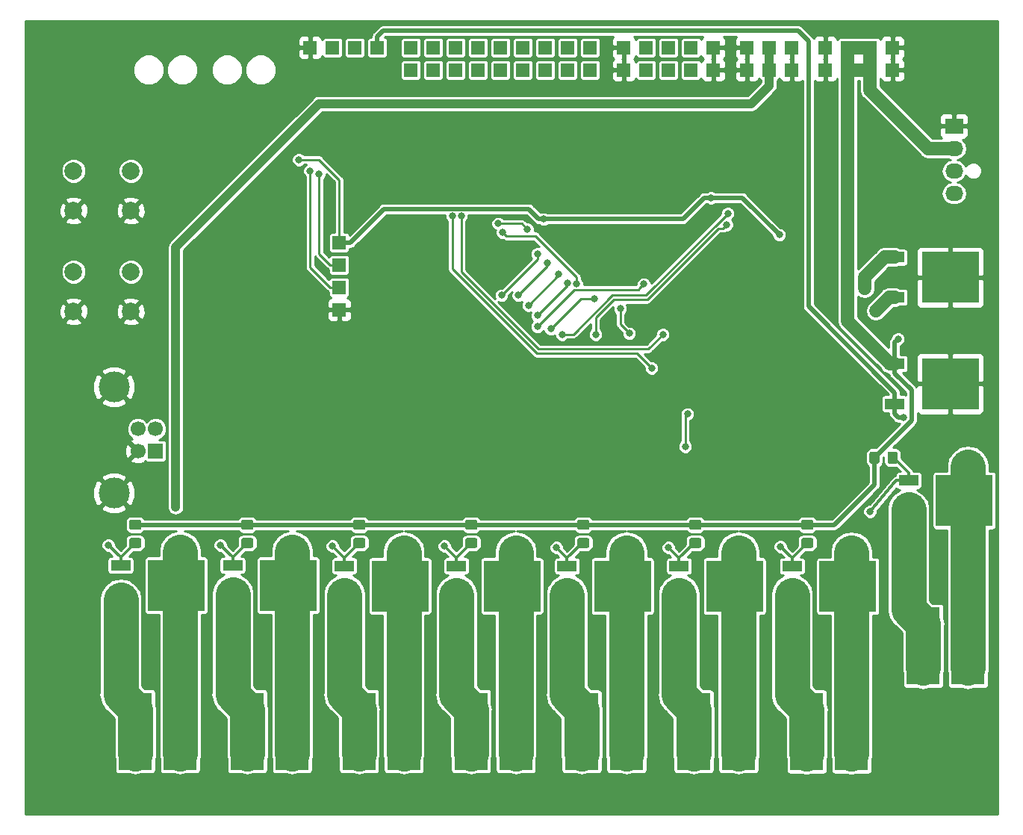
<source format=gbr>
G04 #@! TF.GenerationSoftware,KiCad,Pcbnew,5.1.10-88a1d61d58~88~ubuntu20.04.1*
G04 #@! TF.CreationDate,2021-07-01T12:33:08+02:00*
G04 #@! TF.ProjectId,chamber-board,6368616d-6265-4722-9d62-6f6172642e6b,rev?*
G04 #@! TF.SameCoordinates,Original*
G04 #@! TF.FileFunction,Copper,L1,Top*
G04 #@! TF.FilePolarity,Positive*
%FSLAX46Y46*%
G04 Gerber Fmt 4.6, Leading zero omitted, Abs format (unit mm)*
G04 Created by KiCad (PCBNEW 5.1.10-88a1d61d58~88~ubuntu20.04.1) date 2021-07-01 12:33:08*
%MOMM*%
%LPD*%
G01*
G04 APERTURE LIST*
G04 #@! TA.AperFunction,ComponentPad*
%ADD10R,1.524000X1.524000*%
G04 #@! TD*
G04 #@! TA.AperFunction,ComponentPad*
%ADD11R,3.810000X3.810000*%
G04 #@! TD*
G04 #@! TA.AperFunction,ComponentPad*
%ADD12C,2.000000*%
G04 #@! TD*
G04 #@! TA.AperFunction,ComponentPad*
%ADD13R,2.030000X1.730000*%
G04 #@! TD*
G04 #@! TA.AperFunction,ComponentPad*
%ADD14O,2.030000X1.730000*%
G04 #@! TD*
G04 #@! TA.AperFunction,ComponentPad*
%ADD15R,1.700000X1.700000*%
G04 #@! TD*
G04 #@! TA.AperFunction,ComponentPad*
%ADD16C,1.700000*%
G04 #@! TD*
G04 #@! TA.AperFunction,ComponentPad*
%ADD17C,3.500000*%
G04 #@! TD*
G04 #@! TA.AperFunction,SMDPad,CuDef*
%ADD18R,6.400000X5.800000*%
G04 #@! TD*
G04 #@! TA.AperFunction,SMDPad,CuDef*
%ADD19R,2.200000X1.200000*%
G04 #@! TD*
G04 #@! TA.AperFunction,ComponentPad*
%ADD20C,6.000000*%
G04 #@! TD*
G04 #@! TA.AperFunction,ViaPad*
%ADD21C,0.800000*%
G04 #@! TD*
G04 #@! TA.AperFunction,Conductor*
%ADD22C,1.500000*%
G04 #@! TD*
G04 #@! TA.AperFunction,Conductor*
%ADD23C,0.250000*%
G04 #@! TD*
G04 #@! TA.AperFunction,Conductor*
%ADD24C,0.500000*%
G04 #@! TD*
G04 #@! TA.AperFunction,Conductor*
%ADD25C,3.700000*%
G04 #@! TD*
G04 #@! TA.AperFunction,Conductor*
%ADD26C,4.000000*%
G04 #@! TD*
G04 #@! TA.AperFunction,Conductor*
%ADD27C,1.000000*%
G04 #@! TD*
G04 #@! TA.AperFunction,Conductor*
%ADD28C,0.300000*%
G04 #@! TD*
G04 #@! TA.AperFunction,Conductor*
%ADD29C,0.254000*%
G04 #@! TD*
G04 #@! TA.AperFunction,Conductor*
%ADD30C,0.100000*%
G04 #@! TD*
G04 APERTURE END LIST*
D10*
X132842000Y-79248000D03*
X132842000Y-76708000D03*
X132842000Y-74168000D03*
X132842000Y-71628000D03*
D11*
X147793253Y-124527625D03*
X147793253Y-129527625D03*
X140173253Y-129527625D03*
X140173253Y-124527625D03*
X135093253Y-124527625D03*
X135093253Y-129527625D03*
X152873253Y-129527625D03*
X152873253Y-124527625D03*
X185861012Y-124560028D03*
X185861012Y-129560028D03*
X204149012Y-119844528D03*
X204149012Y-114844528D03*
X199069012Y-114844528D03*
X199069012Y-119844528D03*
X165416052Y-129544337D03*
X165416052Y-124544337D03*
X178116052Y-124544337D03*
X178116052Y-129544337D03*
X173036052Y-129544337D03*
X173036052Y-124544337D03*
X190941012Y-124560028D03*
X190941012Y-129560028D03*
X160336052Y-129544337D03*
X160336052Y-124544337D03*
D12*
X109220000Y-74930000D03*
X109220000Y-79430000D03*
X102720000Y-74930000D03*
X102720000Y-79430000D03*
X102720000Y-68000000D03*
X102720000Y-63500000D03*
X109220000Y-68000000D03*
X109220000Y-63500000D03*
D13*
X202565000Y-58420000D03*
D14*
X202565000Y-60960000D03*
X202565000Y-63500000D03*
X202565000Y-66040000D03*
D15*
X112014000Y-95250000D03*
D16*
X112014000Y-92750000D03*
X110014000Y-92750000D03*
X110014000Y-95250000D03*
D17*
X107304000Y-100020000D03*
X107304000Y-87980000D03*
D11*
X114808000Y-129540000D03*
X114808000Y-124540000D03*
X109728000Y-124540000D03*
X109728000Y-129540000D03*
X127508000Y-129540000D03*
X127508000Y-124540000D03*
X122428000Y-124540000D03*
X122428000Y-129540000D03*
D10*
X137160000Y-49530000D03*
X134620000Y-49530000D03*
X132080000Y-49530000D03*
X129540000Y-49530000D03*
X179070000Y-52070000D03*
X179070000Y-49530000D03*
X181610000Y-52070000D03*
X181610000Y-49530000D03*
X184150000Y-52070000D03*
X184150000Y-49530000D03*
X187960000Y-52070000D03*
X187960000Y-49530000D03*
X190500000Y-52070000D03*
X190500000Y-49530000D03*
X193040000Y-52070000D03*
X193040000Y-49530000D03*
X195580000Y-52070000D03*
X195580000Y-49530000D03*
X165100000Y-52070000D03*
X165100000Y-49530000D03*
X167640000Y-52070000D03*
X167640000Y-49530000D03*
X170180000Y-52070000D03*
X170180000Y-49530000D03*
X172720000Y-52070000D03*
X172720000Y-49530000D03*
X175260000Y-52070000D03*
X175260000Y-49530000D03*
X140970000Y-52070000D03*
X140970000Y-49530000D03*
X143510000Y-52070000D03*
X143510000Y-49530000D03*
X146050000Y-52070000D03*
X146050000Y-49530000D03*
X148590000Y-52070000D03*
X148590000Y-49530000D03*
X151130000Y-52070000D03*
X151130000Y-49530000D03*
X153670000Y-52070000D03*
X153670000Y-49530000D03*
X156210000Y-52070000D03*
X156210000Y-49530000D03*
X158750000Y-52070000D03*
X158750000Y-49530000D03*
X161290000Y-52070000D03*
X161290000Y-49530000D03*
D18*
X202125000Y-75565000D03*
D19*
X195825000Y-77845000D03*
X195825000Y-73285000D03*
X158676052Y-108294337D03*
X158676052Y-112854337D03*
D18*
X164976052Y-110574337D03*
X152433253Y-110557625D03*
D19*
X146133253Y-112837625D03*
X146133253Y-108277625D03*
X133433253Y-108277625D03*
X133433253Y-112837625D03*
D18*
X139733253Y-110557625D03*
X203709012Y-100874528D03*
D19*
X197409012Y-103154528D03*
X197409012Y-98594528D03*
X184201012Y-108310028D03*
X184201012Y-112870028D03*
D18*
X190501012Y-110590028D03*
X177676052Y-110574337D03*
D19*
X171376052Y-112854337D03*
X171376052Y-108294337D03*
X195825000Y-85350000D03*
X195825000Y-89910000D03*
D18*
X202125000Y-87630000D03*
X127068000Y-110490000D03*
D19*
X120768000Y-112770000D03*
X120768000Y-108210000D03*
X108068000Y-108210000D03*
X108068000Y-112770000D03*
D18*
X114368000Y-110490000D03*
G04 #@! TA.AperFunction,SMDPad,CuDef*
G36*
G01*
X109277999Y-105098000D02*
X110178001Y-105098000D01*
G75*
G02*
X110428000Y-105347999I0J-249999D01*
G01*
X110428000Y-105998001D01*
G75*
G02*
X110178001Y-106248000I-249999J0D01*
G01*
X109277999Y-106248000D01*
G75*
G02*
X109028000Y-105998001I0J249999D01*
G01*
X109028000Y-105347999D01*
G75*
G02*
X109277999Y-105098000I249999J0D01*
G01*
G37*
G04 #@! TD.AperFunction*
G04 #@! TA.AperFunction,SMDPad,CuDef*
G36*
G01*
X109277999Y-103048000D02*
X110178001Y-103048000D01*
G75*
G02*
X110428000Y-103297999I0J-249999D01*
G01*
X110428000Y-103948001D01*
G75*
G02*
X110178001Y-104198000I-249999J0D01*
G01*
X109277999Y-104198000D01*
G75*
G02*
X109028000Y-103948001I0J249999D01*
G01*
X109028000Y-103297999D01*
G75*
G02*
X109277999Y-103048000I249999J0D01*
G01*
G37*
G04 #@! TD.AperFunction*
G04 #@! TA.AperFunction,SMDPad,CuDef*
G36*
G01*
X121977999Y-103048000D02*
X122878001Y-103048000D01*
G75*
G02*
X123128000Y-103297999I0J-249999D01*
G01*
X123128000Y-103948001D01*
G75*
G02*
X122878001Y-104198000I-249999J0D01*
G01*
X121977999Y-104198000D01*
G75*
G02*
X121728000Y-103948001I0J249999D01*
G01*
X121728000Y-103297999D01*
G75*
G02*
X121977999Y-103048000I249999J0D01*
G01*
G37*
G04 #@! TD.AperFunction*
G04 #@! TA.AperFunction,SMDPad,CuDef*
G36*
G01*
X121977999Y-105098000D02*
X122878001Y-105098000D01*
G75*
G02*
X123128000Y-105347999I0J-249999D01*
G01*
X123128000Y-105998001D01*
G75*
G02*
X122878001Y-106248000I-249999J0D01*
G01*
X121977999Y-106248000D01*
G75*
G02*
X121728000Y-105998001I0J249999D01*
G01*
X121728000Y-105347999D01*
G75*
G02*
X121977999Y-105098000I249999J0D01*
G01*
G37*
G04 #@! TD.AperFunction*
G04 #@! TA.AperFunction,SMDPad,CuDef*
G36*
G01*
X134677999Y-105098000D02*
X135578001Y-105098000D01*
G75*
G02*
X135828000Y-105347999I0J-249999D01*
G01*
X135828000Y-105998001D01*
G75*
G02*
X135578001Y-106248000I-249999J0D01*
G01*
X134677999Y-106248000D01*
G75*
G02*
X134428000Y-105998001I0J249999D01*
G01*
X134428000Y-105347999D01*
G75*
G02*
X134677999Y-105098000I249999J0D01*
G01*
G37*
G04 #@! TD.AperFunction*
G04 #@! TA.AperFunction,SMDPad,CuDef*
G36*
G01*
X134677999Y-103048000D02*
X135578001Y-103048000D01*
G75*
G02*
X135828000Y-103297999I0J-249999D01*
G01*
X135828000Y-103948001D01*
G75*
G02*
X135578001Y-104198000I-249999J0D01*
G01*
X134677999Y-104198000D01*
G75*
G02*
X134428000Y-103948001I0J249999D01*
G01*
X134428000Y-103297999D01*
G75*
G02*
X134677999Y-103048000I249999J0D01*
G01*
G37*
G04 #@! TD.AperFunction*
G04 #@! TA.AperFunction,SMDPad,CuDef*
G36*
G01*
X192964000Y-96462001D02*
X192964000Y-95561999D01*
G75*
G02*
X193213999Y-95312000I249999J0D01*
G01*
X193864001Y-95312000D01*
G75*
G02*
X194114000Y-95561999I0J-249999D01*
G01*
X194114000Y-96462001D01*
G75*
G02*
X193864001Y-96712000I-249999J0D01*
G01*
X193213999Y-96712000D01*
G75*
G02*
X192964000Y-96462001I0J249999D01*
G01*
G37*
G04 #@! TD.AperFunction*
G04 #@! TA.AperFunction,SMDPad,CuDef*
G36*
G01*
X195014000Y-96462001D02*
X195014000Y-95561999D01*
G75*
G02*
X195263999Y-95312000I249999J0D01*
G01*
X195914001Y-95312000D01*
G75*
G02*
X196164000Y-95561999I0J-249999D01*
G01*
X196164000Y-96462001D01*
G75*
G02*
X195914001Y-96712000I-249999J0D01*
G01*
X195263999Y-96712000D01*
G75*
G02*
X195014000Y-96462001I0J249999D01*
G01*
G37*
G04 #@! TD.AperFunction*
G04 #@! TA.AperFunction,SMDPad,CuDef*
G36*
G01*
X185477999Y-105098000D02*
X186378001Y-105098000D01*
G75*
G02*
X186628000Y-105347999I0J-249999D01*
G01*
X186628000Y-105998001D01*
G75*
G02*
X186378001Y-106248000I-249999J0D01*
G01*
X185477999Y-106248000D01*
G75*
G02*
X185228000Y-105998001I0J249999D01*
G01*
X185228000Y-105347999D01*
G75*
G02*
X185477999Y-105098000I249999J0D01*
G01*
G37*
G04 #@! TD.AperFunction*
G04 #@! TA.AperFunction,SMDPad,CuDef*
G36*
G01*
X185477999Y-103048000D02*
X186378001Y-103048000D01*
G75*
G02*
X186628000Y-103297999I0J-249999D01*
G01*
X186628000Y-103948001D01*
G75*
G02*
X186378001Y-104198000I-249999J0D01*
G01*
X185477999Y-104198000D01*
G75*
G02*
X185228000Y-103948001I0J249999D01*
G01*
X185228000Y-103297999D01*
G75*
G02*
X185477999Y-103048000I249999J0D01*
G01*
G37*
G04 #@! TD.AperFunction*
G04 #@! TA.AperFunction,SMDPad,CuDef*
G36*
G01*
X172777999Y-103048000D02*
X173678001Y-103048000D01*
G75*
G02*
X173928000Y-103297999I0J-249999D01*
G01*
X173928000Y-103948001D01*
G75*
G02*
X173678001Y-104198000I-249999J0D01*
G01*
X172777999Y-104198000D01*
G75*
G02*
X172528000Y-103948001I0J249999D01*
G01*
X172528000Y-103297999D01*
G75*
G02*
X172777999Y-103048000I249999J0D01*
G01*
G37*
G04 #@! TD.AperFunction*
G04 #@! TA.AperFunction,SMDPad,CuDef*
G36*
G01*
X172777999Y-105098000D02*
X173678001Y-105098000D01*
G75*
G02*
X173928000Y-105347999I0J-249999D01*
G01*
X173928000Y-105998001D01*
G75*
G02*
X173678001Y-106248000I-249999J0D01*
G01*
X172777999Y-106248000D01*
G75*
G02*
X172528000Y-105998001I0J249999D01*
G01*
X172528000Y-105347999D01*
G75*
G02*
X172777999Y-105098000I249999J0D01*
G01*
G37*
G04 #@! TD.AperFunction*
G04 #@! TA.AperFunction,SMDPad,CuDef*
G36*
G01*
X147377999Y-105098000D02*
X148278001Y-105098000D01*
G75*
G02*
X148528000Y-105347999I0J-249999D01*
G01*
X148528000Y-105998001D01*
G75*
G02*
X148278001Y-106248000I-249999J0D01*
G01*
X147377999Y-106248000D01*
G75*
G02*
X147128000Y-105998001I0J249999D01*
G01*
X147128000Y-105347999D01*
G75*
G02*
X147377999Y-105098000I249999J0D01*
G01*
G37*
G04 #@! TD.AperFunction*
G04 #@! TA.AperFunction,SMDPad,CuDef*
G36*
G01*
X147377999Y-103048000D02*
X148278001Y-103048000D01*
G75*
G02*
X148528000Y-103297999I0J-249999D01*
G01*
X148528000Y-103948001D01*
G75*
G02*
X148278001Y-104198000I-249999J0D01*
G01*
X147377999Y-104198000D01*
G75*
G02*
X147128000Y-103948001I0J249999D01*
G01*
X147128000Y-103297999D01*
G75*
G02*
X147377999Y-103048000I249999J0D01*
G01*
G37*
G04 #@! TD.AperFunction*
G04 #@! TA.AperFunction,SMDPad,CuDef*
G36*
G01*
X160077999Y-103048000D02*
X160978001Y-103048000D01*
G75*
G02*
X161228000Y-103297999I0J-249999D01*
G01*
X161228000Y-103948001D01*
G75*
G02*
X160978001Y-104198000I-249999J0D01*
G01*
X160077999Y-104198000D01*
G75*
G02*
X159828000Y-103948001I0J249999D01*
G01*
X159828000Y-103297999D01*
G75*
G02*
X160077999Y-103048000I249999J0D01*
G01*
G37*
G04 #@! TD.AperFunction*
G04 #@! TA.AperFunction,SMDPad,CuDef*
G36*
G01*
X160077999Y-105098000D02*
X160978001Y-105098000D01*
G75*
G02*
X161228000Y-105347999I0J-249999D01*
G01*
X161228000Y-105998001D01*
G75*
G02*
X160978001Y-106248000I-249999J0D01*
G01*
X160077999Y-106248000D01*
G75*
G02*
X159828000Y-105998001I0J249999D01*
G01*
X159828000Y-105347999D01*
G75*
G02*
X160077999Y-105098000I249999J0D01*
G01*
G37*
G04 #@! TD.AperFunction*
D20*
X101600000Y-132080000D03*
X101600000Y-50800000D03*
X203200000Y-132080000D03*
X203200000Y-50800000D03*
D21*
X169418000Y-72644000D03*
X153416000Y-59182000D03*
X159766000Y-73152000D03*
X189738000Y-100076000D03*
X175006000Y-102108000D03*
X149098000Y-101346000D03*
X119380000Y-101600000D03*
X121412000Y-99822000D03*
X178816000Y-69088000D03*
X151638000Y-74168000D03*
X136652000Y-72898000D03*
X188214000Y-76200000D03*
X173736000Y-83058000D03*
X173736000Y-84582000D03*
X147574000Y-79248000D03*
X121412000Y-76708000D03*
X143764000Y-66548000D03*
X119888000Y-62230000D03*
X177800000Y-97028000D03*
X193675000Y-79375000D03*
X128270000Y-62230000D03*
X156029002Y-68961000D03*
X182753000Y-70739000D03*
X175005988Y-66548000D03*
X161925000Y-82042000D03*
X176784000Y-69596000D03*
X154178000Y-70104000D03*
X150876000Y-69469000D03*
X196215000Y-82550000D03*
X129540000Y-63500000D03*
X130556000Y-63881000D03*
X158115000Y-82042000D03*
X176910990Y-68326000D03*
X155321000Y-72898000D03*
X151257000Y-77597000D03*
X156464000Y-73914000D03*
X153162000Y-77597000D03*
X154305000Y-78740000D03*
X157734000Y-75184000D03*
X155321000Y-79883000D03*
X158750000Y-76200000D03*
X155321000Y-81153000D03*
X167386000Y-76327010D03*
X172085000Y-94742000D03*
X172339016Y-91059000D03*
X146685000Y-68580000D03*
X169545000Y-82042000D03*
X145669000Y-68580000D03*
X168275000Y-85852000D03*
X165735000Y-81915000D03*
X151384000Y-70485000D03*
X159766000Y-76327000D03*
X164719000Y-79121000D03*
X161798000Y-77978000D03*
X156845000Y-81407000D03*
X114808000Y-106680000D03*
X114808000Y-115570000D03*
X114808000Y-118110000D03*
X108068000Y-116840000D03*
X108068000Y-111125000D03*
X120768000Y-116840000D03*
X120768000Y-111515000D03*
X127508000Y-106680000D03*
X127508000Y-115570000D03*
X127508000Y-118110000D03*
X196850000Y-91440000D03*
X171376052Y-111599337D03*
X171376052Y-116924337D03*
X178116052Y-106764337D03*
X178116052Y-115654337D03*
X178116052Y-118194337D03*
X190941012Y-106780028D03*
X190941012Y-115670028D03*
X190941012Y-118210028D03*
X184201012Y-111615028D03*
X184201012Y-116940028D03*
X197409012Y-101899528D03*
X197409012Y-107224528D03*
X204149012Y-97064528D03*
X204149012Y-105954528D03*
X204149012Y-108494528D03*
X140173253Y-106747625D03*
X140173253Y-115637625D03*
X140173253Y-118177625D03*
X133433253Y-111582625D03*
X133433253Y-116907625D03*
X146133253Y-111582625D03*
X146133253Y-116907625D03*
X152873253Y-106747625D03*
X152873253Y-115002625D03*
X152873253Y-117542625D03*
X165416052Y-106764337D03*
X165416052Y-115654337D03*
X165416052Y-118194337D03*
X158676052Y-111599337D03*
X158676052Y-116924337D03*
X192405000Y-76835000D03*
X114300000Y-101600000D03*
X157480000Y-106198285D03*
X144780000Y-106024372D03*
X170180000Y-106198285D03*
X182880000Y-106089016D03*
X193040000Y-102108000D03*
X132080000Y-106024372D03*
X119380000Y-105922000D03*
X106680000Y-105922000D03*
D22*
X195825000Y-77845000D02*
X195205000Y-77845000D01*
X195205000Y-77845000D02*
X193675000Y-79375000D01*
X193675000Y-79375000D02*
X193675000Y-79375000D01*
D23*
X128270000Y-62230000D02*
X130556000Y-62230000D01*
X132842000Y-64516000D02*
X132842000Y-71628000D01*
X130556000Y-62230000D02*
X132842000Y-64516000D01*
D24*
X137922000Y-67818000D02*
X134112000Y-71628000D01*
X154320317Y-67818000D02*
X137922000Y-67818000D01*
X134112000Y-71628000D02*
X132842000Y-71628000D01*
X156029002Y-68961000D02*
X155463317Y-68961000D01*
X155463317Y-68961000D02*
X154320317Y-67818000D01*
X182753000Y-70739000D02*
X178562000Y-66548000D01*
X178562000Y-66548000D02*
X175571673Y-66548000D01*
X175571673Y-66548000D02*
X175005988Y-66548000D01*
X174244000Y-66548000D02*
X174440303Y-66548000D01*
X156029002Y-68961000D02*
X171831000Y-68961000D01*
X174440303Y-66548000D02*
X175005988Y-66548000D01*
X171831000Y-68961000D02*
X174244000Y-66548000D01*
D23*
X163957000Y-78105000D02*
X167767000Y-78105000D01*
X176384001Y-69995999D02*
X176784000Y-69596000D01*
X167767000Y-78105000D02*
X175876001Y-69995999D01*
X161925000Y-82042000D02*
X161925000Y-80137000D01*
X175876001Y-69995999D02*
X176384001Y-69995999D01*
X161925000Y-80137000D02*
X163957000Y-78105000D01*
X153543000Y-69469000D02*
X154178000Y-70104000D01*
X150876000Y-69469000D02*
X153543000Y-69469000D01*
D22*
X193040000Y-49530000D02*
X190500000Y-49530000D01*
X190500000Y-49530000D02*
X190500000Y-52070000D01*
X190500000Y-52070000D02*
X193040000Y-52070000D01*
X193040000Y-52070000D02*
X193040000Y-49530000D01*
X200050000Y-60960000D02*
X202565000Y-60960000D01*
X199668000Y-60960000D02*
X200050000Y-60960000D01*
X193040000Y-52070000D02*
X193040000Y-54332000D01*
X193040000Y-54332000D02*
X199668000Y-60960000D01*
X195325000Y-85350000D02*
X195825000Y-85350000D01*
X190500000Y-52070000D02*
X190500000Y-80525000D01*
X190500000Y-80525000D02*
X195325000Y-85350000D01*
D24*
X195825000Y-82940000D02*
X196215000Y-82550000D01*
X196215000Y-82550000D02*
X195825000Y-82940000D01*
X195825000Y-82940000D02*
X195825000Y-85350000D01*
X109728000Y-103623000D02*
X185928000Y-103623000D01*
X185928000Y-103623000D02*
X188985000Y-103623000D01*
X193539000Y-99069000D02*
X193539000Y-96012000D01*
X188985000Y-103623000D02*
X193539000Y-99069000D01*
X197739000Y-91821000D02*
X197739000Y-88364000D01*
X197739000Y-88364000D02*
X195825000Y-86450000D01*
X193539000Y-96012000D02*
X193548000Y-96012000D01*
X195825000Y-86450000D02*
X195825000Y-85350000D01*
X193548000Y-96012000D02*
X197739000Y-91821000D01*
D23*
X131830000Y-76708000D02*
X132842000Y-76708000D01*
X129540000Y-63500000D02*
X129540000Y-74418000D01*
X129540000Y-74418000D02*
X131830000Y-76708000D01*
X131830000Y-74168000D02*
X132842000Y-74168000D01*
X130556000Y-63881000D02*
X130556000Y-72894000D01*
X130556000Y-72894000D02*
X131830000Y-74168000D01*
X167639990Y-77597000D02*
X176510991Y-68725999D01*
X163830000Y-77597000D02*
X167639990Y-77597000D01*
X176510991Y-68725999D02*
X176910990Y-68326000D01*
X158115000Y-82042000D02*
X159385000Y-82042000D01*
X159385000Y-82042000D02*
X163830000Y-77597000D01*
X155321000Y-73533000D02*
X155321000Y-72898000D01*
X151257000Y-77597000D02*
X155321000Y-73533000D01*
X156464000Y-74295000D02*
X156464000Y-73914000D01*
X153162000Y-77597000D02*
X156464000Y-74295000D01*
X157734000Y-75311000D02*
X157734000Y-75184000D01*
X154305000Y-78740000D02*
X157734000Y-75311000D01*
X158750000Y-76454000D02*
X158750000Y-76200000D01*
X155321000Y-79883000D02*
X158750000Y-76454000D01*
X166986001Y-76727009D02*
X167386000Y-76327010D01*
X159512000Y-76962000D02*
X166751010Y-76962000D01*
X166751010Y-76962000D02*
X166986001Y-76727009D01*
X155321000Y-81153000D02*
X159512000Y-76962000D01*
X172085000Y-91313016D02*
X172339016Y-91059000D01*
X172085000Y-94742000D02*
X172085000Y-91313016D01*
X169545000Y-82042000D02*
X169545000Y-82042000D01*
X155448000Y-83693000D02*
X167894000Y-83693000D01*
X146685000Y-68580000D02*
X146685000Y-74930000D01*
X167894000Y-83693000D02*
X169545000Y-82042000D01*
X146685000Y-74930000D02*
X155448000Y-83693000D01*
X145669000Y-74648567D02*
X155221433Y-84201000D01*
X145669000Y-68580000D02*
X145669000Y-74648567D01*
X155221433Y-84201000D02*
X166624000Y-84201000D01*
X166624000Y-84201000D02*
X168275000Y-85852000D01*
X168275000Y-85852000D02*
X168275000Y-85852000D01*
X155101001Y-70884999D02*
X159766000Y-75549998D01*
X151384000Y-70485000D02*
X151783999Y-70884999D01*
X151783999Y-70884999D02*
X155101001Y-70884999D01*
X159766000Y-75549998D02*
X159766000Y-76327000D01*
X159766000Y-76327000D02*
X159766000Y-76327000D01*
X164719000Y-80899000D02*
X165735000Y-81915000D01*
X164719000Y-79121000D02*
X164719000Y-80899000D01*
X161671000Y-78105000D02*
X161798000Y-77978000D01*
X160274000Y-77978000D02*
X161798000Y-77978000D01*
X156845000Y-81407000D02*
X160274000Y-77978000D01*
D25*
X114808000Y-110930000D02*
X114368000Y-110490000D01*
D26*
X114808000Y-129540000D02*
X114808000Y-118110000D01*
X114808000Y-115570000D02*
X114808000Y-110930000D01*
X114808000Y-118110000D02*
X114808000Y-115570000D01*
X114808000Y-110050000D02*
X114368000Y-110490000D01*
X114808000Y-106680000D02*
X114808000Y-110050000D01*
X109728000Y-129540000D02*
X109728000Y-124540000D01*
X108068000Y-122880000D02*
X108068000Y-116840000D01*
X109728000Y-124540000D02*
X108068000Y-122880000D01*
X108068000Y-112150000D02*
X108068000Y-112770000D01*
X108068000Y-116840000D02*
X108068000Y-112150000D01*
X122428000Y-129540000D02*
X122428000Y-124540000D01*
X120768000Y-122880000D02*
X120768000Y-116840000D01*
X122428000Y-124540000D02*
X120768000Y-122880000D01*
X120768000Y-111515000D02*
X120768000Y-112770000D01*
X120768000Y-116840000D02*
X120768000Y-111515000D01*
X127508000Y-110930000D02*
X127068000Y-110490000D01*
X127508000Y-129540000D02*
X127508000Y-118110000D01*
X127508000Y-115570000D02*
X127508000Y-110930000D01*
X127508000Y-118110000D02*
X127508000Y-115570000D01*
X127508000Y-110050000D02*
X127068000Y-110490000D01*
X127508000Y-106680000D02*
X127508000Y-110050000D01*
D24*
X137160000Y-48268000D02*
X137160000Y-49530000D01*
X195825000Y-88637000D02*
X186055000Y-78867000D01*
X195825000Y-89910000D02*
X195825000Y-88637000D01*
X186055000Y-78867000D02*
X186055000Y-48768000D01*
X186055000Y-48768000D02*
X184912000Y-47625000D01*
X184912000Y-47625000D02*
X137803000Y-47625000D01*
X137803000Y-47625000D02*
X137160000Y-48268000D01*
X195825000Y-89910000D02*
X195825000Y-91010000D01*
X196255000Y-91440000D02*
X196850000Y-91440000D01*
X196850000Y-91440000D02*
X196255000Y-91440000D01*
X195825000Y-91010000D02*
X196255000Y-91440000D01*
D26*
X173036052Y-129544337D02*
X173036052Y-124544337D01*
X171376052Y-122884337D02*
X171376052Y-116924337D01*
X173036052Y-124544337D02*
X171376052Y-122884337D01*
X171376052Y-112854337D02*
X171376052Y-111599337D01*
X171376052Y-111599337D02*
X171376052Y-112854337D01*
X171376052Y-116924337D02*
X171376052Y-111599337D01*
X178116052Y-111014337D02*
X177676052Y-110574337D01*
X178116052Y-129544337D02*
X178116052Y-118194337D01*
X178116052Y-110134337D02*
X177676052Y-110574337D01*
X178116052Y-106764337D02*
X178116052Y-110134337D01*
X178116052Y-115654337D02*
X178116052Y-111014337D01*
X178116052Y-118194337D02*
X178116052Y-115654337D01*
X190941012Y-111030028D02*
X190501012Y-110590028D01*
X190941012Y-129560028D02*
X190941012Y-118210028D01*
X190941012Y-115670028D02*
X190941012Y-111030028D01*
X190941012Y-118210028D02*
X190941012Y-115670028D01*
X190941012Y-110150028D02*
X190501012Y-110590028D01*
X190941012Y-106780028D02*
X190941012Y-110150028D01*
X185861012Y-129560028D02*
X185861012Y-124560028D01*
X184201012Y-122900028D02*
X184201012Y-118210028D01*
X185861012Y-124560028D02*
X184201012Y-122900028D01*
X184201012Y-112870028D02*
X184201012Y-111615028D01*
X184201012Y-111615028D02*
X184201012Y-112870028D01*
X184201012Y-118210028D02*
X184201012Y-111615028D01*
X199069012Y-119844528D02*
X199069012Y-114844528D01*
X197409012Y-113184528D02*
X197409012Y-108494528D01*
X199069012Y-114844528D02*
X197409012Y-113184528D01*
X197409012Y-103154528D02*
X197409012Y-101899528D01*
X197409012Y-101899528D02*
X197409012Y-103154528D01*
X197409012Y-108494528D02*
X197409012Y-101899528D01*
X204149012Y-101314528D02*
X203709012Y-100874528D01*
X204149012Y-119844528D02*
X204149012Y-108494528D01*
X204149012Y-105954528D02*
X204149012Y-101314528D01*
X204149012Y-108494528D02*
X204149012Y-105954528D01*
X204149012Y-100434528D02*
X203709012Y-100874528D01*
X204149012Y-97064528D02*
X204149012Y-100434528D01*
X140173253Y-110997625D02*
X139733253Y-110557625D01*
X140173253Y-129527625D02*
X140173253Y-118177625D01*
X140173253Y-110117625D02*
X139733253Y-110557625D01*
X140173253Y-106747625D02*
X140173253Y-110117625D01*
X140173253Y-115637625D02*
X140173253Y-110997625D01*
X140173253Y-118177625D02*
X140173253Y-115637625D01*
X135093253Y-129527625D02*
X135093253Y-124527625D01*
X133433253Y-122867625D02*
X133433253Y-116907625D01*
X135093253Y-124527625D02*
X133433253Y-122867625D01*
X133433253Y-112837625D02*
X133433253Y-111582625D01*
X133433253Y-111582625D02*
X133433253Y-112837625D01*
X133433253Y-116907625D02*
X133433253Y-111582625D01*
X147793253Y-129527625D02*
X147793253Y-124527625D01*
X146133253Y-122867625D02*
X146133253Y-116907625D01*
X147793253Y-124527625D02*
X146133253Y-122867625D01*
X146133253Y-112837625D02*
X146133253Y-111582625D01*
X146133253Y-111582625D02*
X146133253Y-112837625D01*
X146133253Y-116907625D02*
X146133253Y-111582625D01*
X152873253Y-110997625D02*
X152433253Y-110557625D01*
X152873253Y-129527625D02*
X152873253Y-117542625D01*
X152873253Y-110117625D02*
X152433253Y-110557625D01*
X152873253Y-106747625D02*
X152873253Y-110117625D01*
X152873253Y-115002625D02*
X152873253Y-110997625D01*
X152873253Y-117542625D02*
X152873253Y-115002625D01*
X165416052Y-111014337D02*
X164976052Y-110574337D01*
X165416052Y-129544337D02*
X165416052Y-118194337D01*
X165416052Y-110134337D02*
X164976052Y-110574337D01*
X165416052Y-106764337D02*
X165416052Y-110134337D01*
X165416052Y-115654337D02*
X165416052Y-111014337D01*
X165416052Y-118194337D02*
X165416052Y-115654337D01*
X160336052Y-129544337D02*
X160336052Y-124544337D01*
X158676052Y-122884337D02*
X158676052Y-116924337D01*
X160336052Y-124544337D02*
X158676052Y-122884337D01*
X158676052Y-112854337D02*
X158676052Y-111599337D01*
X158676052Y-111599337D02*
X158676052Y-112854337D01*
X158676052Y-116924337D02*
X158676052Y-111599337D01*
D22*
X194685000Y-73285000D02*
X195825000Y-73285000D01*
X192405000Y-76835000D02*
X192405000Y-75565000D01*
X192405000Y-75565000D02*
X194685000Y-73285000D01*
D27*
X179562000Y-55880000D02*
X181610000Y-53832000D01*
X181610000Y-51292000D02*
X181610000Y-49530000D01*
X130556000Y-55880000D02*
X179562000Y-55880000D01*
X181610000Y-53832000D02*
X181610000Y-51292000D01*
X114300000Y-101600000D02*
X114300000Y-72136000D01*
X114300000Y-72136000D02*
X130556000Y-55880000D01*
D28*
X160397389Y-105673000D02*
X160528000Y-105673000D01*
X158676052Y-108294337D02*
X158676052Y-107394337D01*
X158676052Y-107394337D02*
X160397389Y-105673000D01*
X158676052Y-107394337D02*
X157480000Y-106198285D01*
X157480000Y-106198285D02*
X157480000Y-106198285D01*
X146133253Y-107367747D02*
X147828000Y-105673000D01*
X146133253Y-108277625D02*
X146133253Y-107367747D01*
X146133253Y-107377625D02*
X144780000Y-106024372D01*
X146133253Y-108277625D02*
X146133253Y-107377625D01*
X144780000Y-106024372D02*
X144780000Y-106024372D01*
X173097389Y-105673000D02*
X173228000Y-105673000D01*
X171376052Y-108294337D02*
X171376052Y-107394337D01*
X171376052Y-107394337D02*
X173097389Y-105673000D01*
X171376052Y-107394337D02*
X170180000Y-106198285D01*
X170180000Y-106198285D02*
X170180000Y-106198285D01*
X184201012Y-107399988D02*
X185928000Y-105673000D01*
X184201012Y-108310028D02*
X184201012Y-107399988D01*
X184201012Y-107410028D02*
X182880000Y-106089016D01*
X184201012Y-108310028D02*
X184201012Y-107410028D01*
X182880000Y-106089016D02*
X182880000Y-106089016D01*
X195726484Y-96012000D02*
X195589000Y-96012000D01*
X197409012Y-98594528D02*
X197409012Y-97694528D01*
X197409012Y-97694528D02*
X195726484Y-96012000D01*
X196009012Y-98594528D02*
X193040000Y-102108000D01*
X197409012Y-98594528D02*
X196009012Y-98594528D01*
X133433253Y-107367747D02*
X135128000Y-105673000D01*
X133433253Y-108277625D02*
X133433253Y-107367747D01*
X133433253Y-107377625D02*
X132080000Y-106024372D01*
X133433253Y-108277625D02*
X133433253Y-107377625D01*
X132080000Y-106024372D02*
X132080000Y-106024372D01*
X122405000Y-105673000D02*
X122428000Y-105673000D01*
X120768000Y-108210000D02*
X120768000Y-107310000D01*
X120768000Y-107310000D02*
X122405000Y-105673000D01*
X120768000Y-107310000D02*
X119380000Y-105922000D01*
X119380000Y-105922000D02*
X119380000Y-105922000D01*
X109705000Y-105673000D02*
X109728000Y-105673000D01*
X108068000Y-108210000D02*
X108068000Y-107310000D01*
X108068000Y-107310000D02*
X109705000Y-105673000D01*
X108068000Y-107310000D02*
X106680000Y-105922000D01*
X106680000Y-105922000D02*
X106680000Y-105922000D01*
D29*
X207524000Y-136404000D02*
X97276000Y-136404000D01*
X97276000Y-122880000D01*
X105593453Y-122880000D01*
X105641000Y-123119033D01*
X105781817Y-123826967D01*
X106318231Y-124629769D01*
X106520878Y-124765173D01*
X107301001Y-125545297D01*
X107301000Y-129779033D01*
X107387635Y-130214576D01*
X107387635Y-131445000D01*
X107420775Y-131611607D01*
X107515150Y-131752850D01*
X107656393Y-131847225D01*
X107823000Y-131880365D01*
X109053423Y-131880365D01*
X109728000Y-132014547D01*
X110402576Y-131880365D01*
X111633000Y-131880365D01*
X111799607Y-131847225D01*
X111940850Y-131752850D01*
X112035225Y-131611607D01*
X112068365Y-131445000D01*
X112068365Y-130214577D01*
X112155000Y-129779034D01*
X112155000Y-124779034D01*
X112202547Y-124540000D01*
X112068365Y-123865423D01*
X112068365Y-122635000D01*
X112035225Y-122468393D01*
X111940850Y-122327150D01*
X111799607Y-122232775D01*
X111633000Y-122199635D01*
X110819931Y-122199635D01*
X110495000Y-121874704D01*
X110495000Y-111910966D01*
X110354183Y-111203032D01*
X109817769Y-110400231D01*
X109014968Y-109863817D01*
X108068000Y-109675453D01*
X107121032Y-109863817D01*
X106318231Y-110400231D01*
X105781817Y-111203033D01*
X105641000Y-111910967D01*
X105641000Y-113009034D01*
X105641001Y-113009038D01*
X105641000Y-117079033D01*
X105641001Y-117079038D01*
X105641000Y-122640966D01*
X105593453Y-122880000D01*
X97276000Y-122880000D01*
X97276000Y-105757499D01*
X105853000Y-105757499D01*
X105853000Y-106086501D01*
X105978903Y-106390458D01*
X106211542Y-106623097D01*
X106515499Y-106749000D01*
X106691000Y-106749000D01*
X107116634Y-107174635D01*
X106968000Y-107174635D01*
X106801393Y-107207775D01*
X106660150Y-107302150D01*
X106565775Y-107443393D01*
X106532635Y-107610000D01*
X106532635Y-108810000D01*
X106565775Y-108976607D01*
X106660150Y-109117850D01*
X106801393Y-109212225D01*
X106968000Y-109245365D01*
X109168000Y-109245365D01*
X109334607Y-109212225D01*
X109475850Y-109117850D01*
X109570225Y-108976607D01*
X109603365Y-108810000D01*
X109603365Y-107610000D01*
X109570225Y-107443393D01*
X109475850Y-107302150D01*
X109334607Y-107207775D01*
X109168000Y-107174635D01*
X109019366Y-107174635D01*
X109510636Y-106683365D01*
X110178001Y-106683365D01*
X110440278Y-106631195D01*
X110662627Y-106482627D01*
X110811195Y-106260278D01*
X110863365Y-105998001D01*
X110863365Y-105347999D01*
X110811195Y-105085722D01*
X110662627Y-104863373D01*
X110440278Y-104714805D01*
X110178001Y-104662635D01*
X109277999Y-104662635D01*
X109015722Y-104714805D01*
X108793373Y-104863373D01*
X108644805Y-105085722D01*
X108592635Y-105347999D01*
X108592635Y-105969364D01*
X108068000Y-106493999D01*
X107507000Y-105933000D01*
X107507000Y-105757499D01*
X107381097Y-105453542D01*
X107148458Y-105220903D01*
X106844501Y-105095000D01*
X106515499Y-105095000D01*
X106211542Y-105220903D01*
X105978903Y-105453542D01*
X105853000Y-105757499D01*
X97276000Y-105757499D01*
X97276000Y-103297999D01*
X108592635Y-103297999D01*
X108592635Y-103948001D01*
X108644805Y-104210278D01*
X108793373Y-104432627D01*
X109015722Y-104581195D01*
X109277999Y-104633365D01*
X110178001Y-104633365D01*
X110440278Y-104581195D01*
X110662627Y-104432627D01*
X110751245Y-104300000D01*
X114332681Y-104300000D01*
X113861032Y-104393817D01*
X113058231Y-104930231D01*
X112521817Y-105733033D01*
X112381000Y-106440967D01*
X112381000Y-107154635D01*
X111168000Y-107154635D01*
X111001393Y-107187775D01*
X110860150Y-107282150D01*
X110765775Y-107423393D01*
X110732635Y-107590000D01*
X110732635Y-113390000D01*
X110765775Y-113556607D01*
X110860150Y-113697850D01*
X111001393Y-113792225D01*
X111168000Y-113825365D01*
X112381000Y-113825365D01*
X112381000Y-118349033D01*
X112381001Y-118349038D01*
X112381000Y-129779033D01*
X112467635Y-130214576D01*
X112467635Y-131445000D01*
X112500775Y-131611607D01*
X112595150Y-131752850D01*
X112736393Y-131847225D01*
X112903000Y-131880365D01*
X114133423Y-131880365D01*
X114808000Y-132014547D01*
X115482576Y-131880365D01*
X116713000Y-131880365D01*
X116879607Y-131847225D01*
X117020850Y-131752850D01*
X117115225Y-131611607D01*
X117148365Y-131445000D01*
X117148365Y-130214577D01*
X117235000Y-129779034D01*
X117235000Y-122880000D01*
X118293453Y-122880000D01*
X118341000Y-123119033D01*
X118481817Y-123826967D01*
X119018231Y-124629769D01*
X119220878Y-124765173D01*
X120001001Y-125545297D01*
X120001000Y-129779033D01*
X120087635Y-130214576D01*
X120087635Y-131445000D01*
X120120775Y-131611607D01*
X120215150Y-131752850D01*
X120356393Y-131847225D01*
X120523000Y-131880365D01*
X121753423Y-131880365D01*
X122428000Y-132014547D01*
X123102576Y-131880365D01*
X124333000Y-131880365D01*
X124499607Y-131847225D01*
X124640850Y-131752850D01*
X124735225Y-131611607D01*
X124768365Y-131445000D01*
X124768365Y-130214577D01*
X124855000Y-129779034D01*
X124855000Y-124779034D01*
X124902547Y-124540000D01*
X124768365Y-123865423D01*
X124768365Y-122635000D01*
X124735225Y-122468393D01*
X124640850Y-122327150D01*
X124499607Y-122232775D01*
X124333000Y-122199635D01*
X123519931Y-122199635D01*
X123195000Y-121874704D01*
X123195000Y-111275966D01*
X123054183Y-110568032D01*
X122517769Y-109765231D01*
X121739734Y-109245365D01*
X121868000Y-109245365D01*
X122034607Y-109212225D01*
X122175850Y-109117850D01*
X122270225Y-108976607D01*
X122303365Y-108810000D01*
X122303365Y-107610000D01*
X122270225Y-107443393D01*
X122175850Y-107302150D01*
X122034607Y-107207775D01*
X121868000Y-107174635D01*
X121719366Y-107174635D01*
X122210636Y-106683365D01*
X122878001Y-106683365D01*
X123140278Y-106631195D01*
X123362627Y-106482627D01*
X123511195Y-106260278D01*
X123563365Y-105998001D01*
X123563365Y-105347999D01*
X123511195Y-105085722D01*
X123362627Y-104863373D01*
X123140278Y-104714805D01*
X122878001Y-104662635D01*
X121977999Y-104662635D01*
X121715722Y-104714805D01*
X121493373Y-104863373D01*
X121344805Y-105085722D01*
X121292635Y-105347999D01*
X121292635Y-105969364D01*
X120768000Y-106493999D01*
X120207000Y-105933000D01*
X120207000Y-105757499D01*
X120081097Y-105453542D01*
X119848458Y-105220903D01*
X119544501Y-105095000D01*
X119215499Y-105095000D01*
X118911542Y-105220903D01*
X118678903Y-105453542D01*
X118553000Y-105757499D01*
X118553000Y-106086501D01*
X118678903Y-106390458D01*
X118911542Y-106623097D01*
X119215499Y-106749000D01*
X119391000Y-106749000D01*
X119816634Y-107174635D01*
X119668000Y-107174635D01*
X119501393Y-107207775D01*
X119360150Y-107302150D01*
X119265775Y-107443393D01*
X119232635Y-107610000D01*
X119232635Y-108810000D01*
X119265775Y-108976607D01*
X119360150Y-109117850D01*
X119501393Y-109212225D01*
X119668000Y-109245365D01*
X119796266Y-109245365D01*
X119018231Y-109765231D01*
X118481817Y-110568033D01*
X118341000Y-111275967D01*
X118341000Y-113009034D01*
X118341001Y-113009038D01*
X118341000Y-117079033D01*
X118341001Y-117079038D01*
X118341000Y-122640966D01*
X118293453Y-122880000D01*
X117235000Y-122880000D01*
X117235000Y-113825365D01*
X117568000Y-113825365D01*
X117734607Y-113792225D01*
X117875850Y-113697850D01*
X117970225Y-113556607D01*
X118003365Y-113390000D01*
X118003365Y-107590000D01*
X117970225Y-107423393D01*
X117875850Y-107282150D01*
X117734607Y-107187775D01*
X117568000Y-107154635D01*
X117235000Y-107154635D01*
X117235000Y-106440966D01*
X117094183Y-105733032D01*
X116557769Y-104930231D01*
X115754967Y-104393817D01*
X115283318Y-104300000D01*
X121404755Y-104300000D01*
X121493373Y-104432627D01*
X121715722Y-104581195D01*
X121977999Y-104633365D01*
X122878001Y-104633365D01*
X123140278Y-104581195D01*
X123362627Y-104432627D01*
X123451245Y-104300000D01*
X127032681Y-104300000D01*
X126561032Y-104393817D01*
X125758231Y-104930231D01*
X125221817Y-105733033D01*
X125081000Y-106440967D01*
X125081000Y-107154635D01*
X123868000Y-107154635D01*
X123701393Y-107187775D01*
X123560150Y-107282150D01*
X123465775Y-107423393D01*
X123432635Y-107590000D01*
X123432635Y-113390000D01*
X123465775Y-113556607D01*
X123560150Y-113697850D01*
X123701393Y-113792225D01*
X123868000Y-113825365D01*
X125081000Y-113825365D01*
X125081000Y-118349033D01*
X125081001Y-118349038D01*
X125081000Y-129779033D01*
X125167635Y-130214576D01*
X125167635Y-131445000D01*
X125200775Y-131611607D01*
X125295150Y-131752850D01*
X125436393Y-131847225D01*
X125603000Y-131880365D01*
X126833423Y-131880365D01*
X127508000Y-132014547D01*
X128182576Y-131880365D01*
X129413000Y-131880365D01*
X129579607Y-131847225D01*
X129720850Y-131752850D01*
X129815225Y-131611607D01*
X129848365Y-131445000D01*
X129848365Y-130214577D01*
X129935000Y-129779034D01*
X129935000Y-122867625D01*
X130958706Y-122867625D01*
X131006253Y-123106658D01*
X131147070Y-123814592D01*
X131683484Y-124617394D01*
X131886131Y-124752798D01*
X132666254Y-125532922D01*
X132666253Y-129766658D01*
X132752888Y-130202201D01*
X132752888Y-131432625D01*
X132786028Y-131599232D01*
X132880403Y-131740475D01*
X133021646Y-131834850D01*
X133188253Y-131867990D01*
X134418676Y-131867990D01*
X135093253Y-132002172D01*
X135767829Y-131867990D01*
X136998253Y-131867990D01*
X137164860Y-131834850D01*
X137306103Y-131740475D01*
X137400478Y-131599232D01*
X137433618Y-131432625D01*
X137433618Y-130202202D01*
X137520253Y-129766659D01*
X137520253Y-124766659D01*
X137567800Y-124527625D01*
X137433618Y-123853048D01*
X137433618Y-122622625D01*
X137400478Y-122456018D01*
X137306103Y-122314775D01*
X137164860Y-122220400D01*
X136998253Y-122187260D01*
X136185184Y-122187260D01*
X135860253Y-121862329D01*
X135860253Y-111343591D01*
X135719436Y-110635657D01*
X135183022Y-109832856D01*
X134404987Y-109312990D01*
X134533253Y-109312990D01*
X134699860Y-109279850D01*
X134841103Y-109185475D01*
X134935478Y-109044232D01*
X134968618Y-108877625D01*
X134968618Y-107677625D01*
X134935478Y-107511018D01*
X134841103Y-107369775D01*
X134699860Y-107275400D01*
X134533253Y-107242260D01*
X134374740Y-107242260D01*
X134933636Y-106683365D01*
X135578001Y-106683365D01*
X135840278Y-106631195D01*
X136062627Y-106482627D01*
X136211195Y-106260278D01*
X136263365Y-105998001D01*
X136263365Y-105347999D01*
X136211195Y-105085722D01*
X136062627Y-104863373D01*
X135840278Y-104714805D01*
X135578001Y-104662635D01*
X134677999Y-104662635D01*
X134415722Y-104714805D01*
X134193373Y-104863373D01*
X134044805Y-105085722D01*
X133992635Y-105347999D01*
X133992635Y-105992364D01*
X133428314Y-106556686D01*
X132907000Y-106035372D01*
X132907000Y-105859871D01*
X132781097Y-105555914D01*
X132548458Y-105323275D01*
X132244501Y-105197372D01*
X131915499Y-105197372D01*
X131611542Y-105323275D01*
X131378903Y-105555914D01*
X131253000Y-105859871D01*
X131253000Y-106188873D01*
X131378903Y-106492830D01*
X131611542Y-106725469D01*
X131915499Y-106851372D01*
X132091000Y-106851372D01*
X132481887Y-107242260D01*
X132333253Y-107242260D01*
X132166646Y-107275400D01*
X132025403Y-107369775D01*
X131931028Y-107511018D01*
X131897888Y-107677625D01*
X131897888Y-108877625D01*
X131931028Y-109044232D01*
X132025403Y-109185475D01*
X132166646Y-109279850D01*
X132333253Y-109312990D01*
X132461519Y-109312990D01*
X131683484Y-109832856D01*
X131471557Y-110150028D01*
X131147070Y-110635657D01*
X131019704Y-111275967D01*
X131006253Y-111343592D01*
X131006253Y-113076659D01*
X131006254Y-113076663D01*
X131006253Y-117146658D01*
X131006254Y-117146663D01*
X131006253Y-122628591D01*
X130958706Y-122867625D01*
X129935000Y-122867625D01*
X129935000Y-113825365D01*
X130268000Y-113825365D01*
X130434607Y-113792225D01*
X130575850Y-113697850D01*
X130670225Y-113556607D01*
X130703365Y-113390000D01*
X130703365Y-107590000D01*
X130670225Y-107423393D01*
X130575850Y-107282150D01*
X130434607Y-107187775D01*
X130268000Y-107154635D01*
X129935000Y-107154635D01*
X129935000Y-106440966D01*
X129794183Y-105733032D01*
X129257769Y-104930231D01*
X128454967Y-104393817D01*
X127983318Y-104300000D01*
X134104755Y-104300000D01*
X134193373Y-104432627D01*
X134415722Y-104581195D01*
X134677999Y-104633365D01*
X135578001Y-104633365D01*
X135840278Y-104581195D01*
X136062627Y-104432627D01*
X136151245Y-104300000D01*
X140037907Y-104300000D01*
X139226285Y-104461442D01*
X138423484Y-104997856D01*
X137887070Y-105800658D01*
X137746253Y-106508592D01*
X137746253Y-107222260D01*
X136533253Y-107222260D01*
X136366646Y-107255400D01*
X136225403Y-107349775D01*
X136131028Y-107491018D01*
X136097888Y-107657625D01*
X136097888Y-113457625D01*
X136131028Y-113624232D01*
X136225403Y-113765475D01*
X136366646Y-113859850D01*
X136533253Y-113892990D01*
X137746253Y-113892990D01*
X137746253Y-118416658D01*
X137746254Y-118416663D01*
X137746253Y-129766658D01*
X137832888Y-130202201D01*
X137832888Y-131432625D01*
X137866028Y-131599232D01*
X137960403Y-131740475D01*
X138101646Y-131834850D01*
X138268253Y-131867990D01*
X139498676Y-131867990D01*
X140173253Y-132002172D01*
X140847829Y-131867990D01*
X142078253Y-131867990D01*
X142244860Y-131834850D01*
X142386103Y-131740475D01*
X142480478Y-131599232D01*
X142513618Y-131432625D01*
X142513618Y-130202202D01*
X142600253Y-129766659D01*
X142600253Y-122867625D01*
X143658706Y-122867625D01*
X143706253Y-123106658D01*
X143847070Y-123814592D01*
X144383484Y-124617394D01*
X144586131Y-124752798D01*
X145366254Y-125532922D01*
X145366253Y-129766658D01*
X145452888Y-130202201D01*
X145452888Y-131432625D01*
X145486028Y-131599232D01*
X145580403Y-131740475D01*
X145721646Y-131834850D01*
X145888253Y-131867990D01*
X147118676Y-131867990D01*
X147793253Y-132002172D01*
X148467829Y-131867990D01*
X149698253Y-131867990D01*
X149864860Y-131834850D01*
X150006103Y-131740475D01*
X150100478Y-131599232D01*
X150133618Y-131432625D01*
X150133618Y-130202202D01*
X150220253Y-129766659D01*
X150220253Y-124766659D01*
X150267800Y-124527625D01*
X150133618Y-123853048D01*
X150133618Y-122622625D01*
X150100478Y-122456018D01*
X150006103Y-122314775D01*
X149864860Y-122220400D01*
X149698253Y-122187260D01*
X148885184Y-122187260D01*
X148560253Y-121862329D01*
X148560253Y-111343591D01*
X148419436Y-110635657D01*
X147883022Y-109832856D01*
X147104987Y-109312990D01*
X147233253Y-109312990D01*
X147399860Y-109279850D01*
X147541103Y-109185475D01*
X147635478Y-109044232D01*
X147668618Y-108877625D01*
X147668618Y-107677625D01*
X147635478Y-107511018D01*
X147541103Y-107369775D01*
X147399860Y-107275400D01*
X147233253Y-107242260D01*
X147074740Y-107242260D01*
X147633636Y-106683365D01*
X148278001Y-106683365D01*
X148540278Y-106631195D01*
X148762627Y-106482627D01*
X148911195Y-106260278D01*
X148963365Y-105998001D01*
X148963365Y-105347999D01*
X148911195Y-105085722D01*
X148762627Y-104863373D01*
X148540278Y-104714805D01*
X148278001Y-104662635D01*
X147377999Y-104662635D01*
X147115722Y-104714805D01*
X146893373Y-104863373D01*
X146744805Y-105085722D01*
X146692635Y-105347999D01*
X146692635Y-105992364D01*
X146128314Y-106556686D01*
X145607000Y-106035372D01*
X145607000Y-105859871D01*
X145481097Y-105555914D01*
X145248458Y-105323275D01*
X144944501Y-105197372D01*
X144615499Y-105197372D01*
X144311542Y-105323275D01*
X144078903Y-105555914D01*
X143953000Y-105859871D01*
X143953000Y-106188873D01*
X144078903Y-106492830D01*
X144311542Y-106725469D01*
X144615499Y-106851372D01*
X144791000Y-106851372D01*
X145181887Y-107242260D01*
X145033253Y-107242260D01*
X144866646Y-107275400D01*
X144725403Y-107369775D01*
X144631028Y-107511018D01*
X144597888Y-107677625D01*
X144597888Y-108877625D01*
X144631028Y-109044232D01*
X144725403Y-109185475D01*
X144866646Y-109279850D01*
X145033253Y-109312990D01*
X145161519Y-109312990D01*
X144383484Y-109832856D01*
X144171557Y-110150028D01*
X143847070Y-110635657D01*
X143719704Y-111275967D01*
X143706253Y-111343592D01*
X143706253Y-113076659D01*
X143706254Y-113076663D01*
X143706253Y-117146658D01*
X143706254Y-117146663D01*
X143706253Y-122628591D01*
X143658706Y-122867625D01*
X142600253Y-122867625D01*
X142600253Y-113892990D01*
X142933253Y-113892990D01*
X143099860Y-113859850D01*
X143241103Y-113765475D01*
X143335478Y-113624232D01*
X143368618Y-113457625D01*
X143368618Y-107657625D01*
X143335478Y-107491018D01*
X143241103Y-107349775D01*
X143099860Y-107255400D01*
X142933253Y-107222260D01*
X142600253Y-107222260D01*
X142600253Y-106508591D01*
X142459436Y-105800657D01*
X141923022Y-104997856D01*
X141120220Y-104461442D01*
X140308599Y-104300000D01*
X146804755Y-104300000D01*
X146893373Y-104432627D01*
X147115722Y-104581195D01*
X147377999Y-104633365D01*
X148278001Y-104633365D01*
X148540278Y-104581195D01*
X148762627Y-104432627D01*
X148851245Y-104300000D01*
X152737907Y-104300000D01*
X151926285Y-104461442D01*
X151123484Y-104997856D01*
X150587070Y-105800658D01*
X150446253Y-106508592D01*
X150446253Y-107222260D01*
X149233253Y-107222260D01*
X149066646Y-107255400D01*
X148925403Y-107349775D01*
X148831028Y-107491018D01*
X148797888Y-107657625D01*
X148797888Y-113457625D01*
X148831028Y-113624232D01*
X148925403Y-113765475D01*
X149066646Y-113859850D01*
X149233253Y-113892990D01*
X150446253Y-113892990D01*
X150446253Y-117781658D01*
X150446254Y-117781663D01*
X150446253Y-129766658D01*
X150532888Y-130202201D01*
X150532888Y-131432625D01*
X150566028Y-131599232D01*
X150660403Y-131740475D01*
X150801646Y-131834850D01*
X150968253Y-131867990D01*
X152198676Y-131867990D01*
X152873253Y-132002172D01*
X153547829Y-131867990D01*
X154778253Y-131867990D01*
X154944860Y-131834850D01*
X155086103Y-131740475D01*
X155180478Y-131599232D01*
X155213618Y-131432625D01*
X155213618Y-130202202D01*
X155300253Y-129766659D01*
X155300253Y-122884337D01*
X156201505Y-122884337D01*
X156249052Y-123123370D01*
X156389869Y-123831304D01*
X156926283Y-124634106D01*
X157128930Y-124769510D01*
X157909053Y-125549634D01*
X157909052Y-129783370D01*
X157995687Y-130218913D01*
X157995687Y-131449337D01*
X158028827Y-131615944D01*
X158123202Y-131757187D01*
X158264445Y-131851562D01*
X158431052Y-131884702D01*
X159661475Y-131884702D01*
X160336052Y-132018884D01*
X161010628Y-131884702D01*
X162241052Y-131884702D01*
X162407659Y-131851562D01*
X162548902Y-131757187D01*
X162643277Y-131615944D01*
X162676417Y-131449337D01*
X162676417Y-130218914D01*
X162763052Y-129783371D01*
X162763052Y-124783371D01*
X162810599Y-124544337D01*
X162676417Y-123869760D01*
X162676417Y-122639337D01*
X162643277Y-122472730D01*
X162548902Y-122331487D01*
X162407659Y-122237112D01*
X162241052Y-122203972D01*
X161427983Y-122203972D01*
X161103052Y-121879041D01*
X161103052Y-111360303D01*
X160962235Y-110652369D01*
X160425821Y-109849568D01*
X159647786Y-109329702D01*
X159776052Y-109329702D01*
X159942659Y-109296562D01*
X160083902Y-109202187D01*
X160178277Y-109060944D01*
X160211417Y-108894337D01*
X160211417Y-107694337D01*
X160178277Y-107527730D01*
X160083902Y-107386487D01*
X159942659Y-107292112D01*
X159776052Y-107258972D01*
X159627417Y-107258972D01*
X160203025Y-106683365D01*
X160978001Y-106683365D01*
X161240278Y-106631195D01*
X161462627Y-106482627D01*
X161611195Y-106260278D01*
X161663365Y-105998001D01*
X161663365Y-105347999D01*
X161611195Y-105085722D01*
X161462627Y-104863373D01*
X161240278Y-104714805D01*
X160978001Y-104662635D01*
X160077999Y-104662635D01*
X159815722Y-104714805D01*
X159593373Y-104863373D01*
X159444805Y-105085722D01*
X159392635Y-105347999D01*
X159392635Y-105861753D01*
X158676052Y-106578337D01*
X158307000Y-106209285D01*
X158307000Y-106033784D01*
X158181097Y-105729827D01*
X157948458Y-105497188D01*
X157644501Y-105371285D01*
X157315499Y-105371285D01*
X157011542Y-105497188D01*
X156778903Y-105729827D01*
X156653000Y-106033784D01*
X156653000Y-106362786D01*
X156778903Y-106666743D01*
X157011542Y-106899382D01*
X157315499Y-107025285D01*
X157491000Y-107025285D01*
X157724686Y-107258972D01*
X157576052Y-107258972D01*
X157409445Y-107292112D01*
X157268202Y-107386487D01*
X157173827Y-107527730D01*
X157140687Y-107694337D01*
X157140687Y-108894337D01*
X157173827Y-109060944D01*
X157268202Y-109202187D01*
X157409445Y-109296562D01*
X157576052Y-109329702D01*
X157704318Y-109329702D01*
X156926283Y-109849568D01*
X156662534Y-110244297D01*
X156389869Y-110652369D01*
X156261175Y-111299358D01*
X156249052Y-111360304D01*
X156249052Y-113093371D01*
X156249053Y-113093375D01*
X156249052Y-117163370D01*
X156249053Y-117163375D01*
X156249052Y-122645303D01*
X156201505Y-122884337D01*
X155300253Y-122884337D01*
X155300253Y-113892990D01*
X155633253Y-113892990D01*
X155799860Y-113859850D01*
X155941103Y-113765475D01*
X156035478Y-113624232D01*
X156068618Y-113457625D01*
X156068618Y-107657625D01*
X156035478Y-107491018D01*
X155941103Y-107349775D01*
X155799860Y-107255400D01*
X155633253Y-107222260D01*
X155300253Y-107222260D01*
X155300253Y-106508591D01*
X155159436Y-105800657D01*
X154623022Y-104997856D01*
X153820220Y-104461442D01*
X153008599Y-104300000D01*
X159504755Y-104300000D01*
X159593373Y-104432627D01*
X159815722Y-104581195D01*
X160077999Y-104633365D01*
X160978001Y-104633365D01*
X161240278Y-104581195D01*
X161462627Y-104432627D01*
X161551245Y-104300000D01*
X165364723Y-104300000D01*
X164469084Y-104478154D01*
X163666283Y-105014568D01*
X163129869Y-105817370D01*
X162989052Y-106525304D01*
X162989052Y-107238972D01*
X161776052Y-107238972D01*
X161609445Y-107272112D01*
X161468202Y-107366487D01*
X161373827Y-107507730D01*
X161340687Y-107674337D01*
X161340687Y-113474337D01*
X161373827Y-113640944D01*
X161468202Y-113782187D01*
X161609445Y-113876562D01*
X161776052Y-113909702D01*
X162989052Y-113909702D01*
X162989052Y-118433370D01*
X162989053Y-118433375D01*
X162989052Y-129783370D01*
X163075687Y-130218913D01*
X163075687Y-131449337D01*
X163108827Y-131615944D01*
X163203202Y-131757187D01*
X163344445Y-131851562D01*
X163511052Y-131884702D01*
X164741475Y-131884702D01*
X165416052Y-132018884D01*
X166090628Y-131884702D01*
X167321052Y-131884702D01*
X167487659Y-131851562D01*
X167628902Y-131757187D01*
X167723277Y-131615944D01*
X167756417Y-131449337D01*
X167756417Y-130218914D01*
X167843052Y-129783371D01*
X167843052Y-122884337D01*
X168901505Y-122884337D01*
X168949052Y-123123370D01*
X169089869Y-123831304D01*
X169626283Y-124634106D01*
X169828930Y-124769510D01*
X170609053Y-125549634D01*
X170609052Y-129783370D01*
X170695687Y-130218913D01*
X170695687Y-131449337D01*
X170728827Y-131615944D01*
X170823202Y-131757187D01*
X170964445Y-131851562D01*
X171131052Y-131884702D01*
X172361475Y-131884702D01*
X173036052Y-132018884D01*
X173710628Y-131884702D01*
X174941052Y-131884702D01*
X175107659Y-131851562D01*
X175248902Y-131757187D01*
X175343277Y-131615944D01*
X175376417Y-131449337D01*
X175376417Y-130218914D01*
X175463052Y-129783371D01*
X175463052Y-124783371D01*
X175510599Y-124544337D01*
X175376417Y-123869760D01*
X175376417Y-122639337D01*
X175343277Y-122472730D01*
X175248902Y-122331487D01*
X175107659Y-122237112D01*
X174941052Y-122203972D01*
X174127983Y-122203972D01*
X173803052Y-121879041D01*
X173803052Y-111360303D01*
X173662235Y-110652369D01*
X173125821Y-109849568D01*
X172347786Y-109329702D01*
X172476052Y-109329702D01*
X172642659Y-109296562D01*
X172783902Y-109202187D01*
X172878277Y-109060944D01*
X172911417Y-108894337D01*
X172911417Y-107694337D01*
X172878277Y-107527730D01*
X172783902Y-107386487D01*
X172642659Y-107292112D01*
X172476052Y-107258972D01*
X172327417Y-107258972D01*
X172903025Y-106683365D01*
X173678001Y-106683365D01*
X173940278Y-106631195D01*
X174162627Y-106482627D01*
X174311195Y-106260278D01*
X174363365Y-105998001D01*
X174363365Y-105347999D01*
X174311195Y-105085722D01*
X174162627Y-104863373D01*
X173940278Y-104714805D01*
X173678001Y-104662635D01*
X172777999Y-104662635D01*
X172515722Y-104714805D01*
X172293373Y-104863373D01*
X172144805Y-105085722D01*
X172092635Y-105347999D01*
X172092635Y-105861753D01*
X171376052Y-106578337D01*
X171007000Y-106209285D01*
X171007000Y-106033784D01*
X170881097Y-105729827D01*
X170648458Y-105497188D01*
X170344501Y-105371285D01*
X170015499Y-105371285D01*
X169711542Y-105497188D01*
X169478903Y-105729827D01*
X169353000Y-106033784D01*
X169353000Y-106362786D01*
X169478903Y-106666743D01*
X169711542Y-106899382D01*
X170015499Y-107025285D01*
X170191000Y-107025285D01*
X170424686Y-107258972D01*
X170276052Y-107258972D01*
X170109445Y-107292112D01*
X169968202Y-107386487D01*
X169873827Y-107527730D01*
X169840687Y-107694337D01*
X169840687Y-108894337D01*
X169873827Y-109060944D01*
X169968202Y-109202187D01*
X170109445Y-109296562D01*
X170276052Y-109329702D01*
X170404318Y-109329702D01*
X169626283Y-109849568D01*
X169362534Y-110244297D01*
X169089869Y-110652369D01*
X168961175Y-111299358D01*
X168949052Y-111360304D01*
X168949052Y-113093371D01*
X168949053Y-113093375D01*
X168949052Y-117163370D01*
X168949053Y-117163375D01*
X168949052Y-122645303D01*
X168901505Y-122884337D01*
X167843052Y-122884337D01*
X167843052Y-113909702D01*
X168176052Y-113909702D01*
X168342659Y-113876562D01*
X168483902Y-113782187D01*
X168578277Y-113640944D01*
X168611417Y-113474337D01*
X168611417Y-107674337D01*
X168578277Y-107507730D01*
X168483902Y-107366487D01*
X168342659Y-107272112D01*
X168176052Y-107238972D01*
X167843052Y-107238972D01*
X167843052Y-106525303D01*
X167702235Y-105817369D01*
X167165821Y-105014568D01*
X166363019Y-104478154D01*
X165467381Y-104300000D01*
X172204755Y-104300000D01*
X172293373Y-104432627D01*
X172515722Y-104581195D01*
X172777999Y-104633365D01*
X173678001Y-104633365D01*
X173940278Y-104581195D01*
X174162627Y-104432627D01*
X174251245Y-104300000D01*
X178064723Y-104300000D01*
X177169084Y-104478154D01*
X176366283Y-105014568D01*
X175829869Y-105817370D01*
X175689052Y-106525304D01*
X175689052Y-107238972D01*
X174476052Y-107238972D01*
X174309445Y-107272112D01*
X174168202Y-107366487D01*
X174073827Y-107507730D01*
X174040687Y-107674337D01*
X174040687Y-113474337D01*
X174073827Y-113640944D01*
X174168202Y-113782187D01*
X174309445Y-113876562D01*
X174476052Y-113909702D01*
X175689052Y-113909702D01*
X175689052Y-118433370D01*
X175689053Y-118433375D01*
X175689052Y-129783370D01*
X175775687Y-130218913D01*
X175775687Y-131449337D01*
X175808827Y-131615944D01*
X175903202Y-131757187D01*
X176044445Y-131851562D01*
X176211052Y-131884702D01*
X177441475Y-131884702D01*
X178116052Y-132018884D01*
X178790628Y-131884702D01*
X180021052Y-131884702D01*
X180187659Y-131851562D01*
X180328902Y-131757187D01*
X180423277Y-131615944D01*
X180456417Y-131449337D01*
X180456417Y-130218914D01*
X180543052Y-129783371D01*
X180543052Y-122900028D01*
X181726465Y-122900028D01*
X181774012Y-123139061D01*
X181914829Y-123846995D01*
X182451243Y-124649797D01*
X182653890Y-124785201D01*
X183434013Y-125565325D01*
X183434012Y-129799061D01*
X183520647Y-130234604D01*
X183520647Y-131465028D01*
X183553787Y-131631635D01*
X183648162Y-131772878D01*
X183789405Y-131867253D01*
X183956012Y-131900393D01*
X185186435Y-131900393D01*
X185861012Y-132034575D01*
X186535588Y-131900393D01*
X187766012Y-131900393D01*
X187932619Y-131867253D01*
X188073862Y-131772878D01*
X188168237Y-131631635D01*
X188201377Y-131465028D01*
X188201377Y-130234605D01*
X188288012Y-129799062D01*
X188288012Y-124799062D01*
X188335559Y-124560028D01*
X188201377Y-123885451D01*
X188201377Y-122655028D01*
X188168237Y-122488421D01*
X188073862Y-122347178D01*
X187932619Y-122252803D01*
X187766012Y-122219663D01*
X186952943Y-122219663D01*
X186628012Y-121894732D01*
X186628012Y-111375994D01*
X186487195Y-110668060D01*
X185950781Y-109865259D01*
X185172746Y-109345393D01*
X185301012Y-109345393D01*
X185467619Y-109312253D01*
X185608862Y-109217878D01*
X185703237Y-109076635D01*
X185736377Y-108910028D01*
X185736377Y-107710028D01*
X185732399Y-107690028D01*
X186865647Y-107690028D01*
X186865647Y-113490028D01*
X186898787Y-113656635D01*
X186993162Y-113797878D01*
X187134405Y-113892253D01*
X187301012Y-113925393D01*
X188514012Y-113925393D01*
X188514012Y-118449061D01*
X188514013Y-118449066D01*
X188514012Y-129799061D01*
X188600647Y-130234604D01*
X188600647Y-131465028D01*
X188633787Y-131631635D01*
X188728162Y-131772878D01*
X188869405Y-131867253D01*
X189036012Y-131900393D01*
X190266435Y-131900393D01*
X190941012Y-132034575D01*
X191615588Y-131900393D01*
X192846012Y-131900393D01*
X193012619Y-131867253D01*
X193153862Y-131772878D01*
X193248237Y-131631635D01*
X193281377Y-131465028D01*
X193281377Y-130234605D01*
X193368012Y-129799062D01*
X193368012Y-113925393D01*
X193701012Y-113925393D01*
X193867619Y-113892253D01*
X194008862Y-113797878D01*
X194103237Y-113656635D01*
X194136377Y-113490028D01*
X194136377Y-107690028D01*
X194103237Y-107523421D01*
X194008862Y-107382178D01*
X193867619Y-107287803D01*
X193701012Y-107254663D01*
X193368012Y-107254663D01*
X193368012Y-106540994D01*
X193227195Y-105833060D01*
X192690781Y-105030259D01*
X191887979Y-104493845D01*
X190941012Y-104305481D01*
X189994044Y-104493845D01*
X189191243Y-105030259D01*
X188654829Y-105833061D01*
X188514012Y-106540995D01*
X188514012Y-107254663D01*
X187301012Y-107254663D01*
X187134405Y-107287803D01*
X186993162Y-107382178D01*
X186898787Y-107523421D01*
X186865647Y-107690028D01*
X185732399Y-107690028D01*
X185703237Y-107543421D01*
X185608862Y-107402178D01*
X185467619Y-107307803D01*
X185301012Y-107274663D01*
X185142337Y-107274663D01*
X185733636Y-106683365D01*
X186378001Y-106683365D01*
X186640278Y-106631195D01*
X186862627Y-106482627D01*
X187011195Y-106260278D01*
X187063365Y-105998001D01*
X187063365Y-105347999D01*
X187011195Y-105085722D01*
X186862627Y-104863373D01*
X186640278Y-104714805D01*
X186378001Y-104662635D01*
X185477999Y-104662635D01*
X185215722Y-104714805D01*
X184993373Y-104863373D01*
X184844805Y-105085722D01*
X184792635Y-105347999D01*
X184792635Y-105992364D01*
X184195992Y-106589008D01*
X183707000Y-106100016D01*
X183707000Y-105924515D01*
X183581097Y-105620558D01*
X183348458Y-105387919D01*
X183044501Y-105262016D01*
X182715499Y-105262016D01*
X182411542Y-105387919D01*
X182178903Y-105620558D01*
X182053000Y-105924515D01*
X182053000Y-106253517D01*
X182178903Y-106557474D01*
X182411542Y-106790113D01*
X182715499Y-106916016D01*
X182891000Y-106916016D01*
X183249646Y-107274663D01*
X183101012Y-107274663D01*
X182934405Y-107307803D01*
X182793162Y-107402178D01*
X182698787Y-107543421D01*
X182665647Y-107710028D01*
X182665647Y-108910028D01*
X182698787Y-109076635D01*
X182793162Y-109217878D01*
X182934405Y-109312253D01*
X183101012Y-109345393D01*
X183229278Y-109345393D01*
X182451243Y-109865259D01*
X182168086Y-110289034D01*
X181914829Y-110668060D01*
X181780457Y-111343592D01*
X181774012Y-111375995D01*
X181774012Y-113109062D01*
X181774013Y-113109066D01*
X181774012Y-118449061D01*
X181774013Y-118449066D01*
X181774012Y-122660994D01*
X181726465Y-122900028D01*
X180543052Y-122900028D01*
X180543052Y-113909702D01*
X180876052Y-113909702D01*
X181042659Y-113876562D01*
X181183902Y-113782187D01*
X181278277Y-113640944D01*
X181311417Y-113474337D01*
X181311417Y-107674337D01*
X181278277Y-107507730D01*
X181183902Y-107366487D01*
X181042659Y-107272112D01*
X180876052Y-107238972D01*
X180543052Y-107238972D01*
X180543052Y-106525303D01*
X180402235Y-105817369D01*
X179865821Y-105014568D01*
X179063019Y-104478154D01*
X178167381Y-104300000D01*
X184904755Y-104300000D01*
X184993373Y-104432627D01*
X185215722Y-104581195D01*
X185477999Y-104633365D01*
X186378001Y-104633365D01*
X186640278Y-104581195D01*
X186862627Y-104432627D01*
X186951245Y-104300000D01*
X188918324Y-104300000D01*
X188985000Y-104313263D01*
X189051676Y-104300000D01*
X189051678Y-104300000D01*
X189249152Y-104260720D01*
X189473090Y-104111090D01*
X189510864Y-104054557D01*
X193970565Y-99594858D01*
X194027089Y-99557090D01*
X194064858Y-99500565D01*
X194064860Y-99500563D01*
X194176720Y-99333153D01*
X194229263Y-99069000D01*
X194216000Y-99002322D01*
X194216000Y-97035245D01*
X194348627Y-96946627D01*
X194497195Y-96724278D01*
X194549365Y-96462001D01*
X194549365Y-95968056D01*
X194578635Y-95938786D01*
X194578635Y-96462001D01*
X194630805Y-96724278D01*
X194779373Y-96946627D01*
X195001722Y-97095195D01*
X195263999Y-97147365D01*
X195914001Y-97147365D01*
X196023974Y-97125490D01*
X196457646Y-97559163D01*
X196309012Y-97559163D01*
X196142405Y-97592303D01*
X196001162Y-97686678D01*
X195906787Y-97827921D01*
X195873647Y-97994528D01*
X195873647Y-98033068D01*
X195872721Y-98033334D01*
X195783878Y-98051006D01*
X195763143Y-98064861D01*
X195739177Y-98071756D01*
X195668336Y-98128208D01*
X195593018Y-98178534D01*
X195547315Y-98246934D01*
X192983419Y-101281000D01*
X192875499Y-101281000D01*
X192571542Y-101406903D01*
X192338903Y-101639542D01*
X192213000Y-101943499D01*
X192213000Y-102272501D01*
X192338903Y-102576458D01*
X192571542Y-102809097D01*
X192875499Y-102935000D01*
X193204501Y-102935000D01*
X193508458Y-102809097D01*
X193741097Y-102576458D01*
X193867000Y-102272501D01*
X193867000Y-102023300D01*
X195999444Y-99499807D01*
X196001162Y-99502378D01*
X196142405Y-99596753D01*
X196309012Y-99629893D01*
X196437278Y-99629893D01*
X195659243Y-100149759D01*
X195408300Y-100525323D01*
X195122829Y-100952560D01*
X195006990Y-101534923D01*
X194982012Y-101660495D01*
X194982012Y-103393562D01*
X194982013Y-103393566D01*
X194982012Y-108733561D01*
X194982013Y-108733566D01*
X194982012Y-112945494D01*
X194934465Y-113184528D01*
X194988134Y-113454337D01*
X195122829Y-114131495D01*
X195659243Y-114934297D01*
X195861890Y-115069701D01*
X196642013Y-115849825D01*
X196642012Y-120083561D01*
X196728647Y-120519104D01*
X196728647Y-121749528D01*
X196761787Y-121916135D01*
X196856162Y-122057378D01*
X196997405Y-122151753D01*
X197164012Y-122184893D01*
X198394435Y-122184893D01*
X199069012Y-122319075D01*
X199743588Y-122184893D01*
X200974012Y-122184893D01*
X201140619Y-122151753D01*
X201281862Y-122057378D01*
X201376237Y-121916135D01*
X201409377Y-121749528D01*
X201409377Y-120519105D01*
X201496012Y-120083562D01*
X201496012Y-115083562D01*
X201543559Y-114844528D01*
X201409377Y-114169951D01*
X201409377Y-112939528D01*
X201376237Y-112772921D01*
X201281862Y-112631678D01*
X201140619Y-112537303D01*
X200974012Y-112504163D01*
X200160943Y-112504163D01*
X199836012Y-112179232D01*
X199836012Y-101660494D01*
X199695195Y-100952560D01*
X199158781Y-100149759D01*
X198380746Y-99629893D01*
X198509012Y-99629893D01*
X198675619Y-99596753D01*
X198816862Y-99502378D01*
X198911237Y-99361135D01*
X198944377Y-99194528D01*
X198944377Y-97994528D01*
X198940399Y-97974528D01*
X200073647Y-97974528D01*
X200073647Y-103774528D01*
X200106787Y-103941135D01*
X200201162Y-104082378D01*
X200342405Y-104176753D01*
X200509012Y-104209893D01*
X201722012Y-104209893D01*
X201722012Y-108733561D01*
X201722013Y-108733566D01*
X201722012Y-120083561D01*
X201808647Y-120519104D01*
X201808647Y-121749528D01*
X201841787Y-121916135D01*
X201936162Y-122057378D01*
X202077405Y-122151753D01*
X202244012Y-122184893D01*
X203474435Y-122184893D01*
X204149012Y-122319075D01*
X204823588Y-122184893D01*
X206054012Y-122184893D01*
X206220619Y-122151753D01*
X206361862Y-122057378D01*
X206456237Y-121916135D01*
X206489377Y-121749528D01*
X206489377Y-120519105D01*
X206576012Y-120083562D01*
X206576012Y-104209893D01*
X206909012Y-104209893D01*
X207075619Y-104176753D01*
X207216862Y-104082378D01*
X207311237Y-103941135D01*
X207344377Y-103774528D01*
X207344377Y-97974528D01*
X207311237Y-97807921D01*
X207216862Y-97666678D01*
X207075619Y-97572303D01*
X206909012Y-97539163D01*
X206576012Y-97539163D01*
X206576012Y-96825494D01*
X206435195Y-96117560D01*
X205898781Y-95314759D01*
X205095979Y-94778345D01*
X204149012Y-94589981D01*
X203202044Y-94778345D01*
X202399243Y-95314759D01*
X201862829Y-96117561D01*
X201722012Y-96825495D01*
X201722012Y-97539163D01*
X200509012Y-97539163D01*
X200342405Y-97572303D01*
X200201162Y-97666678D01*
X200106787Y-97807921D01*
X200073647Y-97974528D01*
X198940399Y-97974528D01*
X198911237Y-97827921D01*
X198816862Y-97686678D01*
X198675619Y-97592303D01*
X198509012Y-97559163D01*
X197970390Y-97559163D01*
X197952534Y-97469394D01*
X197825006Y-97278534D01*
X197776827Y-97246342D01*
X196599365Y-96068881D01*
X196599365Y-95561999D01*
X196547195Y-95299722D01*
X196398627Y-95077373D01*
X196176278Y-94928805D01*
X195914001Y-94876635D01*
X195640786Y-94876635D01*
X198170562Y-92346860D01*
X198227089Y-92309090D01*
X198376720Y-92085152D01*
X198416000Y-91887678D01*
X198416000Y-91887677D01*
X198429263Y-91821001D01*
X198416000Y-91754324D01*
X198416000Y-90919026D01*
X198565302Y-91068327D01*
X198798691Y-91165000D01*
X201839250Y-91165000D01*
X201998000Y-91006250D01*
X201998000Y-87757000D01*
X202252000Y-87757000D01*
X202252000Y-91006250D01*
X202410750Y-91165000D01*
X205451309Y-91165000D01*
X205684698Y-91068327D01*
X205863327Y-90889699D01*
X205960000Y-90656310D01*
X205960000Y-87915750D01*
X205801250Y-87757000D01*
X202252000Y-87757000D01*
X201998000Y-87757000D01*
X198448750Y-87757000D01*
X198290000Y-87915750D01*
X198290000Y-87970062D01*
X198227090Y-87875910D01*
X198170560Y-87838138D01*
X196717786Y-86385365D01*
X196925000Y-86385365D01*
X197091607Y-86352225D01*
X197232850Y-86257850D01*
X197327225Y-86116607D01*
X197360365Y-85950000D01*
X197360365Y-84750000D01*
X197331263Y-84603690D01*
X198290000Y-84603690D01*
X198290000Y-87344250D01*
X198448750Y-87503000D01*
X201998000Y-87503000D01*
X201998000Y-84253750D01*
X202252000Y-84253750D01*
X202252000Y-87503000D01*
X205801250Y-87503000D01*
X205960000Y-87344250D01*
X205960000Y-84603690D01*
X205863327Y-84370301D01*
X205684698Y-84191673D01*
X205451309Y-84095000D01*
X202410750Y-84095000D01*
X202252000Y-84253750D01*
X201998000Y-84253750D01*
X201839250Y-84095000D01*
X198798691Y-84095000D01*
X198565302Y-84191673D01*
X198386673Y-84370301D01*
X198290000Y-84603690D01*
X197331263Y-84603690D01*
X197327225Y-84583393D01*
X197232850Y-84442150D01*
X197091607Y-84347775D01*
X196925000Y-84314635D01*
X196502000Y-84314635D01*
X196502000Y-83326259D01*
X196683458Y-83251097D01*
X196916097Y-83018458D01*
X197042000Y-82714501D01*
X197042000Y-82385499D01*
X196916097Y-82081542D01*
X196683458Y-81848903D01*
X196379501Y-81723000D01*
X196050499Y-81723000D01*
X195746542Y-81848903D01*
X195513903Y-82081542D01*
X195388000Y-82385499D01*
X195388000Y-82417774D01*
X195336910Y-82451911D01*
X195187280Y-82675849D01*
X195179592Y-82714501D01*
X195134737Y-82940000D01*
X195148000Y-83006677D01*
X195148000Y-83508471D01*
X191677000Y-80037472D01*
X191677000Y-79375000D01*
X192474942Y-79375000D01*
X192566291Y-79834242D01*
X192826431Y-80223569D01*
X193215758Y-80483709D01*
X193559080Y-80552000D01*
X193559085Y-80552000D01*
X193675000Y-80575057D01*
X193790915Y-80552000D01*
X193790920Y-80552000D01*
X194134242Y-80483709D01*
X194523569Y-80223569D01*
X194589235Y-80125294D01*
X195692529Y-79022000D01*
X195940920Y-79022000D01*
X196284242Y-78953709D01*
X196394009Y-78880365D01*
X196925000Y-78880365D01*
X197091607Y-78847225D01*
X197232850Y-78752850D01*
X197327225Y-78611607D01*
X197360365Y-78445000D01*
X197360365Y-77245000D01*
X197327225Y-77078393D01*
X197232850Y-76937150D01*
X197091607Y-76842775D01*
X196925000Y-76809635D01*
X196394009Y-76809635D01*
X196284242Y-76736291D01*
X195940920Y-76668000D01*
X195320915Y-76668000D01*
X195205000Y-76644943D01*
X195089084Y-76668000D01*
X195089080Y-76668000D01*
X194745758Y-76736291D01*
X194598262Y-76834845D01*
X194558393Y-76842775D01*
X194417150Y-76937150D01*
X194394565Y-76970950D01*
X194356431Y-76996431D01*
X194290767Y-77094704D01*
X192924706Y-78460765D01*
X192826431Y-78526431D01*
X192566291Y-78915758D01*
X192474942Y-79375000D01*
X191677000Y-79375000D01*
X191677000Y-77764131D01*
X191945758Y-77943709D01*
X192405000Y-78035058D01*
X192864241Y-77943709D01*
X193253569Y-77683569D01*
X193513709Y-77294242D01*
X193582000Y-76950920D01*
X193582000Y-76052528D01*
X193783778Y-75850750D01*
X198290000Y-75850750D01*
X198290000Y-78591310D01*
X198386673Y-78824699D01*
X198565302Y-79003327D01*
X198798691Y-79100000D01*
X201839250Y-79100000D01*
X201998000Y-78941250D01*
X201998000Y-75692000D01*
X202252000Y-75692000D01*
X202252000Y-78941250D01*
X202410750Y-79100000D01*
X205451309Y-79100000D01*
X205684698Y-79003327D01*
X205863327Y-78824699D01*
X205960000Y-78591310D01*
X205960000Y-75850750D01*
X205801250Y-75692000D01*
X202252000Y-75692000D01*
X201998000Y-75692000D01*
X198448750Y-75692000D01*
X198290000Y-75850750D01*
X193783778Y-75850750D01*
X195172529Y-74462000D01*
X195940920Y-74462000D01*
X196284242Y-74393709D01*
X196394009Y-74320365D01*
X196925000Y-74320365D01*
X197091607Y-74287225D01*
X197232850Y-74192850D01*
X197327225Y-74051607D01*
X197360365Y-73885000D01*
X197360365Y-72685000D01*
X197331263Y-72538690D01*
X198290000Y-72538690D01*
X198290000Y-75279250D01*
X198448750Y-75438000D01*
X201998000Y-75438000D01*
X201998000Y-72188750D01*
X202252000Y-72188750D01*
X202252000Y-75438000D01*
X205801250Y-75438000D01*
X205960000Y-75279250D01*
X205960000Y-72538690D01*
X205863327Y-72305301D01*
X205684698Y-72126673D01*
X205451309Y-72030000D01*
X202410750Y-72030000D01*
X202252000Y-72188750D01*
X201998000Y-72188750D01*
X201839250Y-72030000D01*
X198798691Y-72030000D01*
X198565302Y-72126673D01*
X198386673Y-72305301D01*
X198290000Y-72538690D01*
X197331263Y-72538690D01*
X197327225Y-72518393D01*
X197232850Y-72377150D01*
X197091607Y-72282775D01*
X196925000Y-72249635D01*
X196394009Y-72249635D01*
X196284242Y-72176291D01*
X195940920Y-72108000D01*
X194800915Y-72108000D01*
X194685000Y-72084943D01*
X194569084Y-72108000D01*
X194569080Y-72108000D01*
X194225758Y-72176291D01*
X193836431Y-72436431D01*
X193770767Y-72534704D01*
X191677000Y-74628472D01*
X191677000Y-53247000D01*
X191863001Y-53247000D01*
X191863001Y-54216080D01*
X191839943Y-54332000D01*
X191863001Y-54447920D01*
X191931292Y-54791242D01*
X192191432Y-55180569D01*
X192289705Y-55246233D01*
X198753769Y-61710299D01*
X198819431Y-61808569D01*
X198917701Y-61874231D01*
X198917702Y-61874232D01*
X198943516Y-61891480D01*
X199208758Y-62068709D01*
X199552080Y-62137000D01*
X199552084Y-62137000D01*
X199667999Y-62160057D01*
X199783915Y-62137000D01*
X201850967Y-62137000D01*
X201910887Y-62177037D01*
X202177151Y-62230000D01*
X201910887Y-62282963D01*
X201483520Y-62568520D01*
X201197963Y-62995887D01*
X201097689Y-63500000D01*
X201197963Y-64004113D01*
X201483520Y-64431480D01*
X201910887Y-64717037D01*
X202177151Y-64770000D01*
X201910887Y-64822963D01*
X201483520Y-65108520D01*
X201197963Y-65535887D01*
X201097689Y-66040000D01*
X201197963Y-66544113D01*
X201483520Y-66971480D01*
X201910887Y-67257037D01*
X202287753Y-67332000D01*
X202842247Y-67332000D01*
X203219113Y-67257037D01*
X203646480Y-66971480D01*
X203932037Y-66544113D01*
X204032311Y-66040000D01*
X203932037Y-65535887D01*
X203646480Y-65108520D01*
X203219113Y-64822963D01*
X202952849Y-64770000D01*
X203219113Y-64717037D01*
X203646480Y-64431480D01*
X203898147Y-64054834D01*
X204171574Y-64328261D01*
X204530663Y-64477000D01*
X204919337Y-64477000D01*
X205278426Y-64328261D01*
X205553261Y-64053426D01*
X205702000Y-63694337D01*
X205702000Y-63305663D01*
X205553261Y-62946574D01*
X205278426Y-62671739D01*
X204919337Y-62523000D01*
X204530663Y-62523000D01*
X204171574Y-62671739D01*
X203898147Y-62945166D01*
X203646480Y-62568520D01*
X203219113Y-62282963D01*
X202952849Y-62230000D01*
X203219113Y-62177037D01*
X203646480Y-61891480D01*
X203932037Y-61464113D01*
X204032311Y-60960000D01*
X203932037Y-60455887D01*
X203646480Y-60028520D01*
X203484068Y-59920000D01*
X203706309Y-59920000D01*
X203939698Y-59823327D01*
X204118327Y-59644699D01*
X204215000Y-59411310D01*
X204215000Y-58705750D01*
X204056250Y-58547000D01*
X202692000Y-58547000D01*
X202692000Y-58567000D01*
X202438000Y-58567000D01*
X202438000Y-58547000D01*
X201073750Y-58547000D01*
X200915000Y-58705750D01*
X200915000Y-59411310D01*
X201011673Y-59644699D01*
X201149975Y-59783000D01*
X200155530Y-59783000D01*
X197801220Y-57428690D01*
X200915000Y-57428690D01*
X200915000Y-58134250D01*
X201073750Y-58293000D01*
X202438000Y-58293000D01*
X202438000Y-57078750D01*
X202692000Y-57078750D01*
X202692000Y-58293000D01*
X204056250Y-58293000D01*
X204215000Y-58134250D01*
X204215000Y-57428690D01*
X204118327Y-57195301D01*
X203939698Y-57016673D01*
X203706309Y-56920000D01*
X202850750Y-56920000D01*
X202692000Y-57078750D01*
X202438000Y-57078750D01*
X202279250Y-56920000D01*
X201423691Y-56920000D01*
X201190302Y-57016673D01*
X201011673Y-57195301D01*
X200915000Y-57428690D01*
X197801220Y-57428690D01*
X194217000Y-53844472D01*
X194217000Y-53040392D01*
X194279673Y-53191698D01*
X194458301Y-53370327D01*
X194691690Y-53467000D01*
X195294250Y-53467000D01*
X195453000Y-53308250D01*
X195453000Y-52197000D01*
X195707000Y-52197000D01*
X195707000Y-53308250D01*
X195865750Y-53467000D01*
X196468310Y-53467000D01*
X196701699Y-53370327D01*
X196880327Y-53191698D01*
X196977000Y-52958309D01*
X196977000Y-52355750D01*
X196818250Y-52197000D01*
X195707000Y-52197000D01*
X195453000Y-52197000D01*
X195433000Y-52197000D01*
X195433000Y-51943000D01*
X195453000Y-51943000D01*
X195453000Y-50831750D01*
X195421250Y-50800000D01*
X195453000Y-50768250D01*
X195453000Y-49657000D01*
X195707000Y-49657000D01*
X195707000Y-50768250D01*
X195738750Y-50800000D01*
X195707000Y-50831750D01*
X195707000Y-51943000D01*
X196818250Y-51943000D01*
X196977000Y-51784250D01*
X196977000Y-51181691D01*
X196880327Y-50948302D01*
X196732026Y-50800000D01*
X196880327Y-50651698D01*
X196977000Y-50418309D01*
X196977000Y-49815750D01*
X196818250Y-49657000D01*
X195707000Y-49657000D01*
X195453000Y-49657000D01*
X195433000Y-49657000D01*
X195433000Y-49403000D01*
X195453000Y-49403000D01*
X195453000Y-48291750D01*
X195707000Y-48291750D01*
X195707000Y-49403000D01*
X196818250Y-49403000D01*
X196977000Y-49244250D01*
X196977000Y-48641691D01*
X196880327Y-48408302D01*
X196701699Y-48229673D01*
X196468310Y-48133000D01*
X195865750Y-48133000D01*
X195707000Y-48291750D01*
X195453000Y-48291750D01*
X195294250Y-48133000D01*
X194691690Y-48133000D01*
X194458301Y-48229673D01*
X194279673Y-48408302D01*
X194201427Y-48597205D01*
X194109850Y-48460150D01*
X193968607Y-48365775D01*
X193802000Y-48332635D01*
X193053539Y-48332635D01*
X193040000Y-48329942D01*
X193026461Y-48332635D01*
X192278000Y-48332635D01*
X192175618Y-48353000D01*
X191364382Y-48353000D01*
X191262000Y-48332635D01*
X190513539Y-48332635D01*
X190500000Y-48329942D01*
X190486461Y-48332635D01*
X189738000Y-48332635D01*
X189571393Y-48365775D01*
X189430150Y-48460150D01*
X189338573Y-48597205D01*
X189260327Y-48408302D01*
X189081699Y-48229673D01*
X188848310Y-48133000D01*
X188245750Y-48133000D01*
X188087000Y-48291750D01*
X188087000Y-49403000D01*
X188107000Y-49403000D01*
X188107000Y-49657000D01*
X188087000Y-49657000D01*
X188087000Y-50768250D01*
X188118750Y-50800000D01*
X188087000Y-50831750D01*
X188087000Y-51943000D01*
X188107000Y-51943000D01*
X188107000Y-52197000D01*
X188087000Y-52197000D01*
X188087000Y-53308250D01*
X188245750Y-53467000D01*
X188848310Y-53467000D01*
X189081699Y-53370327D01*
X189260327Y-53191698D01*
X189323000Y-53040392D01*
X189323001Y-80409080D01*
X189299943Y-80525000D01*
X189391292Y-80984242D01*
X189438651Y-81055119D01*
X189651432Y-81373569D01*
X189749705Y-81439233D01*
X194296877Y-85986407D01*
X194322775Y-86116607D01*
X194417150Y-86257850D01*
X194558393Y-86352225D01*
X194725000Y-86385365D01*
X194755991Y-86385365D01*
X194865758Y-86458709D01*
X195147622Y-86514775D01*
X195148000Y-86516676D01*
X195148000Y-86516677D01*
X195187280Y-86714151D01*
X195336910Y-86938089D01*
X195393441Y-86975862D01*
X197062001Y-88644423D01*
X197062001Y-88901886D01*
X196925000Y-88874635D01*
X196502000Y-88874635D01*
X196502000Y-88703678D01*
X196515263Y-88637000D01*
X196462720Y-88372847D01*
X196350860Y-88205437D01*
X196313090Y-88148910D01*
X196256563Y-88111140D01*
X186732000Y-78586579D01*
X186732000Y-53264025D01*
X186838301Y-53370327D01*
X187071690Y-53467000D01*
X187674250Y-53467000D01*
X187833000Y-53308250D01*
X187833000Y-52197000D01*
X187813000Y-52197000D01*
X187813000Y-51943000D01*
X187833000Y-51943000D01*
X187833000Y-50831750D01*
X187801250Y-50800000D01*
X187833000Y-50768250D01*
X187833000Y-49657000D01*
X187813000Y-49657000D01*
X187813000Y-49403000D01*
X187833000Y-49403000D01*
X187833000Y-48291750D01*
X187674250Y-48133000D01*
X187071690Y-48133000D01*
X186838301Y-48229673D01*
X186659673Y-48408302D01*
X186647888Y-48436753D01*
X186543090Y-48279910D01*
X186486560Y-48242138D01*
X185437864Y-47193443D01*
X185400090Y-47136910D01*
X185176152Y-46987280D01*
X184978678Y-46948000D01*
X184978676Y-46948000D01*
X184912000Y-46934737D01*
X184845324Y-46948000D01*
X137869676Y-46948000D01*
X137802999Y-46934737D01*
X137736323Y-46948000D01*
X137736322Y-46948000D01*
X137538848Y-46987280D01*
X137314910Y-47136910D01*
X137277140Y-47193438D01*
X136728440Y-47742139D01*
X136671910Y-47779911D01*
X136522280Y-48003849D01*
X136483000Y-48201322D01*
X136469737Y-48268000D01*
X136482594Y-48332635D01*
X136398000Y-48332635D01*
X136231393Y-48365775D01*
X136090150Y-48460150D01*
X135995775Y-48601393D01*
X135962635Y-48768000D01*
X135962635Y-50292000D01*
X135995775Y-50458607D01*
X136090150Y-50599850D01*
X136231393Y-50694225D01*
X136398000Y-50727365D01*
X137922000Y-50727365D01*
X138088607Y-50694225D01*
X138229850Y-50599850D01*
X138324225Y-50458607D01*
X138357365Y-50292000D01*
X138357365Y-48768000D01*
X139772635Y-48768000D01*
X139772635Y-50292000D01*
X139805775Y-50458607D01*
X139900150Y-50599850D01*
X140041393Y-50694225D01*
X140208000Y-50727365D01*
X141732000Y-50727365D01*
X141898607Y-50694225D01*
X142039850Y-50599850D01*
X142134225Y-50458607D01*
X142167365Y-50292000D01*
X142167365Y-48768000D01*
X142312635Y-48768000D01*
X142312635Y-50292000D01*
X142345775Y-50458607D01*
X142440150Y-50599850D01*
X142581393Y-50694225D01*
X142748000Y-50727365D01*
X144272000Y-50727365D01*
X144438607Y-50694225D01*
X144579850Y-50599850D01*
X144674225Y-50458607D01*
X144707365Y-50292000D01*
X144707365Y-48768000D01*
X144852635Y-48768000D01*
X144852635Y-50292000D01*
X144885775Y-50458607D01*
X144980150Y-50599850D01*
X145121393Y-50694225D01*
X145288000Y-50727365D01*
X146812000Y-50727365D01*
X146978607Y-50694225D01*
X147119850Y-50599850D01*
X147214225Y-50458607D01*
X147247365Y-50292000D01*
X147247365Y-48768000D01*
X147392635Y-48768000D01*
X147392635Y-50292000D01*
X147425775Y-50458607D01*
X147520150Y-50599850D01*
X147661393Y-50694225D01*
X147828000Y-50727365D01*
X149352000Y-50727365D01*
X149518607Y-50694225D01*
X149659850Y-50599850D01*
X149754225Y-50458607D01*
X149787365Y-50292000D01*
X149787365Y-48768000D01*
X149932635Y-48768000D01*
X149932635Y-50292000D01*
X149965775Y-50458607D01*
X150060150Y-50599850D01*
X150201393Y-50694225D01*
X150368000Y-50727365D01*
X151892000Y-50727365D01*
X152058607Y-50694225D01*
X152199850Y-50599850D01*
X152294225Y-50458607D01*
X152327365Y-50292000D01*
X152327365Y-48768000D01*
X152472635Y-48768000D01*
X152472635Y-50292000D01*
X152505775Y-50458607D01*
X152600150Y-50599850D01*
X152741393Y-50694225D01*
X152908000Y-50727365D01*
X154432000Y-50727365D01*
X154598607Y-50694225D01*
X154739850Y-50599850D01*
X154834225Y-50458607D01*
X154867365Y-50292000D01*
X154867365Y-48768000D01*
X155012635Y-48768000D01*
X155012635Y-50292000D01*
X155045775Y-50458607D01*
X155140150Y-50599850D01*
X155281393Y-50694225D01*
X155448000Y-50727365D01*
X156972000Y-50727365D01*
X157138607Y-50694225D01*
X157279850Y-50599850D01*
X157374225Y-50458607D01*
X157407365Y-50292000D01*
X157407365Y-48768000D01*
X157552635Y-48768000D01*
X157552635Y-50292000D01*
X157585775Y-50458607D01*
X157680150Y-50599850D01*
X157821393Y-50694225D01*
X157988000Y-50727365D01*
X159512000Y-50727365D01*
X159678607Y-50694225D01*
X159819850Y-50599850D01*
X159914225Y-50458607D01*
X159947365Y-50292000D01*
X159947365Y-48768000D01*
X160092635Y-48768000D01*
X160092635Y-50292000D01*
X160125775Y-50458607D01*
X160220150Y-50599850D01*
X160361393Y-50694225D01*
X160528000Y-50727365D01*
X162052000Y-50727365D01*
X162218607Y-50694225D01*
X162359850Y-50599850D01*
X162454225Y-50458607D01*
X162487365Y-50292000D01*
X162487365Y-49815750D01*
X163703000Y-49815750D01*
X163703000Y-50418309D01*
X163799673Y-50651698D01*
X163947974Y-50800000D01*
X163799673Y-50948302D01*
X163703000Y-51181691D01*
X163703000Y-51784250D01*
X163861750Y-51943000D01*
X164973000Y-51943000D01*
X164973000Y-50831750D01*
X164941250Y-50800000D01*
X164973000Y-50768250D01*
X164973000Y-49657000D01*
X163861750Y-49657000D01*
X163703000Y-49815750D01*
X162487365Y-49815750D01*
X162487365Y-48768000D01*
X162454225Y-48601393D01*
X162359850Y-48460150D01*
X162218607Y-48365775D01*
X162052000Y-48332635D01*
X160528000Y-48332635D01*
X160361393Y-48365775D01*
X160220150Y-48460150D01*
X160125775Y-48601393D01*
X160092635Y-48768000D01*
X159947365Y-48768000D01*
X159914225Y-48601393D01*
X159819850Y-48460150D01*
X159678607Y-48365775D01*
X159512000Y-48332635D01*
X157988000Y-48332635D01*
X157821393Y-48365775D01*
X157680150Y-48460150D01*
X157585775Y-48601393D01*
X157552635Y-48768000D01*
X157407365Y-48768000D01*
X157374225Y-48601393D01*
X157279850Y-48460150D01*
X157138607Y-48365775D01*
X156972000Y-48332635D01*
X155448000Y-48332635D01*
X155281393Y-48365775D01*
X155140150Y-48460150D01*
X155045775Y-48601393D01*
X155012635Y-48768000D01*
X154867365Y-48768000D01*
X154834225Y-48601393D01*
X154739850Y-48460150D01*
X154598607Y-48365775D01*
X154432000Y-48332635D01*
X152908000Y-48332635D01*
X152741393Y-48365775D01*
X152600150Y-48460150D01*
X152505775Y-48601393D01*
X152472635Y-48768000D01*
X152327365Y-48768000D01*
X152294225Y-48601393D01*
X152199850Y-48460150D01*
X152058607Y-48365775D01*
X151892000Y-48332635D01*
X150368000Y-48332635D01*
X150201393Y-48365775D01*
X150060150Y-48460150D01*
X149965775Y-48601393D01*
X149932635Y-48768000D01*
X149787365Y-48768000D01*
X149754225Y-48601393D01*
X149659850Y-48460150D01*
X149518607Y-48365775D01*
X149352000Y-48332635D01*
X147828000Y-48332635D01*
X147661393Y-48365775D01*
X147520150Y-48460150D01*
X147425775Y-48601393D01*
X147392635Y-48768000D01*
X147247365Y-48768000D01*
X147214225Y-48601393D01*
X147119850Y-48460150D01*
X146978607Y-48365775D01*
X146812000Y-48332635D01*
X145288000Y-48332635D01*
X145121393Y-48365775D01*
X144980150Y-48460150D01*
X144885775Y-48601393D01*
X144852635Y-48768000D01*
X144707365Y-48768000D01*
X144674225Y-48601393D01*
X144579850Y-48460150D01*
X144438607Y-48365775D01*
X144272000Y-48332635D01*
X142748000Y-48332635D01*
X142581393Y-48365775D01*
X142440150Y-48460150D01*
X142345775Y-48601393D01*
X142312635Y-48768000D01*
X142167365Y-48768000D01*
X142134225Y-48601393D01*
X142039850Y-48460150D01*
X141898607Y-48365775D01*
X141732000Y-48332635D01*
X140208000Y-48332635D01*
X140041393Y-48365775D01*
X139900150Y-48460150D01*
X139805775Y-48601393D01*
X139772635Y-48768000D01*
X138357365Y-48768000D01*
X138324225Y-48601393D01*
X138229850Y-48460150D01*
X138088607Y-48365775D01*
X138031088Y-48354334D01*
X138083422Y-48302000D01*
X163905974Y-48302000D01*
X163799673Y-48408302D01*
X163703000Y-48641691D01*
X163703000Y-49244250D01*
X163861750Y-49403000D01*
X164973000Y-49403000D01*
X164973000Y-49383000D01*
X165227000Y-49383000D01*
X165227000Y-49403000D01*
X165247000Y-49403000D01*
X165247000Y-49657000D01*
X165227000Y-49657000D01*
X165227000Y-50768250D01*
X165258750Y-50800000D01*
X165227000Y-50831750D01*
X165227000Y-51943000D01*
X165247000Y-51943000D01*
X165247000Y-52197000D01*
X165227000Y-52197000D01*
X165227000Y-53308250D01*
X165385750Y-53467000D01*
X165988310Y-53467000D01*
X166221699Y-53370327D01*
X166400327Y-53191698D01*
X166478573Y-53002795D01*
X166570150Y-53139850D01*
X166711393Y-53234225D01*
X166878000Y-53267365D01*
X168402000Y-53267365D01*
X168568607Y-53234225D01*
X168709850Y-53139850D01*
X168804225Y-52998607D01*
X168837365Y-52832000D01*
X168837365Y-51308000D01*
X168982635Y-51308000D01*
X168982635Y-52832000D01*
X169015775Y-52998607D01*
X169110150Y-53139850D01*
X169251393Y-53234225D01*
X169418000Y-53267365D01*
X170942000Y-53267365D01*
X171108607Y-53234225D01*
X171249850Y-53139850D01*
X171344225Y-52998607D01*
X171377365Y-52832000D01*
X171377365Y-51308000D01*
X171344225Y-51141393D01*
X171249850Y-51000150D01*
X171108607Y-50905775D01*
X170942000Y-50872635D01*
X169418000Y-50872635D01*
X169251393Y-50905775D01*
X169110150Y-51000150D01*
X169015775Y-51141393D01*
X168982635Y-51308000D01*
X168837365Y-51308000D01*
X168804225Y-51141393D01*
X168709850Y-51000150D01*
X168568607Y-50905775D01*
X168402000Y-50872635D01*
X166878000Y-50872635D01*
X166711393Y-50905775D01*
X166570150Y-51000150D01*
X166478573Y-51137205D01*
X166400327Y-50948302D01*
X166252026Y-50800000D01*
X166400327Y-50651698D01*
X166478573Y-50462795D01*
X166570150Y-50599850D01*
X166711393Y-50694225D01*
X166878000Y-50727365D01*
X168402000Y-50727365D01*
X168568607Y-50694225D01*
X168709850Y-50599850D01*
X168804225Y-50458607D01*
X168837365Y-50292000D01*
X168837365Y-48768000D01*
X168982635Y-48768000D01*
X168982635Y-50292000D01*
X169015775Y-50458607D01*
X169110150Y-50599850D01*
X169251393Y-50694225D01*
X169418000Y-50727365D01*
X170942000Y-50727365D01*
X171108607Y-50694225D01*
X171249850Y-50599850D01*
X171344225Y-50458607D01*
X171377365Y-50292000D01*
X171377365Y-48768000D01*
X171344225Y-48601393D01*
X171249850Y-48460150D01*
X171108607Y-48365775D01*
X170942000Y-48332635D01*
X169418000Y-48332635D01*
X169251393Y-48365775D01*
X169110150Y-48460150D01*
X169015775Y-48601393D01*
X168982635Y-48768000D01*
X168837365Y-48768000D01*
X168804225Y-48601393D01*
X168709850Y-48460150D01*
X168568607Y-48365775D01*
X168402000Y-48332635D01*
X166878000Y-48332635D01*
X166711393Y-48365775D01*
X166570150Y-48460150D01*
X166478573Y-48597205D01*
X166400327Y-48408302D01*
X166294026Y-48302000D01*
X174065974Y-48302000D01*
X173959673Y-48408302D01*
X173881427Y-48597205D01*
X173789850Y-48460150D01*
X173648607Y-48365775D01*
X173482000Y-48332635D01*
X171958000Y-48332635D01*
X171791393Y-48365775D01*
X171650150Y-48460150D01*
X171555775Y-48601393D01*
X171522635Y-48768000D01*
X171522635Y-50292000D01*
X171555775Y-50458607D01*
X171650150Y-50599850D01*
X171791393Y-50694225D01*
X171958000Y-50727365D01*
X173482000Y-50727365D01*
X173648607Y-50694225D01*
X173789850Y-50599850D01*
X173881427Y-50462795D01*
X173959673Y-50651698D01*
X174107974Y-50800000D01*
X173959673Y-50948302D01*
X173881427Y-51137205D01*
X173789850Y-51000150D01*
X173648607Y-50905775D01*
X173482000Y-50872635D01*
X171958000Y-50872635D01*
X171791393Y-50905775D01*
X171650150Y-51000150D01*
X171555775Y-51141393D01*
X171522635Y-51308000D01*
X171522635Y-52832000D01*
X171555775Y-52998607D01*
X171650150Y-53139850D01*
X171791393Y-53234225D01*
X171958000Y-53267365D01*
X173482000Y-53267365D01*
X173648607Y-53234225D01*
X173789850Y-53139850D01*
X173881427Y-53002795D01*
X173959673Y-53191698D01*
X174138301Y-53370327D01*
X174371690Y-53467000D01*
X174974250Y-53467000D01*
X175133000Y-53308250D01*
X175133000Y-52197000D01*
X175387000Y-52197000D01*
X175387000Y-53308250D01*
X175545750Y-53467000D01*
X176148310Y-53467000D01*
X176381699Y-53370327D01*
X176560327Y-53191698D01*
X176657000Y-52958309D01*
X176657000Y-52355750D01*
X177673000Y-52355750D01*
X177673000Y-52958309D01*
X177769673Y-53191698D01*
X177948301Y-53370327D01*
X178181690Y-53467000D01*
X178784250Y-53467000D01*
X178943000Y-53308250D01*
X178943000Y-52197000D01*
X177831750Y-52197000D01*
X177673000Y-52355750D01*
X176657000Y-52355750D01*
X176498250Y-52197000D01*
X175387000Y-52197000D01*
X175133000Y-52197000D01*
X175113000Y-52197000D01*
X175113000Y-51943000D01*
X175133000Y-51943000D01*
X175133000Y-50831750D01*
X175101250Y-50800000D01*
X175133000Y-50768250D01*
X175133000Y-49657000D01*
X175387000Y-49657000D01*
X175387000Y-50768250D01*
X175418750Y-50800000D01*
X175387000Y-50831750D01*
X175387000Y-51943000D01*
X176498250Y-51943000D01*
X176657000Y-51784250D01*
X176657000Y-51181691D01*
X176560327Y-50948302D01*
X176412026Y-50800000D01*
X176560327Y-50651698D01*
X176657000Y-50418309D01*
X176657000Y-49815750D01*
X177673000Y-49815750D01*
X177673000Y-50418309D01*
X177769673Y-50651698D01*
X177917974Y-50800000D01*
X177769673Y-50948302D01*
X177673000Y-51181691D01*
X177673000Y-51784250D01*
X177831750Y-51943000D01*
X178943000Y-51943000D01*
X178943000Y-50831750D01*
X178911250Y-50800000D01*
X178943000Y-50768250D01*
X178943000Y-49657000D01*
X177831750Y-49657000D01*
X177673000Y-49815750D01*
X176657000Y-49815750D01*
X176498250Y-49657000D01*
X175387000Y-49657000D01*
X175133000Y-49657000D01*
X175113000Y-49657000D01*
X175113000Y-49403000D01*
X175133000Y-49403000D01*
X175133000Y-49383000D01*
X175387000Y-49383000D01*
X175387000Y-49403000D01*
X176498250Y-49403000D01*
X176657000Y-49244250D01*
X176657000Y-48641691D01*
X176560327Y-48408302D01*
X176454026Y-48302000D01*
X177875974Y-48302000D01*
X177769673Y-48408302D01*
X177673000Y-48641691D01*
X177673000Y-49244250D01*
X177831750Y-49403000D01*
X178943000Y-49403000D01*
X178943000Y-49383000D01*
X179197000Y-49383000D01*
X179197000Y-49403000D01*
X179217000Y-49403000D01*
X179217000Y-49657000D01*
X179197000Y-49657000D01*
X179197000Y-50768250D01*
X179228750Y-50800000D01*
X179197000Y-50831750D01*
X179197000Y-51943000D01*
X179217000Y-51943000D01*
X179217000Y-52197000D01*
X179197000Y-52197000D01*
X179197000Y-53308250D01*
X179355750Y-53467000D01*
X179958310Y-53467000D01*
X180191699Y-53370327D01*
X180370327Y-53191698D01*
X180448573Y-53002795D01*
X180540150Y-53139850D01*
X180681393Y-53234225D01*
X180683000Y-53234545D01*
X180683000Y-53448025D01*
X179178025Y-54953000D01*
X130647301Y-54953000D01*
X130556000Y-54934839D01*
X130464699Y-54953000D01*
X130464698Y-54953000D01*
X130194303Y-55006785D01*
X129887670Y-55211670D01*
X129835951Y-55289073D01*
X113709074Y-71415951D01*
X113631671Y-71467670D01*
X113579952Y-71545073D01*
X113426786Y-71774303D01*
X113354839Y-72136000D01*
X113373001Y-72227305D01*
X113373000Y-101691301D01*
X113426785Y-101961696D01*
X113631670Y-102268330D01*
X113938303Y-102473215D01*
X114300000Y-102545161D01*
X114661696Y-102473215D01*
X114968330Y-102268330D01*
X115173215Y-101961697D01*
X115227000Y-101691302D01*
X115227000Y-94577499D01*
X171258000Y-94577499D01*
X171258000Y-94906501D01*
X171383903Y-95210458D01*
X171616542Y-95443097D01*
X171920499Y-95569000D01*
X172249501Y-95569000D01*
X172553458Y-95443097D01*
X172786097Y-95210458D01*
X172912000Y-94906501D01*
X172912000Y-94577499D01*
X172786097Y-94273542D01*
X172637000Y-94124445D01*
X172637000Y-91830710D01*
X172807474Y-91760097D01*
X173040113Y-91527458D01*
X173166016Y-91223501D01*
X173166016Y-90894499D01*
X173040113Y-90590542D01*
X172807474Y-90357903D01*
X172503517Y-90232000D01*
X172174515Y-90232000D01*
X171870558Y-90357903D01*
X171637919Y-90590542D01*
X171512016Y-90894499D01*
X171512016Y-91223501D01*
X171530916Y-91269129D01*
X171522186Y-91313016D01*
X171533001Y-91367386D01*
X171533000Y-94124445D01*
X171383903Y-94273542D01*
X171258000Y-94577499D01*
X115227000Y-94577499D01*
X115227000Y-79533750D01*
X131445000Y-79533750D01*
X131445000Y-80136310D01*
X131541673Y-80369699D01*
X131720302Y-80548327D01*
X131953691Y-80645000D01*
X132556250Y-80645000D01*
X132715000Y-80486250D01*
X132715000Y-79375000D01*
X132969000Y-79375000D01*
X132969000Y-80486250D01*
X133127750Y-80645000D01*
X133730309Y-80645000D01*
X133963698Y-80548327D01*
X134142327Y-80369699D01*
X134239000Y-80136310D01*
X134239000Y-79533750D01*
X134080250Y-79375000D01*
X132969000Y-79375000D01*
X132715000Y-79375000D01*
X131603750Y-79375000D01*
X131445000Y-79533750D01*
X115227000Y-79533750D01*
X115227000Y-72519975D01*
X125681476Y-62065499D01*
X127443000Y-62065499D01*
X127443000Y-62394501D01*
X127568903Y-62698458D01*
X127801542Y-62931097D01*
X128105499Y-63057000D01*
X128434501Y-63057000D01*
X128738458Y-62931097D01*
X128887555Y-62782000D01*
X129112349Y-62782000D01*
X129071542Y-62798903D01*
X128838903Y-63031542D01*
X128713000Y-63335499D01*
X128713000Y-63664501D01*
X128838903Y-63968458D01*
X128988000Y-64117555D01*
X128988001Y-74363630D01*
X128977186Y-74418000D01*
X129020028Y-74633379D01*
X129040507Y-74664028D01*
X129142031Y-74815970D01*
X129188121Y-74846766D01*
X131401233Y-77059879D01*
X131432030Y-77105970D01*
X131614620Y-77227972D01*
X131644635Y-77233942D01*
X131644635Y-77470000D01*
X131677775Y-77636607D01*
X131772150Y-77777850D01*
X131909205Y-77869427D01*
X131720302Y-77947673D01*
X131541673Y-78126301D01*
X131445000Y-78359690D01*
X131445000Y-78962250D01*
X131603750Y-79121000D01*
X132715000Y-79121000D01*
X132715000Y-79101000D01*
X132969000Y-79101000D01*
X132969000Y-79121000D01*
X134080250Y-79121000D01*
X134239000Y-78962250D01*
X134239000Y-78359690D01*
X134142327Y-78126301D01*
X133963698Y-77947673D01*
X133774795Y-77869427D01*
X133911850Y-77777850D01*
X134006225Y-77636607D01*
X134039365Y-77470000D01*
X134039365Y-75946000D01*
X134006225Y-75779393D01*
X133911850Y-75638150D01*
X133770607Y-75543775D01*
X133604000Y-75510635D01*
X132080000Y-75510635D01*
X131913393Y-75543775D01*
X131772150Y-75638150D01*
X131679483Y-75776837D01*
X130092000Y-74189355D01*
X130092000Y-73193147D01*
X130158031Y-73291970D01*
X130204121Y-73322766D01*
X131401233Y-74519879D01*
X131432030Y-74565970D01*
X131555646Y-74648567D01*
X131614620Y-74687972D01*
X131644635Y-74693942D01*
X131644635Y-74930000D01*
X131677775Y-75096607D01*
X131772150Y-75237850D01*
X131913393Y-75332225D01*
X132080000Y-75365365D01*
X133604000Y-75365365D01*
X133770607Y-75332225D01*
X133911850Y-75237850D01*
X134006225Y-75096607D01*
X134039365Y-74930000D01*
X134039365Y-73406000D01*
X134006225Y-73239393D01*
X133911850Y-73098150D01*
X133770607Y-73003775D01*
X133604000Y-72970635D01*
X132080000Y-72970635D01*
X131913393Y-73003775D01*
X131772150Y-73098150D01*
X131679483Y-73236837D01*
X131108000Y-72665355D01*
X131108000Y-64498555D01*
X131257097Y-64349458D01*
X131383000Y-64045501D01*
X131383000Y-63837646D01*
X132290000Y-64744646D01*
X132290001Y-70430635D01*
X132080000Y-70430635D01*
X131913393Y-70463775D01*
X131772150Y-70558150D01*
X131677775Y-70699393D01*
X131644635Y-70866000D01*
X131644635Y-72390000D01*
X131677775Y-72556607D01*
X131772150Y-72697850D01*
X131913393Y-72792225D01*
X132080000Y-72825365D01*
X133604000Y-72825365D01*
X133770607Y-72792225D01*
X133911850Y-72697850D01*
X134006225Y-72556607D01*
X134039365Y-72390000D01*
X134039365Y-72305000D01*
X134045324Y-72305000D01*
X134112000Y-72318263D01*
X134178676Y-72305000D01*
X134178678Y-72305000D01*
X134376152Y-72265720D01*
X134600090Y-72116090D01*
X134637864Y-72059557D01*
X138202422Y-68495000D01*
X144842000Y-68495000D01*
X144842000Y-68744501D01*
X144967903Y-69048458D01*
X145117000Y-69197555D01*
X145117001Y-74594197D01*
X145106186Y-74648567D01*
X145149028Y-74863946D01*
X145149029Y-74863947D01*
X145271031Y-75046537D01*
X145317121Y-75077333D01*
X154792666Y-84552879D01*
X154823463Y-84598970D01*
X155006053Y-84720972D01*
X155221432Y-84763814D01*
X155275797Y-84753000D01*
X166395355Y-84753000D01*
X167448000Y-85805646D01*
X167448000Y-86016501D01*
X167573903Y-86320458D01*
X167806542Y-86553097D01*
X168110499Y-86679000D01*
X168439501Y-86679000D01*
X168743458Y-86553097D01*
X168976097Y-86320458D01*
X169102000Y-86016501D01*
X169102000Y-85687499D01*
X168976097Y-85383542D01*
X168743458Y-85150903D01*
X168439501Y-85025000D01*
X168228646Y-85025000D01*
X167448645Y-84245000D01*
X167839635Y-84245000D01*
X167894000Y-84255814D01*
X167948365Y-84245000D01*
X168109380Y-84212972D01*
X168291970Y-84090970D01*
X168322768Y-84044877D01*
X169498646Y-82869000D01*
X169709501Y-82869000D01*
X170013458Y-82743097D01*
X170246097Y-82510458D01*
X170372000Y-82206501D01*
X170372000Y-81877499D01*
X170246097Y-81573542D01*
X170013458Y-81340903D01*
X169709501Y-81215000D01*
X169380499Y-81215000D01*
X169076542Y-81340903D01*
X168843903Y-81573542D01*
X168718000Y-81877499D01*
X168718000Y-82088354D01*
X167665355Y-83141000D01*
X155676646Y-83141000D01*
X150865704Y-78330058D01*
X151092499Y-78424000D01*
X151421501Y-78424000D01*
X151725458Y-78298097D01*
X151958097Y-78065458D01*
X152084000Y-77761501D01*
X152084000Y-77550645D01*
X152428942Y-77205704D01*
X152335000Y-77432499D01*
X152335000Y-77761501D01*
X152460903Y-78065458D01*
X152693542Y-78298097D01*
X152997499Y-78424000D01*
X153326501Y-78424000D01*
X153585126Y-78316874D01*
X153478000Y-78575499D01*
X153478000Y-78904501D01*
X153603903Y-79208458D01*
X153836542Y-79441097D01*
X154140499Y-79567000D01*
X154469501Y-79567000D01*
X154574823Y-79523374D01*
X154494000Y-79718499D01*
X154494000Y-80047501D01*
X154619903Y-80351458D01*
X154786445Y-80518000D01*
X154619903Y-80684542D01*
X154494000Y-80988499D01*
X154494000Y-81317501D01*
X154619903Y-81621458D01*
X154852542Y-81854097D01*
X155156499Y-81980000D01*
X155485501Y-81980000D01*
X155789458Y-81854097D01*
X156022097Y-81621458D01*
X156030395Y-81601425D01*
X156143903Y-81875458D01*
X156376542Y-82108097D01*
X156680499Y-82234000D01*
X157009501Y-82234000D01*
X157288000Y-82118642D01*
X157288000Y-82206501D01*
X157413903Y-82510458D01*
X157646542Y-82743097D01*
X157950499Y-82869000D01*
X158279501Y-82869000D01*
X158583458Y-82743097D01*
X158732555Y-82594000D01*
X159330635Y-82594000D01*
X159385000Y-82604814D01*
X159439365Y-82594000D01*
X159600380Y-82561972D01*
X159782970Y-82439970D01*
X159813768Y-82393877D01*
X161373001Y-80834645D01*
X161373000Y-81424445D01*
X161223903Y-81573542D01*
X161098000Y-81877499D01*
X161098000Y-82206501D01*
X161223903Y-82510458D01*
X161456542Y-82743097D01*
X161760499Y-82869000D01*
X162089501Y-82869000D01*
X162393458Y-82743097D01*
X162626097Y-82510458D01*
X162752000Y-82206501D01*
X162752000Y-81877499D01*
X162626097Y-81573542D01*
X162477000Y-81424445D01*
X162477000Y-80365645D01*
X163896139Y-78946507D01*
X163892000Y-78956499D01*
X163892000Y-79285501D01*
X164017903Y-79589458D01*
X164167000Y-79738555D01*
X164167001Y-80844630D01*
X164156186Y-80899000D01*
X164199028Y-81114379D01*
X164199029Y-81114380D01*
X164321031Y-81296970D01*
X164367121Y-81327766D01*
X164908000Y-81868646D01*
X164908000Y-82079501D01*
X165033903Y-82383458D01*
X165266542Y-82616097D01*
X165570499Y-82742000D01*
X165899501Y-82742000D01*
X166203458Y-82616097D01*
X166436097Y-82383458D01*
X166562000Y-82079501D01*
X166562000Y-81750499D01*
X166436097Y-81446542D01*
X166203458Y-81213903D01*
X165899501Y-81088000D01*
X165688646Y-81088000D01*
X165271000Y-80670355D01*
X165271000Y-79738555D01*
X165420097Y-79589458D01*
X165546000Y-79285501D01*
X165546000Y-78956499D01*
X165421944Y-78657000D01*
X167712635Y-78657000D01*
X167767000Y-78667814D01*
X167821365Y-78657000D01*
X167982380Y-78624972D01*
X168164970Y-78502970D01*
X168195768Y-78456877D01*
X176104647Y-70547999D01*
X176329636Y-70547999D01*
X176384001Y-70558813D01*
X176438366Y-70547999D01*
X176599381Y-70515971D01*
X176738523Y-70423000D01*
X176948501Y-70423000D01*
X177252458Y-70297097D01*
X177485097Y-70064458D01*
X177611000Y-69760501D01*
X177611000Y-69431499D01*
X177485097Y-69127542D01*
X177382050Y-69024495D01*
X177612087Y-68794458D01*
X177737990Y-68490501D01*
X177737990Y-68161499D01*
X177612087Y-67857542D01*
X177379448Y-67624903D01*
X177075491Y-67499000D01*
X176746489Y-67499000D01*
X176442532Y-67624903D01*
X176209893Y-67857542D01*
X176083990Y-68161499D01*
X176083990Y-68372354D01*
X168213000Y-76243345D01*
X168213000Y-76162509D01*
X168087097Y-75858552D01*
X167854458Y-75625913D01*
X167550501Y-75500010D01*
X167221499Y-75500010D01*
X166917542Y-75625913D01*
X166684903Y-75858552D01*
X166559000Y-76162509D01*
X166559000Y-76373365D01*
X166522365Y-76410000D01*
X160593000Y-76410000D01*
X160593000Y-76162499D01*
X160467097Y-75858542D01*
X160318000Y-75709445D01*
X160318000Y-75604363D01*
X160328814Y-75549998D01*
X160292088Y-75365364D01*
X160285972Y-75334618D01*
X160163970Y-75152028D01*
X160117877Y-75121230D01*
X155529770Y-70533123D01*
X155498971Y-70487029D01*
X155316381Y-70365027D01*
X155155366Y-70332999D01*
X155101001Y-70322185D01*
X155046636Y-70332999D01*
X154978284Y-70332999D01*
X155005000Y-70268501D01*
X155005000Y-69939499D01*
X154879097Y-69635542D01*
X154646458Y-69402903D01*
X154342501Y-69277000D01*
X154131645Y-69277000D01*
X153971768Y-69117123D01*
X153940970Y-69071030D01*
X153758380Y-68949028D01*
X153597365Y-68917000D01*
X153543000Y-68906186D01*
X153488635Y-68917000D01*
X151493555Y-68917000D01*
X151344458Y-68767903D01*
X151040501Y-68642000D01*
X150711499Y-68642000D01*
X150407542Y-68767903D01*
X150174903Y-69000542D01*
X150049000Y-69304499D01*
X150049000Y-69633501D01*
X150174903Y-69937458D01*
X150407542Y-70170097D01*
X150588288Y-70244964D01*
X150557000Y-70320499D01*
X150557000Y-70649501D01*
X150682903Y-70953458D01*
X150915542Y-71186097D01*
X151219499Y-71312000D01*
X151429477Y-71312000D01*
X151507074Y-71363848D01*
X151568619Y-71404971D01*
X151783998Y-71447813D01*
X151838363Y-71436999D01*
X154872356Y-71436999D01*
X155521104Y-72085747D01*
X155485501Y-72071000D01*
X155156499Y-72071000D01*
X154852542Y-72196903D01*
X154619903Y-72429542D01*
X154494000Y-72733499D01*
X154494000Y-73062501D01*
X154619903Y-73366458D01*
X154663400Y-73409955D01*
X151303355Y-76770000D01*
X151092499Y-76770000D01*
X150788542Y-76895903D01*
X150555903Y-77128542D01*
X150430000Y-77432499D01*
X150430000Y-77761501D01*
X150523942Y-77988296D01*
X147237000Y-74701355D01*
X147237000Y-69197555D01*
X147386097Y-69048458D01*
X147512000Y-68744501D01*
X147512000Y-68495000D01*
X154039896Y-68495000D01*
X154937455Y-69392560D01*
X154975227Y-69449090D01*
X155199165Y-69598720D01*
X155396639Y-69638000D01*
X155396640Y-69638000D01*
X155463316Y-69651263D01*
X155529993Y-69638000D01*
X155536447Y-69638000D01*
X155560544Y-69662097D01*
X155864501Y-69788000D01*
X156193503Y-69788000D01*
X156497460Y-69662097D01*
X156521557Y-69638000D01*
X171764324Y-69638000D01*
X171831000Y-69651263D01*
X171897676Y-69638000D01*
X171897678Y-69638000D01*
X172095152Y-69598720D01*
X172319090Y-69449090D01*
X172356864Y-69392557D01*
X174518928Y-67230495D01*
X174537530Y-67249097D01*
X174841487Y-67375000D01*
X175170489Y-67375000D01*
X175474446Y-67249097D01*
X175498543Y-67225000D01*
X178281579Y-67225000D01*
X181926000Y-70869422D01*
X181926000Y-70903501D01*
X182051903Y-71207458D01*
X182284542Y-71440097D01*
X182588499Y-71566000D01*
X182917501Y-71566000D01*
X183221458Y-71440097D01*
X183454097Y-71207458D01*
X183580000Y-70903501D01*
X183580000Y-70574499D01*
X183454097Y-70270542D01*
X183221458Y-70037903D01*
X182917501Y-69912000D01*
X182883422Y-69912000D01*
X179087864Y-66116443D01*
X179050090Y-66059910D01*
X178826152Y-65910280D01*
X178628678Y-65871000D01*
X178628676Y-65871000D01*
X178562000Y-65857737D01*
X178495324Y-65871000D01*
X175498543Y-65871000D01*
X175474446Y-65846903D01*
X175170489Y-65721000D01*
X174841487Y-65721000D01*
X174537530Y-65846903D01*
X174513433Y-65871000D01*
X174310676Y-65871000D01*
X174243999Y-65857737D01*
X174177323Y-65871000D01*
X174177322Y-65871000D01*
X173979848Y-65910280D01*
X173755910Y-66059910D01*
X173718140Y-66116437D01*
X171550579Y-68284000D01*
X156521557Y-68284000D01*
X156497460Y-68259903D01*
X156193503Y-68134000D01*
X155864501Y-68134000D01*
X155673043Y-68213304D01*
X154846181Y-67386443D01*
X154808407Y-67329910D01*
X154584469Y-67180280D01*
X154386995Y-67141000D01*
X154386993Y-67141000D01*
X154320317Y-67127737D01*
X154253641Y-67141000D01*
X137988678Y-67141000D01*
X137922000Y-67127737D01*
X137657847Y-67180280D01*
X137649706Y-67185720D01*
X137433910Y-67329910D01*
X137396138Y-67386440D01*
X134018994Y-70763585D01*
X134006225Y-70699393D01*
X133911850Y-70558150D01*
X133770607Y-70463775D01*
X133604000Y-70430635D01*
X133394000Y-70430635D01*
X133394000Y-64570364D01*
X133404814Y-64515999D01*
X133361972Y-64300620D01*
X133295473Y-64201097D01*
X133239970Y-64118030D01*
X133193880Y-64087234D01*
X130984768Y-61878123D01*
X130953970Y-61832030D01*
X130771380Y-61710028D01*
X130610365Y-61678000D01*
X130556000Y-61667186D01*
X130501635Y-61678000D01*
X128887555Y-61678000D01*
X128738458Y-61528903D01*
X128434501Y-61403000D01*
X128105499Y-61403000D01*
X127801542Y-61528903D01*
X127568903Y-61761542D01*
X127443000Y-62065499D01*
X125681476Y-62065499D01*
X130939976Y-56807000D01*
X179470700Y-56807000D01*
X179562000Y-56825161D01*
X179653300Y-56807000D01*
X179653302Y-56807000D01*
X179923697Y-56753215D01*
X180230330Y-56548330D01*
X180282051Y-56470924D01*
X182200925Y-54552050D01*
X182278330Y-54500330D01*
X182483215Y-54193697D01*
X182537000Y-53923302D01*
X182537000Y-53923301D01*
X182555161Y-53832001D01*
X182537000Y-53740700D01*
X182537000Y-53234545D01*
X182538607Y-53234225D01*
X182679850Y-53139850D01*
X182771427Y-53002795D01*
X182849673Y-53191698D01*
X183028301Y-53370327D01*
X183261690Y-53467000D01*
X183864250Y-53467000D01*
X184023000Y-53308250D01*
X184023000Y-52197000D01*
X184003000Y-52197000D01*
X184003000Y-51943000D01*
X184023000Y-51943000D01*
X184023000Y-50831750D01*
X183991250Y-50800000D01*
X184023000Y-50768250D01*
X184023000Y-49657000D01*
X184003000Y-49657000D01*
X184003000Y-49403000D01*
X184023000Y-49403000D01*
X184023000Y-49383000D01*
X184277000Y-49383000D01*
X184277000Y-49403000D01*
X184297000Y-49403000D01*
X184297000Y-49657000D01*
X184277000Y-49657000D01*
X184277000Y-50768250D01*
X184308750Y-50800000D01*
X184277000Y-50831750D01*
X184277000Y-51943000D01*
X184297000Y-51943000D01*
X184297000Y-52197000D01*
X184277000Y-52197000D01*
X184277000Y-53308250D01*
X184435750Y-53467000D01*
X185038310Y-53467000D01*
X185271699Y-53370327D01*
X185378001Y-53264025D01*
X185378000Y-78800324D01*
X185364737Y-78867000D01*
X185378000Y-78933676D01*
X185378000Y-78933677D01*
X185417280Y-79131151D01*
X185566910Y-79355089D01*
X185623441Y-79392862D01*
X195105212Y-88874635D01*
X194725000Y-88874635D01*
X194558393Y-88907775D01*
X194417150Y-89002150D01*
X194322775Y-89143393D01*
X194289635Y-89310000D01*
X194289635Y-90510000D01*
X194322775Y-90676607D01*
X194417150Y-90817850D01*
X194558393Y-90912225D01*
X194725000Y-90945365D01*
X195147594Y-90945365D01*
X195134737Y-91010000D01*
X195177206Y-91223501D01*
X195187281Y-91274152D01*
X195336911Y-91498090D01*
X195393441Y-91535862D01*
X195729136Y-91871557D01*
X195766910Y-91928090D01*
X195990848Y-92077720D01*
X196188322Y-92117000D01*
X196188323Y-92117000D01*
X196255000Y-92130263D01*
X196321676Y-92117000D01*
X196357445Y-92117000D01*
X196381542Y-92141097D01*
X196438068Y-92164511D01*
X193725944Y-94876635D01*
X193213999Y-94876635D01*
X192951722Y-94928805D01*
X192729373Y-95077373D01*
X192580805Y-95299722D01*
X192528635Y-95561999D01*
X192528635Y-96462001D01*
X192580805Y-96724278D01*
X192729373Y-96946627D01*
X192862001Y-97035245D01*
X192862000Y-98788577D01*
X188704579Y-102946000D01*
X186951245Y-102946000D01*
X186862627Y-102813373D01*
X186640278Y-102664805D01*
X186378001Y-102612635D01*
X185477999Y-102612635D01*
X185215722Y-102664805D01*
X184993373Y-102813373D01*
X184904755Y-102946000D01*
X174251245Y-102946000D01*
X174162627Y-102813373D01*
X173940278Y-102664805D01*
X173678001Y-102612635D01*
X172777999Y-102612635D01*
X172515722Y-102664805D01*
X172293373Y-102813373D01*
X172204755Y-102946000D01*
X161551245Y-102946000D01*
X161462627Y-102813373D01*
X161240278Y-102664805D01*
X160978001Y-102612635D01*
X160077999Y-102612635D01*
X159815722Y-102664805D01*
X159593373Y-102813373D01*
X159504755Y-102946000D01*
X148851245Y-102946000D01*
X148762627Y-102813373D01*
X148540278Y-102664805D01*
X148278001Y-102612635D01*
X147377999Y-102612635D01*
X147115722Y-102664805D01*
X146893373Y-102813373D01*
X146804755Y-102946000D01*
X136151245Y-102946000D01*
X136062627Y-102813373D01*
X135840278Y-102664805D01*
X135578001Y-102612635D01*
X134677999Y-102612635D01*
X134415722Y-102664805D01*
X134193373Y-102813373D01*
X134104755Y-102946000D01*
X123451245Y-102946000D01*
X123362627Y-102813373D01*
X123140278Y-102664805D01*
X122878001Y-102612635D01*
X121977999Y-102612635D01*
X121715722Y-102664805D01*
X121493373Y-102813373D01*
X121404755Y-102946000D01*
X110751245Y-102946000D01*
X110662627Y-102813373D01*
X110440278Y-102664805D01*
X110178001Y-102612635D01*
X109277999Y-102612635D01*
X109015722Y-102664805D01*
X108793373Y-102813373D01*
X108644805Y-103035722D01*
X108592635Y-103297999D01*
X97276000Y-103297999D01*
X97276000Y-101714528D01*
X105789077Y-101714528D01*
X105979364Y-102059271D01*
X106860591Y-102410956D01*
X107809323Y-102398641D01*
X108628636Y-102059271D01*
X108818923Y-101714528D01*
X107304000Y-100199605D01*
X105789077Y-101714528D01*
X97276000Y-101714528D01*
X97276000Y-99576591D01*
X104913044Y-99576591D01*
X104925359Y-100525323D01*
X105264729Y-101344636D01*
X105609472Y-101534923D01*
X107124395Y-100020000D01*
X107483605Y-100020000D01*
X108998528Y-101534923D01*
X109343271Y-101344636D01*
X109694956Y-100463409D01*
X109682641Y-99514677D01*
X109343271Y-98695364D01*
X108998528Y-98505077D01*
X107483605Y-100020000D01*
X107124395Y-100020000D01*
X105609472Y-98505077D01*
X105264729Y-98695364D01*
X104913044Y-99576591D01*
X97276000Y-99576591D01*
X97276000Y-98325472D01*
X105789077Y-98325472D01*
X107304000Y-99840395D01*
X108818923Y-98325472D01*
X108628636Y-97980729D01*
X107747409Y-97629044D01*
X106798677Y-97641359D01*
X105979364Y-97980729D01*
X105789077Y-98325472D01*
X97276000Y-98325472D01*
X97276000Y-95021279D01*
X108517282Y-95021279D01*
X108543685Y-95611458D01*
X108718741Y-96034080D01*
X108970042Y-96114353D01*
X109834395Y-95250000D01*
X108970042Y-94385647D01*
X108718741Y-94465920D01*
X108517282Y-95021279D01*
X97276000Y-95021279D01*
X97276000Y-92495989D01*
X108737000Y-92495989D01*
X108737000Y-93004011D01*
X108931412Y-93473362D01*
X109290638Y-93832588D01*
X109407730Y-93881089D01*
X109229920Y-93954741D01*
X109149647Y-94206042D01*
X110014000Y-95070395D01*
X110028143Y-95056253D01*
X110207748Y-95235858D01*
X110193605Y-95250000D01*
X110207748Y-95264143D01*
X110028143Y-95443748D01*
X110014000Y-95429605D01*
X109149647Y-96293958D01*
X109229920Y-96545259D01*
X109785279Y-96746718D01*
X110375458Y-96720315D01*
X110798080Y-96545259D01*
X110846558Y-96393495D01*
X110856150Y-96407850D01*
X110997393Y-96502225D01*
X111164000Y-96535365D01*
X112864000Y-96535365D01*
X113030607Y-96502225D01*
X113171850Y-96407850D01*
X113266225Y-96266607D01*
X113299365Y-96100000D01*
X113299365Y-94400000D01*
X113266225Y-94233393D01*
X113171850Y-94092150D01*
X113030607Y-93997775D01*
X112864000Y-93964635D01*
X112418573Y-93964635D01*
X112737362Y-93832588D01*
X113096588Y-93473362D01*
X113291000Y-93004011D01*
X113291000Y-92495989D01*
X113096588Y-92026638D01*
X112737362Y-91667412D01*
X112268011Y-91473000D01*
X111759989Y-91473000D01*
X111290638Y-91667412D01*
X111014000Y-91944050D01*
X110737362Y-91667412D01*
X110268011Y-91473000D01*
X109759989Y-91473000D01*
X109290638Y-91667412D01*
X108931412Y-92026638D01*
X108737000Y-92495989D01*
X97276000Y-92495989D01*
X97276000Y-89674528D01*
X105789077Y-89674528D01*
X105979364Y-90019271D01*
X106860591Y-90370956D01*
X107809323Y-90358641D01*
X108628636Y-90019271D01*
X108818923Y-89674528D01*
X107304000Y-88159605D01*
X105789077Y-89674528D01*
X97276000Y-89674528D01*
X97276000Y-87536591D01*
X104913044Y-87536591D01*
X104925359Y-88485323D01*
X105264729Y-89304636D01*
X105609472Y-89494923D01*
X107124395Y-87980000D01*
X107483605Y-87980000D01*
X108998528Y-89494923D01*
X109343271Y-89304636D01*
X109694956Y-88423409D01*
X109682641Y-87474677D01*
X109343271Y-86655364D01*
X108998528Y-86465077D01*
X107483605Y-87980000D01*
X107124395Y-87980000D01*
X105609472Y-86465077D01*
X105264729Y-86655364D01*
X104913044Y-87536591D01*
X97276000Y-87536591D01*
X97276000Y-86285472D01*
X105789077Y-86285472D01*
X107304000Y-87800395D01*
X108818923Y-86285472D01*
X108628636Y-85940729D01*
X107747409Y-85589044D01*
X106798677Y-85601359D01*
X105979364Y-85940729D01*
X105789077Y-86285472D01*
X97276000Y-86285472D01*
X97276000Y-80582532D01*
X101747073Y-80582532D01*
X101845736Y-80849387D01*
X102455461Y-81075908D01*
X103105460Y-81051856D01*
X103594264Y-80849387D01*
X103692927Y-80582532D01*
X108247073Y-80582532D01*
X108345736Y-80849387D01*
X108955461Y-81075908D01*
X109605460Y-81051856D01*
X110094264Y-80849387D01*
X110192927Y-80582532D01*
X109220000Y-79609605D01*
X108247073Y-80582532D01*
X103692927Y-80582532D01*
X102720000Y-79609605D01*
X101747073Y-80582532D01*
X97276000Y-80582532D01*
X97276000Y-79165461D01*
X101074092Y-79165461D01*
X101098144Y-79815460D01*
X101300613Y-80304264D01*
X101567468Y-80402927D01*
X102540395Y-79430000D01*
X102899605Y-79430000D01*
X103872532Y-80402927D01*
X104139387Y-80304264D01*
X104365908Y-79694539D01*
X104346331Y-79165461D01*
X107574092Y-79165461D01*
X107598144Y-79815460D01*
X107800613Y-80304264D01*
X108067468Y-80402927D01*
X109040395Y-79430000D01*
X109399605Y-79430000D01*
X110372532Y-80402927D01*
X110639387Y-80304264D01*
X110865908Y-79694539D01*
X110841856Y-79044540D01*
X110639387Y-78555736D01*
X110372532Y-78457073D01*
X109399605Y-79430000D01*
X109040395Y-79430000D01*
X108067468Y-78457073D01*
X107800613Y-78555736D01*
X107574092Y-79165461D01*
X104346331Y-79165461D01*
X104341856Y-79044540D01*
X104139387Y-78555736D01*
X103872532Y-78457073D01*
X102899605Y-79430000D01*
X102540395Y-79430000D01*
X101567468Y-78457073D01*
X101300613Y-78555736D01*
X101074092Y-79165461D01*
X97276000Y-79165461D01*
X97276000Y-78277468D01*
X101747073Y-78277468D01*
X102720000Y-79250395D01*
X103692927Y-78277468D01*
X108247073Y-78277468D01*
X109220000Y-79250395D01*
X110192927Y-78277468D01*
X110094264Y-78010613D01*
X109484539Y-77784092D01*
X108834540Y-77808144D01*
X108345736Y-78010613D01*
X108247073Y-78277468D01*
X103692927Y-78277468D01*
X103594264Y-78010613D01*
X102984539Y-77784092D01*
X102334540Y-77808144D01*
X101845736Y-78010613D01*
X101747073Y-78277468D01*
X97276000Y-78277468D01*
X97276000Y-74646152D01*
X101293000Y-74646152D01*
X101293000Y-75213848D01*
X101510247Y-75738331D01*
X101911669Y-76139753D01*
X102436152Y-76357000D01*
X103003848Y-76357000D01*
X103528331Y-76139753D01*
X103929753Y-75738331D01*
X104147000Y-75213848D01*
X104147000Y-74646152D01*
X107793000Y-74646152D01*
X107793000Y-75213848D01*
X108010247Y-75738331D01*
X108411669Y-76139753D01*
X108936152Y-76357000D01*
X109503848Y-76357000D01*
X110028331Y-76139753D01*
X110429753Y-75738331D01*
X110647000Y-75213848D01*
X110647000Y-74646152D01*
X110429753Y-74121669D01*
X110028331Y-73720247D01*
X109503848Y-73503000D01*
X108936152Y-73503000D01*
X108411669Y-73720247D01*
X108010247Y-74121669D01*
X107793000Y-74646152D01*
X104147000Y-74646152D01*
X103929753Y-74121669D01*
X103528331Y-73720247D01*
X103003848Y-73503000D01*
X102436152Y-73503000D01*
X101911669Y-73720247D01*
X101510247Y-74121669D01*
X101293000Y-74646152D01*
X97276000Y-74646152D01*
X97276000Y-69152532D01*
X101747073Y-69152532D01*
X101845736Y-69419387D01*
X102455461Y-69645908D01*
X103105460Y-69621856D01*
X103594264Y-69419387D01*
X103692927Y-69152532D01*
X108247073Y-69152532D01*
X108345736Y-69419387D01*
X108955461Y-69645908D01*
X109605460Y-69621856D01*
X110094264Y-69419387D01*
X110192927Y-69152532D01*
X109220000Y-68179605D01*
X108247073Y-69152532D01*
X103692927Y-69152532D01*
X102720000Y-68179605D01*
X101747073Y-69152532D01*
X97276000Y-69152532D01*
X97276000Y-67735461D01*
X101074092Y-67735461D01*
X101098144Y-68385460D01*
X101300613Y-68874264D01*
X101567468Y-68972927D01*
X102540395Y-68000000D01*
X102899605Y-68000000D01*
X103872532Y-68972927D01*
X104139387Y-68874264D01*
X104365908Y-68264539D01*
X104346331Y-67735461D01*
X107574092Y-67735461D01*
X107598144Y-68385460D01*
X107800613Y-68874264D01*
X108067468Y-68972927D01*
X109040395Y-68000000D01*
X109399605Y-68000000D01*
X110372532Y-68972927D01*
X110639387Y-68874264D01*
X110865908Y-68264539D01*
X110841856Y-67614540D01*
X110639387Y-67125736D01*
X110372532Y-67027073D01*
X109399605Y-68000000D01*
X109040395Y-68000000D01*
X108067468Y-67027073D01*
X107800613Y-67125736D01*
X107574092Y-67735461D01*
X104346331Y-67735461D01*
X104341856Y-67614540D01*
X104139387Y-67125736D01*
X103872532Y-67027073D01*
X102899605Y-68000000D01*
X102540395Y-68000000D01*
X101567468Y-67027073D01*
X101300613Y-67125736D01*
X101074092Y-67735461D01*
X97276000Y-67735461D01*
X97276000Y-66847468D01*
X101747073Y-66847468D01*
X102720000Y-67820395D01*
X103692927Y-66847468D01*
X108247073Y-66847468D01*
X109220000Y-67820395D01*
X110192927Y-66847468D01*
X110094264Y-66580613D01*
X109484539Y-66354092D01*
X108834540Y-66378144D01*
X108345736Y-66580613D01*
X108247073Y-66847468D01*
X103692927Y-66847468D01*
X103594264Y-66580613D01*
X102984539Y-66354092D01*
X102334540Y-66378144D01*
X101845736Y-66580613D01*
X101747073Y-66847468D01*
X97276000Y-66847468D01*
X97276000Y-63216152D01*
X101293000Y-63216152D01*
X101293000Y-63783848D01*
X101510247Y-64308331D01*
X101911669Y-64709753D01*
X102436152Y-64927000D01*
X103003848Y-64927000D01*
X103528331Y-64709753D01*
X103929753Y-64308331D01*
X104147000Y-63783848D01*
X104147000Y-63216152D01*
X107793000Y-63216152D01*
X107793000Y-63783848D01*
X108010247Y-64308331D01*
X108411669Y-64709753D01*
X108936152Y-64927000D01*
X109503848Y-64927000D01*
X110028331Y-64709753D01*
X110429753Y-64308331D01*
X110647000Y-63783848D01*
X110647000Y-63216152D01*
X110429753Y-62691669D01*
X110028331Y-62290247D01*
X109503848Y-62073000D01*
X108936152Y-62073000D01*
X108411669Y-62290247D01*
X108010247Y-62691669D01*
X107793000Y-63216152D01*
X104147000Y-63216152D01*
X103929753Y-62691669D01*
X103528331Y-62290247D01*
X103003848Y-62073000D01*
X102436152Y-62073000D01*
X101911669Y-62290247D01*
X101510247Y-62691669D01*
X101293000Y-63216152D01*
X97276000Y-63216152D01*
X97276000Y-51688994D01*
X109439640Y-51688994D01*
X109439640Y-52395928D01*
X109710173Y-53049050D01*
X110210051Y-53548928D01*
X110863173Y-53819461D01*
X111570107Y-53819461D01*
X112223229Y-53548928D01*
X112723107Y-53049050D01*
X112993640Y-52395928D01*
X112993640Y-51688994D01*
X113249640Y-51688994D01*
X113249640Y-52395928D01*
X113520173Y-53049050D01*
X114020051Y-53548928D01*
X114673173Y-53819461D01*
X115380107Y-53819461D01*
X116033229Y-53548928D01*
X116533107Y-53049050D01*
X116803640Y-52395928D01*
X116803640Y-51688994D01*
X118329640Y-51688994D01*
X118329640Y-52395928D01*
X118600173Y-53049050D01*
X119100051Y-53548928D01*
X119753173Y-53819461D01*
X120460107Y-53819461D01*
X121113229Y-53548928D01*
X121613107Y-53049050D01*
X121883640Y-52395928D01*
X121883640Y-51688994D01*
X122139640Y-51688994D01*
X122139640Y-52395928D01*
X122410173Y-53049050D01*
X122910051Y-53548928D01*
X123563173Y-53819461D01*
X124270107Y-53819461D01*
X124923229Y-53548928D01*
X125423107Y-53049050D01*
X125693640Y-52395928D01*
X125693640Y-51688994D01*
X125535827Y-51308000D01*
X139772635Y-51308000D01*
X139772635Y-52832000D01*
X139805775Y-52998607D01*
X139900150Y-53139850D01*
X140041393Y-53234225D01*
X140208000Y-53267365D01*
X141732000Y-53267365D01*
X141898607Y-53234225D01*
X142039850Y-53139850D01*
X142134225Y-52998607D01*
X142167365Y-52832000D01*
X142167365Y-51308000D01*
X142312635Y-51308000D01*
X142312635Y-52832000D01*
X142345775Y-52998607D01*
X142440150Y-53139850D01*
X142581393Y-53234225D01*
X142748000Y-53267365D01*
X144272000Y-53267365D01*
X144438607Y-53234225D01*
X144579850Y-53139850D01*
X144674225Y-52998607D01*
X144707365Y-52832000D01*
X144707365Y-51308000D01*
X144852635Y-51308000D01*
X144852635Y-52832000D01*
X144885775Y-52998607D01*
X144980150Y-53139850D01*
X145121393Y-53234225D01*
X145288000Y-53267365D01*
X146812000Y-53267365D01*
X146978607Y-53234225D01*
X147119850Y-53139850D01*
X147214225Y-52998607D01*
X147247365Y-52832000D01*
X147247365Y-51308000D01*
X147392635Y-51308000D01*
X147392635Y-52832000D01*
X147425775Y-52998607D01*
X147520150Y-53139850D01*
X147661393Y-53234225D01*
X147828000Y-53267365D01*
X149352000Y-53267365D01*
X149518607Y-53234225D01*
X149659850Y-53139850D01*
X149754225Y-52998607D01*
X149787365Y-52832000D01*
X149787365Y-51308000D01*
X149932635Y-51308000D01*
X149932635Y-52832000D01*
X149965775Y-52998607D01*
X150060150Y-53139850D01*
X150201393Y-53234225D01*
X150368000Y-53267365D01*
X151892000Y-53267365D01*
X152058607Y-53234225D01*
X152199850Y-53139850D01*
X152294225Y-52998607D01*
X152327365Y-52832000D01*
X152327365Y-51308000D01*
X152472635Y-51308000D01*
X152472635Y-52832000D01*
X152505775Y-52998607D01*
X152600150Y-53139850D01*
X152741393Y-53234225D01*
X152908000Y-53267365D01*
X154432000Y-53267365D01*
X154598607Y-53234225D01*
X154739850Y-53139850D01*
X154834225Y-52998607D01*
X154867365Y-52832000D01*
X154867365Y-51308000D01*
X155012635Y-51308000D01*
X155012635Y-52832000D01*
X155045775Y-52998607D01*
X155140150Y-53139850D01*
X155281393Y-53234225D01*
X155448000Y-53267365D01*
X156972000Y-53267365D01*
X157138607Y-53234225D01*
X157279850Y-53139850D01*
X157374225Y-52998607D01*
X157407365Y-52832000D01*
X157407365Y-51308000D01*
X157552635Y-51308000D01*
X157552635Y-52832000D01*
X157585775Y-52998607D01*
X157680150Y-53139850D01*
X157821393Y-53234225D01*
X157988000Y-53267365D01*
X159512000Y-53267365D01*
X159678607Y-53234225D01*
X159819850Y-53139850D01*
X159914225Y-52998607D01*
X159947365Y-52832000D01*
X159947365Y-51308000D01*
X160092635Y-51308000D01*
X160092635Y-52832000D01*
X160125775Y-52998607D01*
X160220150Y-53139850D01*
X160361393Y-53234225D01*
X160528000Y-53267365D01*
X162052000Y-53267365D01*
X162218607Y-53234225D01*
X162359850Y-53139850D01*
X162454225Y-52998607D01*
X162487365Y-52832000D01*
X162487365Y-52355750D01*
X163703000Y-52355750D01*
X163703000Y-52958309D01*
X163799673Y-53191698D01*
X163978301Y-53370327D01*
X164211690Y-53467000D01*
X164814250Y-53467000D01*
X164973000Y-53308250D01*
X164973000Y-52197000D01*
X163861750Y-52197000D01*
X163703000Y-52355750D01*
X162487365Y-52355750D01*
X162487365Y-51308000D01*
X162454225Y-51141393D01*
X162359850Y-51000150D01*
X162218607Y-50905775D01*
X162052000Y-50872635D01*
X160528000Y-50872635D01*
X160361393Y-50905775D01*
X160220150Y-51000150D01*
X160125775Y-51141393D01*
X160092635Y-51308000D01*
X159947365Y-51308000D01*
X159914225Y-51141393D01*
X159819850Y-51000150D01*
X159678607Y-50905775D01*
X159512000Y-50872635D01*
X157988000Y-50872635D01*
X157821393Y-50905775D01*
X157680150Y-51000150D01*
X157585775Y-51141393D01*
X157552635Y-51308000D01*
X157407365Y-51308000D01*
X157374225Y-51141393D01*
X157279850Y-51000150D01*
X157138607Y-50905775D01*
X156972000Y-50872635D01*
X155448000Y-50872635D01*
X155281393Y-50905775D01*
X155140150Y-51000150D01*
X155045775Y-51141393D01*
X155012635Y-51308000D01*
X154867365Y-51308000D01*
X154834225Y-51141393D01*
X154739850Y-51000150D01*
X154598607Y-50905775D01*
X154432000Y-50872635D01*
X152908000Y-50872635D01*
X152741393Y-50905775D01*
X152600150Y-51000150D01*
X152505775Y-51141393D01*
X152472635Y-51308000D01*
X152327365Y-51308000D01*
X152294225Y-51141393D01*
X152199850Y-51000150D01*
X152058607Y-50905775D01*
X151892000Y-50872635D01*
X150368000Y-50872635D01*
X150201393Y-50905775D01*
X150060150Y-51000150D01*
X149965775Y-51141393D01*
X149932635Y-51308000D01*
X149787365Y-51308000D01*
X149754225Y-51141393D01*
X149659850Y-51000150D01*
X149518607Y-50905775D01*
X149352000Y-50872635D01*
X147828000Y-50872635D01*
X147661393Y-50905775D01*
X147520150Y-51000150D01*
X147425775Y-51141393D01*
X147392635Y-51308000D01*
X147247365Y-51308000D01*
X147214225Y-51141393D01*
X147119850Y-51000150D01*
X146978607Y-50905775D01*
X146812000Y-50872635D01*
X145288000Y-50872635D01*
X145121393Y-50905775D01*
X144980150Y-51000150D01*
X144885775Y-51141393D01*
X144852635Y-51308000D01*
X144707365Y-51308000D01*
X144674225Y-51141393D01*
X144579850Y-51000150D01*
X144438607Y-50905775D01*
X144272000Y-50872635D01*
X142748000Y-50872635D01*
X142581393Y-50905775D01*
X142440150Y-51000150D01*
X142345775Y-51141393D01*
X142312635Y-51308000D01*
X142167365Y-51308000D01*
X142134225Y-51141393D01*
X142039850Y-51000150D01*
X141898607Y-50905775D01*
X141732000Y-50872635D01*
X140208000Y-50872635D01*
X140041393Y-50905775D01*
X139900150Y-51000150D01*
X139805775Y-51141393D01*
X139772635Y-51308000D01*
X125535827Y-51308000D01*
X125423107Y-51035872D01*
X124923229Y-50535994D01*
X124270107Y-50265461D01*
X123563173Y-50265461D01*
X122910051Y-50535994D01*
X122410173Y-51035872D01*
X122139640Y-51688994D01*
X121883640Y-51688994D01*
X121613107Y-51035872D01*
X121113229Y-50535994D01*
X120460107Y-50265461D01*
X119753173Y-50265461D01*
X119100051Y-50535994D01*
X118600173Y-51035872D01*
X118329640Y-51688994D01*
X116803640Y-51688994D01*
X116533107Y-51035872D01*
X116033229Y-50535994D01*
X115380107Y-50265461D01*
X114673173Y-50265461D01*
X114020051Y-50535994D01*
X113520173Y-51035872D01*
X113249640Y-51688994D01*
X112993640Y-51688994D01*
X112723107Y-51035872D01*
X112223229Y-50535994D01*
X111570107Y-50265461D01*
X110863173Y-50265461D01*
X110210051Y-50535994D01*
X109710173Y-51035872D01*
X109439640Y-51688994D01*
X97276000Y-51688994D01*
X97276000Y-49815750D01*
X128143000Y-49815750D01*
X128143000Y-50418309D01*
X128239673Y-50651698D01*
X128418301Y-50830327D01*
X128651690Y-50927000D01*
X129254250Y-50927000D01*
X129413000Y-50768250D01*
X129413000Y-49657000D01*
X128301750Y-49657000D01*
X128143000Y-49815750D01*
X97276000Y-49815750D01*
X97276000Y-48641691D01*
X128143000Y-48641691D01*
X128143000Y-49244250D01*
X128301750Y-49403000D01*
X129413000Y-49403000D01*
X129413000Y-48291750D01*
X129667000Y-48291750D01*
X129667000Y-49403000D01*
X129687000Y-49403000D01*
X129687000Y-49657000D01*
X129667000Y-49657000D01*
X129667000Y-50768250D01*
X129825750Y-50927000D01*
X130428310Y-50927000D01*
X130661699Y-50830327D01*
X130840327Y-50651698D01*
X130918573Y-50462795D01*
X131010150Y-50599850D01*
X131151393Y-50694225D01*
X131318000Y-50727365D01*
X132842000Y-50727365D01*
X133008607Y-50694225D01*
X133149850Y-50599850D01*
X133244225Y-50458607D01*
X133277365Y-50292000D01*
X133277365Y-48768000D01*
X133422635Y-48768000D01*
X133422635Y-50292000D01*
X133455775Y-50458607D01*
X133550150Y-50599850D01*
X133691393Y-50694225D01*
X133858000Y-50727365D01*
X135382000Y-50727365D01*
X135548607Y-50694225D01*
X135689850Y-50599850D01*
X135784225Y-50458607D01*
X135817365Y-50292000D01*
X135817365Y-48768000D01*
X135784225Y-48601393D01*
X135689850Y-48460150D01*
X135548607Y-48365775D01*
X135382000Y-48332635D01*
X133858000Y-48332635D01*
X133691393Y-48365775D01*
X133550150Y-48460150D01*
X133455775Y-48601393D01*
X133422635Y-48768000D01*
X133277365Y-48768000D01*
X133244225Y-48601393D01*
X133149850Y-48460150D01*
X133008607Y-48365775D01*
X132842000Y-48332635D01*
X131318000Y-48332635D01*
X131151393Y-48365775D01*
X131010150Y-48460150D01*
X130918573Y-48597205D01*
X130840327Y-48408302D01*
X130661699Y-48229673D01*
X130428310Y-48133000D01*
X129825750Y-48133000D01*
X129667000Y-48291750D01*
X129413000Y-48291750D01*
X129254250Y-48133000D01*
X128651690Y-48133000D01*
X128418301Y-48229673D01*
X128239673Y-48408302D01*
X128143000Y-48641691D01*
X97276000Y-48641691D01*
X97276000Y-46476000D01*
X207524001Y-46476000D01*
X207524000Y-136404000D01*
G04 #@! TA.AperFunction,Conductor*
D30*
G36*
X207524000Y-136404000D02*
G01*
X97276000Y-136404000D01*
X97276000Y-122880000D01*
X105593453Y-122880000D01*
X105641000Y-123119033D01*
X105781817Y-123826967D01*
X106318231Y-124629769D01*
X106520878Y-124765173D01*
X107301001Y-125545297D01*
X107301000Y-129779033D01*
X107387635Y-130214576D01*
X107387635Y-131445000D01*
X107420775Y-131611607D01*
X107515150Y-131752850D01*
X107656393Y-131847225D01*
X107823000Y-131880365D01*
X109053423Y-131880365D01*
X109728000Y-132014547D01*
X110402576Y-131880365D01*
X111633000Y-131880365D01*
X111799607Y-131847225D01*
X111940850Y-131752850D01*
X112035225Y-131611607D01*
X112068365Y-131445000D01*
X112068365Y-130214577D01*
X112155000Y-129779034D01*
X112155000Y-124779034D01*
X112202547Y-124540000D01*
X112068365Y-123865423D01*
X112068365Y-122635000D01*
X112035225Y-122468393D01*
X111940850Y-122327150D01*
X111799607Y-122232775D01*
X111633000Y-122199635D01*
X110819931Y-122199635D01*
X110495000Y-121874704D01*
X110495000Y-111910966D01*
X110354183Y-111203032D01*
X109817769Y-110400231D01*
X109014968Y-109863817D01*
X108068000Y-109675453D01*
X107121032Y-109863817D01*
X106318231Y-110400231D01*
X105781817Y-111203033D01*
X105641000Y-111910967D01*
X105641000Y-113009034D01*
X105641001Y-113009038D01*
X105641000Y-117079033D01*
X105641001Y-117079038D01*
X105641000Y-122640966D01*
X105593453Y-122880000D01*
X97276000Y-122880000D01*
X97276000Y-105757499D01*
X105853000Y-105757499D01*
X105853000Y-106086501D01*
X105978903Y-106390458D01*
X106211542Y-106623097D01*
X106515499Y-106749000D01*
X106691000Y-106749000D01*
X107116634Y-107174635D01*
X106968000Y-107174635D01*
X106801393Y-107207775D01*
X106660150Y-107302150D01*
X106565775Y-107443393D01*
X106532635Y-107610000D01*
X106532635Y-108810000D01*
X106565775Y-108976607D01*
X106660150Y-109117850D01*
X106801393Y-109212225D01*
X106968000Y-109245365D01*
X109168000Y-109245365D01*
X109334607Y-109212225D01*
X109475850Y-109117850D01*
X109570225Y-108976607D01*
X109603365Y-108810000D01*
X109603365Y-107610000D01*
X109570225Y-107443393D01*
X109475850Y-107302150D01*
X109334607Y-107207775D01*
X109168000Y-107174635D01*
X109019366Y-107174635D01*
X109510636Y-106683365D01*
X110178001Y-106683365D01*
X110440278Y-106631195D01*
X110662627Y-106482627D01*
X110811195Y-106260278D01*
X110863365Y-105998001D01*
X110863365Y-105347999D01*
X110811195Y-105085722D01*
X110662627Y-104863373D01*
X110440278Y-104714805D01*
X110178001Y-104662635D01*
X109277999Y-104662635D01*
X109015722Y-104714805D01*
X108793373Y-104863373D01*
X108644805Y-105085722D01*
X108592635Y-105347999D01*
X108592635Y-105969364D01*
X108068000Y-106493999D01*
X107507000Y-105933000D01*
X107507000Y-105757499D01*
X107381097Y-105453542D01*
X107148458Y-105220903D01*
X106844501Y-105095000D01*
X106515499Y-105095000D01*
X106211542Y-105220903D01*
X105978903Y-105453542D01*
X105853000Y-105757499D01*
X97276000Y-105757499D01*
X97276000Y-103297999D01*
X108592635Y-103297999D01*
X108592635Y-103948001D01*
X108644805Y-104210278D01*
X108793373Y-104432627D01*
X109015722Y-104581195D01*
X109277999Y-104633365D01*
X110178001Y-104633365D01*
X110440278Y-104581195D01*
X110662627Y-104432627D01*
X110751245Y-104300000D01*
X114332681Y-104300000D01*
X113861032Y-104393817D01*
X113058231Y-104930231D01*
X112521817Y-105733033D01*
X112381000Y-106440967D01*
X112381000Y-107154635D01*
X111168000Y-107154635D01*
X111001393Y-107187775D01*
X110860150Y-107282150D01*
X110765775Y-107423393D01*
X110732635Y-107590000D01*
X110732635Y-113390000D01*
X110765775Y-113556607D01*
X110860150Y-113697850D01*
X111001393Y-113792225D01*
X111168000Y-113825365D01*
X112381000Y-113825365D01*
X112381000Y-118349033D01*
X112381001Y-118349038D01*
X112381000Y-129779033D01*
X112467635Y-130214576D01*
X112467635Y-131445000D01*
X112500775Y-131611607D01*
X112595150Y-131752850D01*
X112736393Y-131847225D01*
X112903000Y-131880365D01*
X114133423Y-131880365D01*
X114808000Y-132014547D01*
X115482576Y-131880365D01*
X116713000Y-131880365D01*
X116879607Y-131847225D01*
X117020850Y-131752850D01*
X117115225Y-131611607D01*
X117148365Y-131445000D01*
X117148365Y-130214577D01*
X117235000Y-129779034D01*
X117235000Y-122880000D01*
X118293453Y-122880000D01*
X118341000Y-123119033D01*
X118481817Y-123826967D01*
X119018231Y-124629769D01*
X119220878Y-124765173D01*
X120001001Y-125545297D01*
X120001000Y-129779033D01*
X120087635Y-130214576D01*
X120087635Y-131445000D01*
X120120775Y-131611607D01*
X120215150Y-131752850D01*
X120356393Y-131847225D01*
X120523000Y-131880365D01*
X121753423Y-131880365D01*
X122428000Y-132014547D01*
X123102576Y-131880365D01*
X124333000Y-131880365D01*
X124499607Y-131847225D01*
X124640850Y-131752850D01*
X124735225Y-131611607D01*
X124768365Y-131445000D01*
X124768365Y-130214577D01*
X124855000Y-129779034D01*
X124855000Y-124779034D01*
X124902547Y-124540000D01*
X124768365Y-123865423D01*
X124768365Y-122635000D01*
X124735225Y-122468393D01*
X124640850Y-122327150D01*
X124499607Y-122232775D01*
X124333000Y-122199635D01*
X123519931Y-122199635D01*
X123195000Y-121874704D01*
X123195000Y-111275966D01*
X123054183Y-110568032D01*
X122517769Y-109765231D01*
X121739734Y-109245365D01*
X121868000Y-109245365D01*
X122034607Y-109212225D01*
X122175850Y-109117850D01*
X122270225Y-108976607D01*
X122303365Y-108810000D01*
X122303365Y-107610000D01*
X122270225Y-107443393D01*
X122175850Y-107302150D01*
X122034607Y-107207775D01*
X121868000Y-107174635D01*
X121719366Y-107174635D01*
X122210636Y-106683365D01*
X122878001Y-106683365D01*
X123140278Y-106631195D01*
X123362627Y-106482627D01*
X123511195Y-106260278D01*
X123563365Y-105998001D01*
X123563365Y-105347999D01*
X123511195Y-105085722D01*
X123362627Y-104863373D01*
X123140278Y-104714805D01*
X122878001Y-104662635D01*
X121977999Y-104662635D01*
X121715722Y-104714805D01*
X121493373Y-104863373D01*
X121344805Y-105085722D01*
X121292635Y-105347999D01*
X121292635Y-105969364D01*
X120768000Y-106493999D01*
X120207000Y-105933000D01*
X120207000Y-105757499D01*
X120081097Y-105453542D01*
X119848458Y-105220903D01*
X119544501Y-105095000D01*
X119215499Y-105095000D01*
X118911542Y-105220903D01*
X118678903Y-105453542D01*
X118553000Y-105757499D01*
X118553000Y-106086501D01*
X118678903Y-106390458D01*
X118911542Y-106623097D01*
X119215499Y-106749000D01*
X119391000Y-106749000D01*
X119816634Y-107174635D01*
X119668000Y-107174635D01*
X119501393Y-107207775D01*
X119360150Y-107302150D01*
X119265775Y-107443393D01*
X119232635Y-107610000D01*
X119232635Y-108810000D01*
X119265775Y-108976607D01*
X119360150Y-109117850D01*
X119501393Y-109212225D01*
X119668000Y-109245365D01*
X119796266Y-109245365D01*
X119018231Y-109765231D01*
X118481817Y-110568033D01*
X118341000Y-111275967D01*
X118341000Y-113009034D01*
X118341001Y-113009038D01*
X118341000Y-117079033D01*
X118341001Y-117079038D01*
X118341000Y-122640966D01*
X118293453Y-122880000D01*
X117235000Y-122880000D01*
X117235000Y-113825365D01*
X117568000Y-113825365D01*
X117734607Y-113792225D01*
X117875850Y-113697850D01*
X117970225Y-113556607D01*
X118003365Y-113390000D01*
X118003365Y-107590000D01*
X117970225Y-107423393D01*
X117875850Y-107282150D01*
X117734607Y-107187775D01*
X117568000Y-107154635D01*
X117235000Y-107154635D01*
X117235000Y-106440966D01*
X117094183Y-105733032D01*
X116557769Y-104930231D01*
X115754967Y-104393817D01*
X115283318Y-104300000D01*
X121404755Y-104300000D01*
X121493373Y-104432627D01*
X121715722Y-104581195D01*
X121977999Y-104633365D01*
X122878001Y-104633365D01*
X123140278Y-104581195D01*
X123362627Y-104432627D01*
X123451245Y-104300000D01*
X127032681Y-104300000D01*
X126561032Y-104393817D01*
X125758231Y-104930231D01*
X125221817Y-105733033D01*
X125081000Y-106440967D01*
X125081000Y-107154635D01*
X123868000Y-107154635D01*
X123701393Y-107187775D01*
X123560150Y-107282150D01*
X123465775Y-107423393D01*
X123432635Y-107590000D01*
X123432635Y-113390000D01*
X123465775Y-113556607D01*
X123560150Y-113697850D01*
X123701393Y-113792225D01*
X123868000Y-113825365D01*
X125081000Y-113825365D01*
X125081000Y-118349033D01*
X125081001Y-118349038D01*
X125081000Y-129779033D01*
X125167635Y-130214576D01*
X125167635Y-131445000D01*
X125200775Y-131611607D01*
X125295150Y-131752850D01*
X125436393Y-131847225D01*
X125603000Y-131880365D01*
X126833423Y-131880365D01*
X127508000Y-132014547D01*
X128182576Y-131880365D01*
X129413000Y-131880365D01*
X129579607Y-131847225D01*
X129720850Y-131752850D01*
X129815225Y-131611607D01*
X129848365Y-131445000D01*
X129848365Y-130214577D01*
X129935000Y-129779034D01*
X129935000Y-122867625D01*
X130958706Y-122867625D01*
X131006253Y-123106658D01*
X131147070Y-123814592D01*
X131683484Y-124617394D01*
X131886131Y-124752798D01*
X132666254Y-125532922D01*
X132666253Y-129766658D01*
X132752888Y-130202201D01*
X132752888Y-131432625D01*
X132786028Y-131599232D01*
X132880403Y-131740475D01*
X133021646Y-131834850D01*
X133188253Y-131867990D01*
X134418676Y-131867990D01*
X135093253Y-132002172D01*
X135767829Y-131867990D01*
X136998253Y-131867990D01*
X137164860Y-131834850D01*
X137306103Y-131740475D01*
X137400478Y-131599232D01*
X137433618Y-131432625D01*
X137433618Y-130202202D01*
X137520253Y-129766659D01*
X137520253Y-124766659D01*
X137567800Y-124527625D01*
X137433618Y-123853048D01*
X137433618Y-122622625D01*
X137400478Y-122456018D01*
X137306103Y-122314775D01*
X137164860Y-122220400D01*
X136998253Y-122187260D01*
X136185184Y-122187260D01*
X135860253Y-121862329D01*
X135860253Y-111343591D01*
X135719436Y-110635657D01*
X135183022Y-109832856D01*
X134404987Y-109312990D01*
X134533253Y-109312990D01*
X134699860Y-109279850D01*
X134841103Y-109185475D01*
X134935478Y-109044232D01*
X134968618Y-108877625D01*
X134968618Y-107677625D01*
X134935478Y-107511018D01*
X134841103Y-107369775D01*
X134699860Y-107275400D01*
X134533253Y-107242260D01*
X134374740Y-107242260D01*
X134933636Y-106683365D01*
X135578001Y-106683365D01*
X135840278Y-106631195D01*
X136062627Y-106482627D01*
X136211195Y-106260278D01*
X136263365Y-105998001D01*
X136263365Y-105347999D01*
X136211195Y-105085722D01*
X136062627Y-104863373D01*
X135840278Y-104714805D01*
X135578001Y-104662635D01*
X134677999Y-104662635D01*
X134415722Y-104714805D01*
X134193373Y-104863373D01*
X134044805Y-105085722D01*
X133992635Y-105347999D01*
X133992635Y-105992364D01*
X133428314Y-106556686D01*
X132907000Y-106035372D01*
X132907000Y-105859871D01*
X132781097Y-105555914D01*
X132548458Y-105323275D01*
X132244501Y-105197372D01*
X131915499Y-105197372D01*
X131611542Y-105323275D01*
X131378903Y-105555914D01*
X131253000Y-105859871D01*
X131253000Y-106188873D01*
X131378903Y-106492830D01*
X131611542Y-106725469D01*
X131915499Y-106851372D01*
X132091000Y-106851372D01*
X132481887Y-107242260D01*
X132333253Y-107242260D01*
X132166646Y-107275400D01*
X132025403Y-107369775D01*
X131931028Y-107511018D01*
X131897888Y-107677625D01*
X131897888Y-108877625D01*
X131931028Y-109044232D01*
X132025403Y-109185475D01*
X132166646Y-109279850D01*
X132333253Y-109312990D01*
X132461519Y-109312990D01*
X131683484Y-109832856D01*
X131471557Y-110150028D01*
X131147070Y-110635657D01*
X131019704Y-111275967D01*
X131006253Y-111343592D01*
X131006253Y-113076659D01*
X131006254Y-113076663D01*
X131006253Y-117146658D01*
X131006254Y-117146663D01*
X131006253Y-122628591D01*
X130958706Y-122867625D01*
X129935000Y-122867625D01*
X129935000Y-113825365D01*
X130268000Y-113825365D01*
X130434607Y-113792225D01*
X130575850Y-113697850D01*
X130670225Y-113556607D01*
X130703365Y-113390000D01*
X130703365Y-107590000D01*
X130670225Y-107423393D01*
X130575850Y-107282150D01*
X130434607Y-107187775D01*
X130268000Y-107154635D01*
X129935000Y-107154635D01*
X129935000Y-106440966D01*
X129794183Y-105733032D01*
X129257769Y-104930231D01*
X128454967Y-104393817D01*
X127983318Y-104300000D01*
X134104755Y-104300000D01*
X134193373Y-104432627D01*
X134415722Y-104581195D01*
X134677999Y-104633365D01*
X135578001Y-104633365D01*
X135840278Y-104581195D01*
X136062627Y-104432627D01*
X136151245Y-104300000D01*
X140037907Y-104300000D01*
X139226285Y-104461442D01*
X138423484Y-104997856D01*
X137887070Y-105800658D01*
X137746253Y-106508592D01*
X137746253Y-107222260D01*
X136533253Y-107222260D01*
X136366646Y-107255400D01*
X136225403Y-107349775D01*
X136131028Y-107491018D01*
X136097888Y-107657625D01*
X136097888Y-113457625D01*
X136131028Y-113624232D01*
X136225403Y-113765475D01*
X136366646Y-113859850D01*
X136533253Y-113892990D01*
X137746253Y-113892990D01*
X137746253Y-118416658D01*
X137746254Y-118416663D01*
X137746253Y-129766658D01*
X137832888Y-130202201D01*
X137832888Y-131432625D01*
X137866028Y-131599232D01*
X137960403Y-131740475D01*
X138101646Y-131834850D01*
X138268253Y-131867990D01*
X139498676Y-131867990D01*
X140173253Y-132002172D01*
X140847829Y-131867990D01*
X142078253Y-131867990D01*
X142244860Y-131834850D01*
X142386103Y-131740475D01*
X142480478Y-131599232D01*
X142513618Y-131432625D01*
X142513618Y-130202202D01*
X142600253Y-129766659D01*
X142600253Y-122867625D01*
X143658706Y-122867625D01*
X143706253Y-123106658D01*
X143847070Y-123814592D01*
X144383484Y-124617394D01*
X144586131Y-124752798D01*
X145366254Y-125532922D01*
X145366253Y-129766658D01*
X145452888Y-130202201D01*
X145452888Y-131432625D01*
X145486028Y-131599232D01*
X145580403Y-131740475D01*
X145721646Y-131834850D01*
X145888253Y-131867990D01*
X147118676Y-131867990D01*
X147793253Y-132002172D01*
X148467829Y-131867990D01*
X149698253Y-131867990D01*
X149864860Y-131834850D01*
X150006103Y-131740475D01*
X150100478Y-131599232D01*
X150133618Y-131432625D01*
X150133618Y-130202202D01*
X150220253Y-129766659D01*
X150220253Y-124766659D01*
X150267800Y-124527625D01*
X150133618Y-123853048D01*
X150133618Y-122622625D01*
X150100478Y-122456018D01*
X150006103Y-122314775D01*
X149864860Y-122220400D01*
X149698253Y-122187260D01*
X148885184Y-122187260D01*
X148560253Y-121862329D01*
X148560253Y-111343591D01*
X148419436Y-110635657D01*
X147883022Y-109832856D01*
X147104987Y-109312990D01*
X147233253Y-109312990D01*
X147399860Y-109279850D01*
X147541103Y-109185475D01*
X147635478Y-109044232D01*
X147668618Y-108877625D01*
X147668618Y-107677625D01*
X147635478Y-107511018D01*
X147541103Y-107369775D01*
X147399860Y-107275400D01*
X147233253Y-107242260D01*
X147074740Y-107242260D01*
X147633636Y-106683365D01*
X148278001Y-106683365D01*
X148540278Y-106631195D01*
X148762627Y-106482627D01*
X148911195Y-106260278D01*
X148963365Y-105998001D01*
X148963365Y-105347999D01*
X148911195Y-105085722D01*
X148762627Y-104863373D01*
X148540278Y-104714805D01*
X148278001Y-104662635D01*
X147377999Y-104662635D01*
X147115722Y-104714805D01*
X146893373Y-104863373D01*
X146744805Y-105085722D01*
X146692635Y-105347999D01*
X146692635Y-105992364D01*
X146128314Y-106556686D01*
X145607000Y-106035372D01*
X145607000Y-105859871D01*
X145481097Y-105555914D01*
X145248458Y-105323275D01*
X144944501Y-105197372D01*
X144615499Y-105197372D01*
X144311542Y-105323275D01*
X144078903Y-105555914D01*
X143953000Y-105859871D01*
X143953000Y-106188873D01*
X144078903Y-106492830D01*
X144311542Y-106725469D01*
X144615499Y-106851372D01*
X144791000Y-106851372D01*
X145181887Y-107242260D01*
X145033253Y-107242260D01*
X144866646Y-107275400D01*
X144725403Y-107369775D01*
X144631028Y-107511018D01*
X144597888Y-107677625D01*
X144597888Y-108877625D01*
X144631028Y-109044232D01*
X144725403Y-109185475D01*
X144866646Y-109279850D01*
X145033253Y-109312990D01*
X145161519Y-109312990D01*
X144383484Y-109832856D01*
X144171557Y-110150028D01*
X143847070Y-110635657D01*
X143719704Y-111275967D01*
X143706253Y-111343592D01*
X143706253Y-113076659D01*
X143706254Y-113076663D01*
X143706253Y-117146658D01*
X143706254Y-117146663D01*
X143706253Y-122628591D01*
X143658706Y-122867625D01*
X142600253Y-122867625D01*
X142600253Y-113892990D01*
X142933253Y-113892990D01*
X143099860Y-113859850D01*
X143241103Y-113765475D01*
X143335478Y-113624232D01*
X143368618Y-113457625D01*
X143368618Y-107657625D01*
X143335478Y-107491018D01*
X143241103Y-107349775D01*
X143099860Y-107255400D01*
X142933253Y-107222260D01*
X142600253Y-107222260D01*
X142600253Y-106508591D01*
X142459436Y-105800657D01*
X141923022Y-104997856D01*
X141120220Y-104461442D01*
X140308599Y-104300000D01*
X146804755Y-104300000D01*
X146893373Y-104432627D01*
X147115722Y-104581195D01*
X147377999Y-104633365D01*
X148278001Y-104633365D01*
X148540278Y-104581195D01*
X148762627Y-104432627D01*
X148851245Y-104300000D01*
X152737907Y-104300000D01*
X151926285Y-104461442D01*
X151123484Y-104997856D01*
X150587070Y-105800658D01*
X150446253Y-106508592D01*
X150446253Y-107222260D01*
X149233253Y-107222260D01*
X149066646Y-107255400D01*
X148925403Y-107349775D01*
X148831028Y-107491018D01*
X148797888Y-107657625D01*
X148797888Y-113457625D01*
X148831028Y-113624232D01*
X148925403Y-113765475D01*
X149066646Y-113859850D01*
X149233253Y-113892990D01*
X150446253Y-113892990D01*
X150446253Y-117781658D01*
X150446254Y-117781663D01*
X150446253Y-129766658D01*
X150532888Y-130202201D01*
X150532888Y-131432625D01*
X150566028Y-131599232D01*
X150660403Y-131740475D01*
X150801646Y-131834850D01*
X150968253Y-131867990D01*
X152198676Y-131867990D01*
X152873253Y-132002172D01*
X153547829Y-131867990D01*
X154778253Y-131867990D01*
X154944860Y-131834850D01*
X155086103Y-131740475D01*
X155180478Y-131599232D01*
X155213618Y-131432625D01*
X155213618Y-130202202D01*
X155300253Y-129766659D01*
X155300253Y-122884337D01*
X156201505Y-122884337D01*
X156249052Y-123123370D01*
X156389869Y-123831304D01*
X156926283Y-124634106D01*
X157128930Y-124769510D01*
X157909053Y-125549634D01*
X157909052Y-129783370D01*
X157995687Y-130218913D01*
X157995687Y-131449337D01*
X158028827Y-131615944D01*
X158123202Y-131757187D01*
X158264445Y-131851562D01*
X158431052Y-131884702D01*
X159661475Y-131884702D01*
X160336052Y-132018884D01*
X161010628Y-131884702D01*
X162241052Y-131884702D01*
X162407659Y-131851562D01*
X162548902Y-131757187D01*
X162643277Y-131615944D01*
X162676417Y-131449337D01*
X162676417Y-130218914D01*
X162763052Y-129783371D01*
X162763052Y-124783371D01*
X162810599Y-124544337D01*
X162676417Y-123869760D01*
X162676417Y-122639337D01*
X162643277Y-122472730D01*
X162548902Y-122331487D01*
X162407659Y-122237112D01*
X162241052Y-122203972D01*
X161427983Y-122203972D01*
X161103052Y-121879041D01*
X161103052Y-111360303D01*
X160962235Y-110652369D01*
X160425821Y-109849568D01*
X159647786Y-109329702D01*
X159776052Y-109329702D01*
X159942659Y-109296562D01*
X160083902Y-109202187D01*
X160178277Y-109060944D01*
X160211417Y-108894337D01*
X160211417Y-107694337D01*
X160178277Y-107527730D01*
X160083902Y-107386487D01*
X159942659Y-107292112D01*
X159776052Y-107258972D01*
X159627417Y-107258972D01*
X160203025Y-106683365D01*
X160978001Y-106683365D01*
X161240278Y-106631195D01*
X161462627Y-106482627D01*
X161611195Y-106260278D01*
X161663365Y-105998001D01*
X161663365Y-105347999D01*
X161611195Y-105085722D01*
X161462627Y-104863373D01*
X161240278Y-104714805D01*
X160978001Y-104662635D01*
X160077999Y-104662635D01*
X159815722Y-104714805D01*
X159593373Y-104863373D01*
X159444805Y-105085722D01*
X159392635Y-105347999D01*
X159392635Y-105861753D01*
X158676052Y-106578337D01*
X158307000Y-106209285D01*
X158307000Y-106033784D01*
X158181097Y-105729827D01*
X157948458Y-105497188D01*
X157644501Y-105371285D01*
X157315499Y-105371285D01*
X157011542Y-105497188D01*
X156778903Y-105729827D01*
X156653000Y-106033784D01*
X156653000Y-106362786D01*
X156778903Y-106666743D01*
X157011542Y-106899382D01*
X157315499Y-107025285D01*
X157491000Y-107025285D01*
X157724686Y-107258972D01*
X157576052Y-107258972D01*
X157409445Y-107292112D01*
X157268202Y-107386487D01*
X157173827Y-107527730D01*
X157140687Y-107694337D01*
X157140687Y-108894337D01*
X157173827Y-109060944D01*
X157268202Y-109202187D01*
X157409445Y-109296562D01*
X157576052Y-109329702D01*
X157704318Y-109329702D01*
X156926283Y-109849568D01*
X156662534Y-110244297D01*
X156389869Y-110652369D01*
X156261175Y-111299358D01*
X156249052Y-111360304D01*
X156249052Y-113093371D01*
X156249053Y-113093375D01*
X156249052Y-117163370D01*
X156249053Y-117163375D01*
X156249052Y-122645303D01*
X156201505Y-122884337D01*
X155300253Y-122884337D01*
X155300253Y-113892990D01*
X155633253Y-113892990D01*
X155799860Y-113859850D01*
X155941103Y-113765475D01*
X156035478Y-113624232D01*
X156068618Y-113457625D01*
X156068618Y-107657625D01*
X156035478Y-107491018D01*
X155941103Y-107349775D01*
X155799860Y-107255400D01*
X155633253Y-107222260D01*
X155300253Y-107222260D01*
X155300253Y-106508591D01*
X155159436Y-105800657D01*
X154623022Y-104997856D01*
X153820220Y-104461442D01*
X153008599Y-104300000D01*
X159504755Y-104300000D01*
X159593373Y-104432627D01*
X159815722Y-104581195D01*
X160077999Y-104633365D01*
X160978001Y-104633365D01*
X161240278Y-104581195D01*
X161462627Y-104432627D01*
X161551245Y-104300000D01*
X165364723Y-104300000D01*
X164469084Y-104478154D01*
X163666283Y-105014568D01*
X163129869Y-105817370D01*
X162989052Y-106525304D01*
X162989052Y-107238972D01*
X161776052Y-107238972D01*
X161609445Y-107272112D01*
X161468202Y-107366487D01*
X161373827Y-107507730D01*
X161340687Y-107674337D01*
X161340687Y-113474337D01*
X161373827Y-113640944D01*
X161468202Y-113782187D01*
X161609445Y-113876562D01*
X161776052Y-113909702D01*
X162989052Y-113909702D01*
X162989052Y-118433370D01*
X162989053Y-118433375D01*
X162989052Y-129783370D01*
X163075687Y-130218913D01*
X163075687Y-131449337D01*
X163108827Y-131615944D01*
X163203202Y-131757187D01*
X163344445Y-131851562D01*
X163511052Y-131884702D01*
X164741475Y-131884702D01*
X165416052Y-132018884D01*
X166090628Y-131884702D01*
X167321052Y-131884702D01*
X167487659Y-131851562D01*
X167628902Y-131757187D01*
X167723277Y-131615944D01*
X167756417Y-131449337D01*
X167756417Y-130218914D01*
X167843052Y-129783371D01*
X167843052Y-122884337D01*
X168901505Y-122884337D01*
X168949052Y-123123370D01*
X169089869Y-123831304D01*
X169626283Y-124634106D01*
X169828930Y-124769510D01*
X170609053Y-125549634D01*
X170609052Y-129783370D01*
X170695687Y-130218913D01*
X170695687Y-131449337D01*
X170728827Y-131615944D01*
X170823202Y-131757187D01*
X170964445Y-131851562D01*
X171131052Y-131884702D01*
X172361475Y-131884702D01*
X173036052Y-132018884D01*
X173710628Y-131884702D01*
X174941052Y-131884702D01*
X175107659Y-131851562D01*
X175248902Y-131757187D01*
X175343277Y-131615944D01*
X175376417Y-131449337D01*
X175376417Y-130218914D01*
X175463052Y-129783371D01*
X175463052Y-124783371D01*
X175510599Y-124544337D01*
X175376417Y-123869760D01*
X175376417Y-122639337D01*
X175343277Y-122472730D01*
X175248902Y-122331487D01*
X175107659Y-122237112D01*
X174941052Y-122203972D01*
X174127983Y-122203972D01*
X173803052Y-121879041D01*
X173803052Y-111360303D01*
X173662235Y-110652369D01*
X173125821Y-109849568D01*
X172347786Y-109329702D01*
X172476052Y-109329702D01*
X172642659Y-109296562D01*
X172783902Y-109202187D01*
X172878277Y-109060944D01*
X172911417Y-108894337D01*
X172911417Y-107694337D01*
X172878277Y-107527730D01*
X172783902Y-107386487D01*
X172642659Y-107292112D01*
X172476052Y-107258972D01*
X172327417Y-107258972D01*
X172903025Y-106683365D01*
X173678001Y-106683365D01*
X173940278Y-106631195D01*
X174162627Y-106482627D01*
X174311195Y-106260278D01*
X174363365Y-105998001D01*
X174363365Y-105347999D01*
X174311195Y-105085722D01*
X174162627Y-104863373D01*
X173940278Y-104714805D01*
X173678001Y-104662635D01*
X172777999Y-104662635D01*
X172515722Y-104714805D01*
X172293373Y-104863373D01*
X172144805Y-105085722D01*
X172092635Y-105347999D01*
X172092635Y-105861753D01*
X171376052Y-106578337D01*
X171007000Y-106209285D01*
X171007000Y-106033784D01*
X170881097Y-105729827D01*
X170648458Y-105497188D01*
X170344501Y-105371285D01*
X170015499Y-105371285D01*
X169711542Y-105497188D01*
X169478903Y-105729827D01*
X169353000Y-106033784D01*
X169353000Y-106362786D01*
X169478903Y-106666743D01*
X169711542Y-106899382D01*
X170015499Y-107025285D01*
X170191000Y-107025285D01*
X170424686Y-107258972D01*
X170276052Y-107258972D01*
X170109445Y-107292112D01*
X169968202Y-107386487D01*
X169873827Y-107527730D01*
X169840687Y-107694337D01*
X169840687Y-108894337D01*
X169873827Y-109060944D01*
X169968202Y-109202187D01*
X170109445Y-109296562D01*
X170276052Y-109329702D01*
X170404318Y-109329702D01*
X169626283Y-109849568D01*
X169362534Y-110244297D01*
X169089869Y-110652369D01*
X168961175Y-111299358D01*
X168949052Y-111360304D01*
X168949052Y-113093371D01*
X168949053Y-113093375D01*
X168949052Y-117163370D01*
X168949053Y-117163375D01*
X168949052Y-122645303D01*
X168901505Y-122884337D01*
X167843052Y-122884337D01*
X167843052Y-113909702D01*
X168176052Y-113909702D01*
X168342659Y-113876562D01*
X168483902Y-113782187D01*
X168578277Y-113640944D01*
X168611417Y-113474337D01*
X168611417Y-107674337D01*
X168578277Y-107507730D01*
X168483902Y-107366487D01*
X168342659Y-107272112D01*
X168176052Y-107238972D01*
X167843052Y-107238972D01*
X167843052Y-106525303D01*
X167702235Y-105817369D01*
X167165821Y-105014568D01*
X166363019Y-104478154D01*
X165467381Y-104300000D01*
X172204755Y-104300000D01*
X172293373Y-104432627D01*
X172515722Y-104581195D01*
X172777999Y-104633365D01*
X173678001Y-104633365D01*
X173940278Y-104581195D01*
X174162627Y-104432627D01*
X174251245Y-104300000D01*
X178064723Y-104300000D01*
X177169084Y-104478154D01*
X176366283Y-105014568D01*
X175829869Y-105817370D01*
X175689052Y-106525304D01*
X175689052Y-107238972D01*
X174476052Y-107238972D01*
X174309445Y-107272112D01*
X174168202Y-107366487D01*
X174073827Y-107507730D01*
X174040687Y-107674337D01*
X174040687Y-113474337D01*
X174073827Y-113640944D01*
X174168202Y-113782187D01*
X174309445Y-113876562D01*
X174476052Y-113909702D01*
X175689052Y-113909702D01*
X175689052Y-118433370D01*
X175689053Y-118433375D01*
X175689052Y-129783370D01*
X175775687Y-130218913D01*
X175775687Y-131449337D01*
X175808827Y-131615944D01*
X175903202Y-131757187D01*
X176044445Y-131851562D01*
X176211052Y-131884702D01*
X177441475Y-131884702D01*
X178116052Y-132018884D01*
X178790628Y-131884702D01*
X180021052Y-131884702D01*
X180187659Y-131851562D01*
X180328902Y-131757187D01*
X180423277Y-131615944D01*
X180456417Y-131449337D01*
X180456417Y-130218914D01*
X180543052Y-129783371D01*
X180543052Y-122900028D01*
X181726465Y-122900028D01*
X181774012Y-123139061D01*
X181914829Y-123846995D01*
X182451243Y-124649797D01*
X182653890Y-124785201D01*
X183434013Y-125565325D01*
X183434012Y-129799061D01*
X183520647Y-130234604D01*
X183520647Y-131465028D01*
X183553787Y-131631635D01*
X183648162Y-131772878D01*
X183789405Y-131867253D01*
X183956012Y-131900393D01*
X185186435Y-131900393D01*
X185861012Y-132034575D01*
X186535588Y-131900393D01*
X187766012Y-131900393D01*
X187932619Y-131867253D01*
X188073862Y-131772878D01*
X188168237Y-131631635D01*
X188201377Y-131465028D01*
X188201377Y-130234605D01*
X188288012Y-129799062D01*
X188288012Y-124799062D01*
X188335559Y-124560028D01*
X188201377Y-123885451D01*
X188201377Y-122655028D01*
X188168237Y-122488421D01*
X188073862Y-122347178D01*
X187932619Y-122252803D01*
X187766012Y-122219663D01*
X186952943Y-122219663D01*
X186628012Y-121894732D01*
X186628012Y-111375994D01*
X186487195Y-110668060D01*
X185950781Y-109865259D01*
X185172746Y-109345393D01*
X185301012Y-109345393D01*
X185467619Y-109312253D01*
X185608862Y-109217878D01*
X185703237Y-109076635D01*
X185736377Y-108910028D01*
X185736377Y-107710028D01*
X185732399Y-107690028D01*
X186865647Y-107690028D01*
X186865647Y-113490028D01*
X186898787Y-113656635D01*
X186993162Y-113797878D01*
X187134405Y-113892253D01*
X187301012Y-113925393D01*
X188514012Y-113925393D01*
X188514012Y-118449061D01*
X188514013Y-118449066D01*
X188514012Y-129799061D01*
X188600647Y-130234604D01*
X188600647Y-131465028D01*
X188633787Y-131631635D01*
X188728162Y-131772878D01*
X188869405Y-131867253D01*
X189036012Y-131900393D01*
X190266435Y-131900393D01*
X190941012Y-132034575D01*
X191615588Y-131900393D01*
X192846012Y-131900393D01*
X193012619Y-131867253D01*
X193153862Y-131772878D01*
X193248237Y-131631635D01*
X193281377Y-131465028D01*
X193281377Y-130234605D01*
X193368012Y-129799062D01*
X193368012Y-113925393D01*
X193701012Y-113925393D01*
X193867619Y-113892253D01*
X194008862Y-113797878D01*
X194103237Y-113656635D01*
X194136377Y-113490028D01*
X194136377Y-107690028D01*
X194103237Y-107523421D01*
X194008862Y-107382178D01*
X193867619Y-107287803D01*
X193701012Y-107254663D01*
X193368012Y-107254663D01*
X193368012Y-106540994D01*
X193227195Y-105833060D01*
X192690781Y-105030259D01*
X191887979Y-104493845D01*
X190941012Y-104305481D01*
X189994044Y-104493845D01*
X189191243Y-105030259D01*
X188654829Y-105833061D01*
X188514012Y-106540995D01*
X188514012Y-107254663D01*
X187301012Y-107254663D01*
X187134405Y-107287803D01*
X186993162Y-107382178D01*
X186898787Y-107523421D01*
X186865647Y-107690028D01*
X185732399Y-107690028D01*
X185703237Y-107543421D01*
X185608862Y-107402178D01*
X185467619Y-107307803D01*
X185301012Y-107274663D01*
X185142337Y-107274663D01*
X185733636Y-106683365D01*
X186378001Y-106683365D01*
X186640278Y-106631195D01*
X186862627Y-106482627D01*
X187011195Y-106260278D01*
X187063365Y-105998001D01*
X187063365Y-105347999D01*
X187011195Y-105085722D01*
X186862627Y-104863373D01*
X186640278Y-104714805D01*
X186378001Y-104662635D01*
X185477999Y-104662635D01*
X185215722Y-104714805D01*
X184993373Y-104863373D01*
X184844805Y-105085722D01*
X184792635Y-105347999D01*
X184792635Y-105992364D01*
X184195992Y-106589008D01*
X183707000Y-106100016D01*
X183707000Y-105924515D01*
X183581097Y-105620558D01*
X183348458Y-105387919D01*
X183044501Y-105262016D01*
X182715499Y-105262016D01*
X182411542Y-105387919D01*
X182178903Y-105620558D01*
X182053000Y-105924515D01*
X182053000Y-106253517D01*
X182178903Y-106557474D01*
X182411542Y-106790113D01*
X182715499Y-106916016D01*
X182891000Y-106916016D01*
X183249646Y-107274663D01*
X183101012Y-107274663D01*
X182934405Y-107307803D01*
X182793162Y-107402178D01*
X182698787Y-107543421D01*
X182665647Y-107710028D01*
X182665647Y-108910028D01*
X182698787Y-109076635D01*
X182793162Y-109217878D01*
X182934405Y-109312253D01*
X183101012Y-109345393D01*
X183229278Y-109345393D01*
X182451243Y-109865259D01*
X182168086Y-110289034D01*
X181914829Y-110668060D01*
X181780457Y-111343592D01*
X181774012Y-111375995D01*
X181774012Y-113109062D01*
X181774013Y-113109066D01*
X181774012Y-118449061D01*
X181774013Y-118449066D01*
X181774012Y-122660994D01*
X181726465Y-122900028D01*
X180543052Y-122900028D01*
X180543052Y-113909702D01*
X180876052Y-113909702D01*
X181042659Y-113876562D01*
X181183902Y-113782187D01*
X181278277Y-113640944D01*
X181311417Y-113474337D01*
X181311417Y-107674337D01*
X181278277Y-107507730D01*
X181183902Y-107366487D01*
X181042659Y-107272112D01*
X180876052Y-107238972D01*
X180543052Y-107238972D01*
X180543052Y-106525303D01*
X180402235Y-105817369D01*
X179865821Y-105014568D01*
X179063019Y-104478154D01*
X178167381Y-104300000D01*
X184904755Y-104300000D01*
X184993373Y-104432627D01*
X185215722Y-104581195D01*
X185477999Y-104633365D01*
X186378001Y-104633365D01*
X186640278Y-104581195D01*
X186862627Y-104432627D01*
X186951245Y-104300000D01*
X188918324Y-104300000D01*
X188985000Y-104313263D01*
X189051676Y-104300000D01*
X189051678Y-104300000D01*
X189249152Y-104260720D01*
X189473090Y-104111090D01*
X189510864Y-104054557D01*
X193970565Y-99594858D01*
X194027089Y-99557090D01*
X194064858Y-99500565D01*
X194064860Y-99500563D01*
X194176720Y-99333153D01*
X194229263Y-99069000D01*
X194216000Y-99002322D01*
X194216000Y-97035245D01*
X194348627Y-96946627D01*
X194497195Y-96724278D01*
X194549365Y-96462001D01*
X194549365Y-95968056D01*
X194578635Y-95938786D01*
X194578635Y-96462001D01*
X194630805Y-96724278D01*
X194779373Y-96946627D01*
X195001722Y-97095195D01*
X195263999Y-97147365D01*
X195914001Y-97147365D01*
X196023974Y-97125490D01*
X196457646Y-97559163D01*
X196309012Y-97559163D01*
X196142405Y-97592303D01*
X196001162Y-97686678D01*
X195906787Y-97827921D01*
X195873647Y-97994528D01*
X195873647Y-98033068D01*
X195872721Y-98033334D01*
X195783878Y-98051006D01*
X195763143Y-98064861D01*
X195739177Y-98071756D01*
X195668336Y-98128208D01*
X195593018Y-98178534D01*
X195547315Y-98246934D01*
X192983419Y-101281000D01*
X192875499Y-101281000D01*
X192571542Y-101406903D01*
X192338903Y-101639542D01*
X192213000Y-101943499D01*
X192213000Y-102272501D01*
X192338903Y-102576458D01*
X192571542Y-102809097D01*
X192875499Y-102935000D01*
X193204501Y-102935000D01*
X193508458Y-102809097D01*
X193741097Y-102576458D01*
X193867000Y-102272501D01*
X193867000Y-102023300D01*
X195999444Y-99499807D01*
X196001162Y-99502378D01*
X196142405Y-99596753D01*
X196309012Y-99629893D01*
X196437278Y-99629893D01*
X195659243Y-100149759D01*
X195408300Y-100525323D01*
X195122829Y-100952560D01*
X195006990Y-101534923D01*
X194982012Y-101660495D01*
X194982012Y-103393562D01*
X194982013Y-103393566D01*
X194982012Y-108733561D01*
X194982013Y-108733566D01*
X194982012Y-112945494D01*
X194934465Y-113184528D01*
X194988134Y-113454337D01*
X195122829Y-114131495D01*
X195659243Y-114934297D01*
X195861890Y-115069701D01*
X196642013Y-115849825D01*
X196642012Y-120083561D01*
X196728647Y-120519104D01*
X196728647Y-121749528D01*
X196761787Y-121916135D01*
X196856162Y-122057378D01*
X196997405Y-122151753D01*
X197164012Y-122184893D01*
X198394435Y-122184893D01*
X199069012Y-122319075D01*
X199743588Y-122184893D01*
X200974012Y-122184893D01*
X201140619Y-122151753D01*
X201281862Y-122057378D01*
X201376237Y-121916135D01*
X201409377Y-121749528D01*
X201409377Y-120519105D01*
X201496012Y-120083562D01*
X201496012Y-115083562D01*
X201543559Y-114844528D01*
X201409377Y-114169951D01*
X201409377Y-112939528D01*
X201376237Y-112772921D01*
X201281862Y-112631678D01*
X201140619Y-112537303D01*
X200974012Y-112504163D01*
X200160943Y-112504163D01*
X199836012Y-112179232D01*
X199836012Y-101660494D01*
X199695195Y-100952560D01*
X199158781Y-100149759D01*
X198380746Y-99629893D01*
X198509012Y-99629893D01*
X198675619Y-99596753D01*
X198816862Y-99502378D01*
X198911237Y-99361135D01*
X198944377Y-99194528D01*
X198944377Y-97994528D01*
X198940399Y-97974528D01*
X200073647Y-97974528D01*
X200073647Y-103774528D01*
X200106787Y-103941135D01*
X200201162Y-104082378D01*
X200342405Y-104176753D01*
X200509012Y-104209893D01*
X201722012Y-104209893D01*
X201722012Y-108733561D01*
X201722013Y-108733566D01*
X201722012Y-120083561D01*
X201808647Y-120519104D01*
X201808647Y-121749528D01*
X201841787Y-121916135D01*
X201936162Y-122057378D01*
X202077405Y-122151753D01*
X202244012Y-122184893D01*
X203474435Y-122184893D01*
X204149012Y-122319075D01*
X204823588Y-122184893D01*
X206054012Y-122184893D01*
X206220619Y-122151753D01*
X206361862Y-122057378D01*
X206456237Y-121916135D01*
X206489377Y-121749528D01*
X206489377Y-120519105D01*
X206576012Y-120083562D01*
X206576012Y-104209893D01*
X206909012Y-104209893D01*
X207075619Y-104176753D01*
X207216862Y-104082378D01*
X207311237Y-103941135D01*
X207344377Y-103774528D01*
X207344377Y-97974528D01*
X207311237Y-97807921D01*
X207216862Y-97666678D01*
X207075619Y-97572303D01*
X206909012Y-97539163D01*
X206576012Y-97539163D01*
X206576012Y-96825494D01*
X206435195Y-96117560D01*
X205898781Y-95314759D01*
X205095979Y-94778345D01*
X204149012Y-94589981D01*
X203202044Y-94778345D01*
X202399243Y-95314759D01*
X201862829Y-96117561D01*
X201722012Y-96825495D01*
X201722012Y-97539163D01*
X200509012Y-97539163D01*
X200342405Y-97572303D01*
X200201162Y-97666678D01*
X200106787Y-97807921D01*
X200073647Y-97974528D01*
X198940399Y-97974528D01*
X198911237Y-97827921D01*
X198816862Y-97686678D01*
X198675619Y-97592303D01*
X198509012Y-97559163D01*
X197970390Y-97559163D01*
X197952534Y-97469394D01*
X197825006Y-97278534D01*
X197776827Y-97246342D01*
X196599365Y-96068881D01*
X196599365Y-95561999D01*
X196547195Y-95299722D01*
X196398627Y-95077373D01*
X196176278Y-94928805D01*
X195914001Y-94876635D01*
X195640786Y-94876635D01*
X198170562Y-92346860D01*
X198227089Y-92309090D01*
X198376720Y-92085152D01*
X198416000Y-91887678D01*
X198416000Y-91887677D01*
X198429263Y-91821001D01*
X198416000Y-91754324D01*
X198416000Y-90919026D01*
X198565302Y-91068327D01*
X198798691Y-91165000D01*
X201839250Y-91165000D01*
X201998000Y-91006250D01*
X201998000Y-87757000D01*
X202252000Y-87757000D01*
X202252000Y-91006250D01*
X202410750Y-91165000D01*
X205451309Y-91165000D01*
X205684698Y-91068327D01*
X205863327Y-90889699D01*
X205960000Y-90656310D01*
X205960000Y-87915750D01*
X205801250Y-87757000D01*
X202252000Y-87757000D01*
X201998000Y-87757000D01*
X198448750Y-87757000D01*
X198290000Y-87915750D01*
X198290000Y-87970062D01*
X198227090Y-87875910D01*
X198170560Y-87838138D01*
X196717786Y-86385365D01*
X196925000Y-86385365D01*
X197091607Y-86352225D01*
X197232850Y-86257850D01*
X197327225Y-86116607D01*
X197360365Y-85950000D01*
X197360365Y-84750000D01*
X197331263Y-84603690D01*
X198290000Y-84603690D01*
X198290000Y-87344250D01*
X198448750Y-87503000D01*
X201998000Y-87503000D01*
X201998000Y-84253750D01*
X202252000Y-84253750D01*
X202252000Y-87503000D01*
X205801250Y-87503000D01*
X205960000Y-87344250D01*
X205960000Y-84603690D01*
X205863327Y-84370301D01*
X205684698Y-84191673D01*
X205451309Y-84095000D01*
X202410750Y-84095000D01*
X202252000Y-84253750D01*
X201998000Y-84253750D01*
X201839250Y-84095000D01*
X198798691Y-84095000D01*
X198565302Y-84191673D01*
X198386673Y-84370301D01*
X198290000Y-84603690D01*
X197331263Y-84603690D01*
X197327225Y-84583393D01*
X197232850Y-84442150D01*
X197091607Y-84347775D01*
X196925000Y-84314635D01*
X196502000Y-84314635D01*
X196502000Y-83326259D01*
X196683458Y-83251097D01*
X196916097Y-83018458D01*
X197042000Y-82714501D01*
X197042000Y-82385499D01*
X196916097Y-82081542D01*
X196683458Y-81848903D01*
X196379501Y-81723000D01*
X196050499Y-81723000D01*
X195746542Y-81848903D01*
X195513903Y-82081542D01*
X195388000Y-82385499D01*
X195388000Y-82417774D01*
X195336910Y-82451911D01*
X195187280Y-82675849D01*
X195179592Y-82714501D01*
X195134737Y-82940000D01*
X195148000Y-83006677D01*
X195148000Y-83508471D01*
X191677000Y-80037472D01*
X191677000Y-79375000D01*
X192474942Y-79375000D01*
X192566291Y-79834242D01*
X192826431Y-80223569D01*
X193215758Y-80483709D01*
X193559080Y-80552000D01*
X193559085Y-80552000D01*
X193675000Y-80575057D01*
X193790915Y-80552000D01*
X193790920Y-80552000D01*
X194134242Y-80483709D01*
X194523569Y-80223569D01*
X194589235Y-80125294D01*
X195692529Y-79022000D01*
X195940920Y-79022000D01*
X196284242Y-78953709D01*
X196394009Y-78880365D01*
X196925000Y-78880365D01*
X197091607Y-78847225D01*
X197232850Y-78752850D01*
X197327225Y-78611607D01*
X197360365Y-78445000D01*
X197360365Y-77245000D01*
X197327225Y-77078393D01*
X197232850Y-76937150D01*
X197091607Y-76842775D01*
X196925000Y-76809635D01*
X196394009Y-76809635D01*
X196284242Y-76736291D01*
X195940920Y-76668000D01*
X195320915Y-76668000D01*
X195205000Y-76644943D01*
X195089084Y-76668000D01*
X195089080Y-76668000D01*
X194745758Y-76736291D01*
X194598262Y-76834845D01*
X194558393Y-76842775D01*
X194417150Y-76937150D01*
X194394565Y-76970950D01*
X194356431Y-76996431D01*
X194290767Y-77094704D01*
X192924706Y-78460765D01*
X192826431Y-78526431D01*
X192566291Y-78915758D01*
X192474942Y-79375000D01*
X191677000Y-79375000D01*
X191677000Y-77764131D01*
X191945758Y-77943709D01*
X192405000Y-78035058D01*
X192864241Y-77943709D01*
X193253569Y-77683569D01*
X193513709Y-77294242D01*
X193582000Y-76950920D01*
X193582000Y-76052528D01*
X193783778Y-75850750D01*
X198290000Y-75850750D01*
X198290000Y-78591310D01*
X198386673Y-78824699D01*
X198565302Y-79003327D01*
X198798691Y-79100000D01*
X201839250Y-79100000D01*
X201998000Y-78941250D01*
X201998000Y-75692000D01*
X202252000Y-75692000D01*
X202252000Y-78941250D01*
X202410750Y-79100000D01*
X205451309Y-79100000D01*
X205684698Y-79003327D01*
X205863327Y-78824699D01*
X205960000Y-78591310D01*
X205960000Y-75850750D01*
X205801250Y-75692000D01*
X202252000Y-75692000D01*
X201998000Y-75692000D01*
X198448750Y-75692000D01*
X198290000Y-75850750D01*
X193783778Y-75850750D01*
X195172529Y-74462000D01*
X195940920Y-74462000D01*
X196284242Y-74393709D01*
X196394009Y-74320365D01*
X196925000Y-74320365D01*
X197091607Y-74287225D01*
X197232850Y-74192850D01*
X197327225Y-74051607D01*
X197360365Y-73885000D01*
X197360365Y-72685000D01*
X197331263Y-72538690D01*
X198290000Y-72538690D01*
X198290000Y-75279250D01*
X198448750Y-75438000D01*
X201998000Y-75438000D01*
X201998000Y-72188750D01*
X202252000Y-72188750D01*
X202252000Y-75438000D01*
X205801250Y-75438000D01*
X205960000Y-75279250D01*
X205960000Y-72538690D01*
X205863327Y-72305301D01*
X205684698Y-72126673D01*
X205451309Y-72030000D01*
X202410750Y-72030000D01*
X202252000Y-72188750D01*
X201998000Y-72188750D01*
X201839250Y-72030000D01*
X198798691Y-72030000D01*
X198565302Y-72126673D01*
X198386673Y-72305301D01*
X198290000Y-72538690D01*
X197331263Y-72538690D01*
X197327225Y-72518393D01*
X197232850Y-72377150D01*
X197091607Y-72282775D01*
X196925000Y-72249635D01*
X196394009Y-72249635D01*
X196284242Y-72176291D01*
X195940920Y-72108000D01*
X194800915Y-72108000D01*
X194685000Y-72084943D01*
X194569084Y-72108000D01*
X194569080Y-72108000D01*
X194225758Y-72176291D01*
X193836431Y-72436431D01*
X193770767Y-72534704D01*
X191677000Y-74628472D01*
X191677000Y-53247000D01*
X191863001Y-53247000D01*
X191863001Y-54216080D01*
X191839943Y-54332000D01*
X191863001Y-54447920D01*
X191931292Y-54791242D01*
X192191432Y-55180569D01*
X192289705Y-55246233D01*
X198753769Y-61710299D01*
X198819431Y-61808569D01*
X198917701Y-61874231D01*
X198917702Y-61874232D01*
X198943516Y-61891480D01*
X199208758Y-62068709D01*
X199552080Y-62137000D01*
X199552084Y-62137000D01*
X199667999Y-62160057D01*
X199783915Y-62137000D01*
X201850967Y-62137000D01*
X201910887Y-62177037D01*
X202177151Y-62230000D01*
X201910887Y-62282963D01*
X201483520Y-62568520D01*
X201197963Y-62995887D01*
X201097689Y-63500000D01*
X201197963Y-64004113D01*
X201483520Y-64431480D01*
X201910887Y-64717037D01*
X202177151Y-64770000D01*
X201910887Y-64822963D01*
X201483520Y-65108520D01*
X201197963Y-65535887D01*
X201097689Y-66040000D01*
X201197963Y-66544113D01*
X201483520Y-66971480D01*
X201910887Y-67257037D01*
X202287753Y-67332000D01*
X202842247Y-67332000D01*
X203219113Y-67257037D01*
X203646480Y-66971480D01*
X203932037Y-66544113D01*
X204032311Y-66040000D01*
X203932037Y-65535887D01*
X203646480Y-65108520D01*
X203219113Y-64822963D01*
X202952849Y-64770000D01*
X203219113Y-64717037D01*
X203646480Y-64431480D01*
X203898147Y-64054834D01*
X204171574Y-64328261D01*
X204530663Y-64477000D01*
X204919337Y-64477000D01*
X205278426Y-64328261D01*
X205553261Y-64053426D01*
X205702000Y-63694337D01*
X205702000Y-63305663D01*
X205553261Y-62946574D01*
X205278426Y-62671739D01*
X204919337Y-62523000D01*
X204530663Y-62523000D01*
X204171574Y-62671739D01*
X203898147Y-62945166D01*
X203646480Y-62568520D01*
X203219113Y-62282963D01*
X202952849Y-62230000D01*
X203219113Y-62177037D01*
X203646480Y-61891480D01*
X203932037Y-61464113D01*
X204032311Y-60960000D01*
X203932037Y-60455887D01*
X203646480Y-60028520D01*
X203484068Y-59920000D01*
X203706309Y-59920000D01*
X203939698Y-59823327D01*
X204118327Y-59644699D01*
X204215000Y-59411310D01*
X204215000Y-58705750D01*
X204056250Y-58547000D01*
X202692000Y-58547000D01*
X202692000Y-58567000D01*
X202438000Y-58567000D01*
X202438000Y-58547000D01*
X201073750Y-58547000D01*
X200915000Y-58705750D01*
X200915000Y-59411310D01*
X201011673Y-59644699D01*
X201149975Y-59783000D01*
X200155530Y-59783000D01*
X197801220Y-57428690D01*
X200915000Y-57428690D01*
X200915000Y-58134250D01*
X201073750Y-58293000D01*
X202438000Y-58293000D01*
X202438000Y-57078750D01*
X202692000Y-57078750D01*
X202692000Y-58293000D01*
X204056250Y-58293000D01*
X204215000Y-58134250D01*
X204215000Y-57428690D01*
X204118327Y-57195301D01*
X203939698Y-57016673D01*
X203706309Y-56920000D01*
X202850750Y-56920000D01*
X202692000Y-57078750D01*
X202438000Y-57078750D01*
X202279250Y-56920000D01*
X201423691Y-56920000D01*
X201190302Y-57016673D01*
X201011673Y-57195301D01*
X200915000Y-57428690D01*
X197801220Y-57428690D01*
X194217000Y-53844472D01*
X194217000Y-53040392D01*
X194279673Y-53191698D01*
X194458301Y-53370327D01*
X194691690Y-53467000D01*
X195294250Y-53467000D01*
X195453000Y-53308250D01*
X195453000Y-52197000D01*
X195707000Y-52197000D01*
X195707000Y-53308250D01*
X195865750Y-53467000D01*
X196468310Y-53467000D01*
X196701699Y-53370327D01*
X196880327Y-53191698D01*
X196977000Y-52958309D01*
X196977000Y-52355750D01*
X196818250Y-52197000D01*
X195707000Y-52197000D01*
X195453000Y-52197000D01*
X195433000Y-52197000D01*
X195433000Y-51943000D01*
X195453000Y-51943000D01*
X195453000Y-50831750D01*
X195421250Y-50800000D01*
X195453000Y-50768250D01*
X195453000Y-49657000D01*
X195707000Y-49657000D01*
X195707000Y-50768250D01*
X195738750Y-50800000D01*
X195707000Y-50831750D01*
X195707000Y-51943000D01*
X196818250Y-51943000D01*
X196977000Y-51784250D01*
X196977000Y-51181691D01*
X196880327Y-50948302D01*
X196732026Y-50800000D01*
X196880327Y-50651698D01*
X196977000Y-50418309D01*
X196977000Y-49815750D01*
X196818250Y-49657000D01*
X195707000Y-49657000D01*
X195453000Y-49657000D01*
X195433000Y-49657000D01*
X195433000Y-49403000D01*
X195453000Y-49403000D01*
X195453000Y-48291750D01*
X195707000Y-48291750D01*
X195707000Y-49403000D01*
X196818250Y-49403000D01*
X196977000Y-49244250D01*
X196977000Y-48641691D01*
X196880327Y-48408302D01*
X196701699Y-48229673D01*
X196468310Y-48133000D01*
X195865750Y-48133000D01*
X195707000Y-48291750D01*
X195453000Y-48291750D01*
X195294250Y-48133000D01*
X194691690Y-48133000D01*
X194458301Y-48229673D01*
X194279673Y-48408302D01*
X194201427Y-48597205D01*
X194109850Y-48460150D01*
X193968607Y-48365775D01*
X193802000Y-48332635D01*
X193053539Y-48332635D01*
X193040000Y-48329942D01*
X193026461Y-48332635D01*
X192278000Y-48332635D01*
X192175618Y-48353000D01*
X191364382Y-48353000D01*
X191262000Y-48332635D01*
X190513539Y-48332635D01*
X190500000Y-48329942D01*
X190486461Y-48332635D01*
X189738000Y-48332635D01*
X189571393Y-48365775D01*
X189430150Y-48460150D01*
X189338573Y-48597205D01*
X189260327Y-48408302D01*
X189081699Y-48229673D01*
X188848310Y-48133000D01*
X188245750Y-48133000D01*
X188087000Y-48291750D01*
X188087000Y-49403000D01*
X188107000Y-49403000D01*
X188107000Y-49657000D01*
X188087000Y-49657000D01*
X188087000Y-50768250D01*
X188118750Y-50800000D01*
X188087000Y-50831750D01*
X188087000Y-51943000D01*
X188107000Y-51943000D01*
X188107000Y-52197000D01*
X188087000Y-52197000D01*
X188087000Y-53308250D01*
X188245750Y-53467000D01*
X188848310Y-53467000D01*
X189081699Y-53370327D01*
X189260327Y-53191698D01*
X189323000Y-53040392D01*
X189323001Y-80409080D01*
X189299943Y-80525000D01*
X189391292Y-80984242D01*
X189438651Y-81055119D01*
X189651432Y-81373569D01*
X189749705Y-81439233D01*
X194296877Y-85986407D01*
X194322775Y-86116607D01*
X194417150Y-86257850D01*
X194558393Y-86352225D01*
X194725000Y-86385365D01*
X194755991Y-86385365D01*
X194865758Y-86458709D01*
X195147622Y-86514775D01*
X195148000Y-86516676D01*
X195148000Y-86516677D01*
X195187280Y-86714151D01*
X195336910Y-86938089D01*
X195393441Y-86975862D01*
X197062001Y-88644423D01*
X197062001Y-88901886D01*
X196925000Y-88874635D01*
X196502000Y-88874635D01*
X196502000Y-88703678D01*
X196515263Y-88637000D01*
X196462720Y-88372847D01*
X196350860Y-88205437D01*
X196313090Y-88148910D01*
X196256563Y-88111140D01*
X186732000Y-78586579D01*
X186732000Y-53264025D01*
X186838301Y-53370327D01*
X187071690Y-53467000D01*
X187674250Y-53467000D01*
X187833000Y-53308250D01*
X187833000Y-52197000D01*
X187813000Y-52197000D01*
X187813000Y-51943000D01*
X187833000Y-51943000D01*
X187833000Y-50831750D01*
X187801250Y-50800000D01*
X187833000Y-50768250D01*
X187833000Y-49657000D01*
X187813000Y-49657000D01*
X187813000Y-49403000D01*
X187833000Y-49403000D01*
X187833000Y-48291750D01*
X187674250Y-48133000D01*
X187071690Y-48133000D01*
X186838301Y-48229673D01*
X186659673Y-48408302D01*
X186647888Y-48436753D01*
X186543090Y-48279910D01*
X186486560Y-48242138D01*
X185437864Y-47193443D01*
X185400090Y-47136910D01*
X185176152Y-46987280D01*
X184978678Y-46948000D01*
X184978676Y-46948000D01*
X184912000Y-46934737D01*
X184845324Y-46948000D01*
X137869676Y-46948000D01*
X137802999Y-46934737D01*
X137736323Y-46948000D01*
X137736322Y-46948000D01*
X137538848Y-46987280D01*
X137314910Y-47136910D01*
X137277140Y-47193438D01*
X136728440Y-47742139D01*
X136671910Y-47779911D01*
X136522280Y-48003849D01*
X136483000Y-48201322D01*
X136469737Y-48268000D01*
X136482594Y-48332635D01*
X136398000Y-48332635D01*
X136231393Y-48365775D01*
X136090150Y-48460150D01*
X135995775Y-48601393D01*
X135962635Y-48768000D01*
X135962635Y-50292000D01*
X135995775Y-50458607D01*
X136090150Y-50599850D01*
X136231393Y-50694225D01*
X136398000Y-50727365D01*
X137922000Y-50727365D01*
X138088607Y-50694225D01*
X138229850Y-50599850D01*
X138324225Y-50458607D01*
X138357365Y-50292000D01*
X138357365Y-48768000D01*
X139772635Y-48768000D01*
X139772635Y-50292000D01*
X139805775Y-50458607D01*
X139900150Y-50599850D01*
X140041393Y-50694225D01*
X140208000Y-50727365D01*
X141732000Y-50727365D01*
X141898607Y-50694225D01*
X142039850Y-50599850D01*
X142134225Y-50458607D01*
X142167365Y-50292000D01*
X142167365Y-48768000D01*
X142312635Y-48768000D01*
X142312635Y-50292000D01*
X142345775Y-50458607D01*
X142440150Y-50599850D01*
X142581393Y-50694225D01*
X142748000Y-50727365D01*
X144272000Y-50727365D01*
X144438607Y-50694225D01*
X144579850Y-50599850D01*
X144674225Y-50458607D01*
X144707365Y-50292000D01*
X144707365Y-48768000D01*
X144852635Y-48768000D01*
X144852635Y-50292000D01*
X144885775Y-50458607D01*
X144980150Y-50599850D01*
X145121393Y-50694225D01*
X145288000Y-50727365D01*
X146812000Y-50727365D01*
X146978607Y-50694225D01*
X147119850Y-50599850D01*
X147214225Y-50458607D01*
X147247365Y-50292000D01*
X147247365Y-48768000D01*
X147392635Y-48768000D01*
X147392635Y-50292000D01*
X147425775Y-50458607D01*
X147520150Y-50599850D01*
X147661393Y-50694225D01*
X147828000Y-50727365D01*
X149352000Y-50727365D01*
X149518607Y-50694225D01*
X149659850Y-50599850D01*
X149754225Y-50458607D01*
X149787365Y-50292000D01*
X149787365Y-48768000D01*
X149932635Y-48768000D01*
X149932635Y-50292000D01*
X149965775Y-50458607D01*
X150060150Y-50599850D01*
X150201393Y-50694225D01*
X150368000Y-50727365D01*
X151892000Y-50727365D01*
X152058607Y-50694225D01*
X152199850Y-50599850D01*
X152294225Y-50458607D01*
X152327365Y-50292000D01*
X152327365Y-48768000D01*
X152472635Y-48768000D01*
X152472635Y-50292000D01*
X152505775Y-50458607D01*
X152600150Y-50599850D01*
X152741393Y-50694225D01*
X152908000Y-50727365D01*
X154432000Y-50727365D01*
X154598607Y-50694225D01*
X154739850Y-50599850D01*
X154834225Y-50458607D01*
X154867365Y-50292000D01*
X154867365Y-48768000D01*
X155012635Y-48768000D01*
X155012635Y-50292000D01*
X155045775Y-50458607D01*
X155140150Y-50599850D01*
X155281393Y-50694225D01*
X155448000Y-50727365D01*
X156972000Y-50727365D01*
X157138607Y-50694225D01*
X157279850Y-50599850D01*
X157374225Y-50458607D01*
X157407365Y-50292000D01*
X157407365Y-48768000D01*
X157552635Y-48768000D01*
X157552635Y-50292000D01*
X157585775Y-50458607D01*
X157680150Y-50599850D01*
X157821393Y-50694225D01*
X157988000Y-50727365D01*
X159512000Y-50727365D01*
X159678607Y-50694225D01*
X159819850Y-50599850D01*
X159914225Y-50458607D01*
X159947365Y-50292000D01*
X159947365Y-48768000D01*
X160092635Y-48768000D01*
X160092635Y-50292000D01*
X160125775Y-50458607D01*
X160220150Y-50599850D01*
X160361393Y-50694225D01*
X160528000Y-50727365D01*
X162052000Y-50727365D01*
X162218607Y-50694225D01*
X162359850Y-50599850D01*
X162454225Y-50458607D01*
X162487365Y-50292000D01*
X162487365Y-49815750D01*
X163703000Y-49815750D01*
X163703000Y-50418309D01*
X163799673Y-50651698D01*
X163947974Y-50800000D01*
X163799673Y-50948302D01*
X163703000Y-51181691D01*
X163703000Y-51784250D01*
X163861750Y-51943000D01*
X164973000Y-51943000D01*
X164973000Y-50831750D01*
X164941250Y-50800000D01*
X164973000Y-50768250D01*
X164973000Y-49657000D01*
X163861750Y-49657000D01*
X163703000Y-49815750D01*
X162487365Y-49815750D01*
X162487365Y-48768000D01*
X162454225Y-48601393D01*
X162359850Y-48460150D01*
X162218607Y-48365775D01*
X162052000Y-48332635D01*
X160528000Y-48332635D01*
X160361393Y-48365775D01*
X160220150Y-48460150D01*
X160125775Y-48601393D01*
X160092635Y-48768000D01*
X159947365Y-48768000D01*
X159914225Y-48601393D01*
X159819850Y-48460150D01*
X159678607Y-48365775D01*
X159512000Y-48332635D01*
X157988000Y-48332635D01*
X157821393Y-48365775D01*
X157680150Y-48460150D01*
X157585775Y-48601393D01*
X157552635Y-48768000D01*
X157407365Y-48768000D01*
X157374225Y-48601393D01*
X157279850Y-48460150D01*
X157138607Y-48365775D01*
X156972000Y-48332635D01*
X155448000Y-48332635D01*
X155281393Y-48365775D01*
X155140150Y-48460150D01*
X155045775Y-48601393D01*
X155012635Y-48768000D01*
X154867365Y-48768000D01*
X154834225Y-48601393D01*
X154739850Y-48460150D01*
X154598607Y-48365775D01*
X154432000Y-48332635D01*
X152908000Y-48332635D01*
X152741393Y-48365775D01*
X152600150Y-48460150D01*
X152505775Y-48601393D01*
X152472635Y-48768000D01*
X152327365Y-48768000D01*
X152294225Y-48601393D01*
X152199850Y-48460150D01*
X152058607Y-48365775D01*
X151892000Y-48332635D01*
X150368000Y-48332635D01*
X150201393Y-48365775D01*
X150060150Y-48460150D01*
X149965775Y-48601393D01*
X149932635Y-48768000D01*
X149787365Y-48768000D01*
X149754225Y-48601393D01*
X149659850Y-48460150D01*
X149518607Y-48365775D01*
X149352000Y-48332635D01*
X147828000Y-48332635D01*
X147661393Y-48365775D01*
X147520150Y-48460150D01*
X147425775Y-48601393D01*
X147392635Y-48768000D01*
X147247365Y-48768000D01*
X147214225Y-48601393D01*
X147119850Y-48460150D01*
X146978607Y-48365775D01*
X146812000Y-48332635D01*
X145288000Y-48332635D01*
X145121393Y-48365775D01*
X144980150Y-48460150D01*
X144885775Y-48601393D01*
X144852635Y-48768000D01*
X144707365Y-48768000D01*
X144674225Y-48601393D01*
X144579850Y-48460150D01*
X144438607Y-48365775D01*
X144272000Y-48332635D01*
X142748000Y-48332635D01*
X142581393Y-48365775D01*
X142440150Y-48460150D01*
X142345775Y-48601393D01*
X142312635Y-48768000D01*
X142167365Y-48768000D01*
X142134225Y-48601393D01*
X142039850Y-48460150D01*
X141898607Y-48365775D01*
X141732000Y-48332635D01*
X140208000Y-48332635D01*
X140041393Y-48365775D01*
X139900150Y-48460150D01*
X139805775Y-48601393D01*
X139772635Y-48768000D01*
X138357365Y-48768000D01*
X138324225Y-48601393D01*
X138229850Y-48460150D01*
X138088607Y-48365775D01*
X138031088Y-48354334D01*
X138083422Y-48302000D01*
X163905974Y-48302000D01*
X163799673Y-48408302D01*
X163703000Y-48641691D01*
X163703000Y-49244250D01*
X163861750Y-49403000D01*
X164973000Y-49403000D01*
X164973000Y-49383000D01*
X165227000Y-49383000D01*
X165227000Y-49403000D01*
X165247000Y-49403000D01*
X165247000Y-49657000D01*
X165227000Y-49657000D01*
X165227000Y-50768250D01*
X165258750Y-50800000D01*
X165227000Y-50831750D01*
X165227000Y-51943000D01*
X165247000Y-51943000D01*
X165247000Y-52197000D01*
X165227000Y-52197000D01*
X165227000Y-53308250D01*
X165385750Y-53467000D01*
X165988310Y-53467000D01*
X166221699Y-53370327D01*
X166400327Y-53191698D01*
X166478573Y-53002795D01*
X166570150Y-53139850D01*
X166711393Y-53234225D01*
X166878000Y-53267365D01*
X168402000Y-53267365D01*
X168568607Y-53234225D01*
X168709850Y-53139850D01*
X168804225Y-52998607D01*
X168837365Y-52832000D01*
X168837365Y-51308000D01*
X168982635Y-51308000D01*
X168982635Y-52832000D01*
X169015775Y-52998607D01*
X169110150Y-53139850D01*
X169251393Y-53234225D01*
X169418000Y-53267365D01*
X170942000Y-53267365D01*
X171108607Y-53234225D01*
X171249850Y-53139850D01*
X171344225Y-52998607D01*
X171377365Y-52832000D01*
X171377365Y-51308000D01*
X171344225Y-51141393D01*
X171249850Y-51000150D01*
X171108607Y-50905775D01*
X170942000Y-50872635D01*
X169418000Y-50872635D01*
X169251393Y-50905775D01*
X169110150Y-51000150D01*
X169015775Y-51141393D01*
X168982635Y-51308000D01*
X168837365Y-51308000D01*
X168804225Y-51141393D01*
X168709850Y-51000150D01*
X168568607Y-50905775D01*
X168402000Y-50872635D01*
X166878000Y-50872635D01*
X166711393Y-50905775D01*
X166570150Y-51000150D01*
X166478573Y-51137205D01*
X166400327Y-50948302D01*
X166252026Y-50800000D01*
X166400327Y-50651698D01*
X166478573Y-50462795D01*
X166570150Y-50599850D01*
X166711393Y-50694225D01*
X166878000Y-50727365D01*
X168402000Y-50727365D01*
X168568607Y-50694225D01*
X168709850Y-50599850D01*
X168804225Y-50458607D01*
X168837365Y-50292000D01*
X168837365Y-48768000D01*
X168982635Y-48768000D01*
X168982635Y-50292000D01*
X169015775Y-50458607D01*
X169110150Y-50599850D01*
X169251393Y-50694225D01*
X169418000Y-50727365D01*
X170942000Y-50727365D01*
X171108607Y-50694225D01*
X171249850Y-50599850D01*
X171344225Y-50458607D01*
X171377365Y-50292000D01*
X171377365Y-48768000D01*
X171344225Y-48601393D01*
X171249850Y-48460150D01*
X171108607Y-48365775D01*
X170942000Y-48332635D01*
X169418000Y-48332635D01*
X169251393Y-48365775D01*
X169110150Y-48460150D01*
X169015775Y-48601393D01*
X168982635Y-48768000D01*
X168837365Y-48768000D01*
X168804225Y-48601393D01*
X168709850Y-48460150D01*
X168568607Y-48365775D01*
X168402000Y-48332635D01*
X166878000Y-48332635D01*
X166711393Y-48365775D01*
X166570150Y-48460150D01*
X166478573Y-48597205D01*
X166400327Y-48408302D01*
X166294026Y-48302000D01*
X174065974Y-48302000D01*
X173959673Y-48408302D01*
X173881427Y-48597205D01*
X173789850Y-48460150D01*
X173648607Y-48365775D01*
X173482000Y-48332635D01*
X171958000Y-48332635D01*
X171791393Y-48365775D01*
X171650150Y-48460150D01*
X171555775Y-48601393D01*
X171522635Y-48768000D01*
X171522635Y-50292000D01*
X171555775Y-50458607D01*
X171650150Y-50599850D01*
X171791393Y-50694225D01*
X171958000Y-50727365D01*
X173482000Y-50727365D01*
X173648607Y-50694225D01*
X173789850Y-50599850D01*
X173881427Y-50462795D01*
X173959673Y-50651698D01*
X174107974Y-50800000D01*
X173959673Y-50948302D01*
X173881427Y-51137205D01*
X173789850Y-51000150D01*
X173648607Y-50905775D01*
X173482000Y-50872635D01*
X171958000Y-50872635D01*
X171791393Y-50905775D01*
X171650150Y-51000150D01*
X171555775Y-51141393D01*
X171522635Y-51308000D01*
X171522635Y-52832000D01*
X171555775Y-52998607D01*
X171650150Y-53139850D01*
X171791393Y-53234225D01*
X171958000Y-53267365D01*
X173482000Y-53267365D01*
X173648607Y-53234225D01*
X173789850Y-53139850D01*
X173881427Y-53002795D01*
X173959673Y-53191698D01*
X174138301Y-53370327D01*
X174371690Y-53467000D01*
X174974250Y-53467000D01*
X175133000Y-53308250D01*
X175133000Y-52197000D01*
X175387000Y-52197000D01*
X175387000Y-53308250D01*
X175545750Y-53467000D01*
X176148310Y-53467000D01*
X176381699Y-53370327D01*
X176560327Y-53191698D01*
X176657000Y-52958309D01*
X176657000Y-52355750D01*
X177673000Y-52355750D01*
X177673000Y-52958309D01*
X177769673Y-53191698D01*
X177948301Y-53370327D01*
X178181690Y-53467000D01*
X178784250Y-53467000D01*
X178943000Y-53308250D01*
X178943000Y-52197000D01*
X177831750Y-52197000D01*
X177673000Y-52355750D01*
X176657000Y-52355750D01*
X176498250Y-52197000D01*
X175387000Y-52197000D01*
X175133000Y-52197000D01*
X175113000Y-52197000D01*
X175113000Y-51943000D01*
X175133000Y-51943000D01*
X175133000Y-50831750D01*
X175101250Y-50800000D01*
X175133000Y-50768250D01*
X175133000Y-49657000D01*
X175387000Y-49657000D01*
X175387000Y-50768250D01*
X175418750Y-50800000D01*
X175387000Y-50831750D01*
X175387000Y-51943000D01*
X176498250Y-51943000D01*
X176657000Y-51784250D01*
X176657000Y-51181691D01*
X176560327Y-50948302D01*
X176412026Y-50800000D01*
X176560327Y-50651698D01*
X176657000Y-50418309D01*
X176657000Y-49815750D01*
X177673000Y-49815750D01*
X177673000Y-50418309D01*
X177769673Y-50651698D01*
X177917974Y-50800000D01*
X177769673Y-50948302D01*
X177673000Y-51181691D01*
X177673000Y-51784250D01*
X177831750Y-51943000D01*
X178943000Y-51943000D01*
X178943000Y-50831750D01*
X178911250Y-50800000D01*
X178943000Y-50768250D01*
X178943000Y-49657000D01*
X177831750Y-49657000D01*
X177673000Y-49815750D01*
X176657000Y-49815750D01*
X176498250Y-49657000D01*
X175387000Y-49657000D01*
X175133000Y-49657000D01*
X175113000Y-49657000D01*
X175113000Y-49403000D01*
X175133000Y-49403000D01*
X175133000Y-49383000D01*
X175387000Y-49383000D01*
X175387000Y-49403000D01*
X176498250Y-49403000D01*
X176657000Y-49244250D01*
X176657000Y-48641691D01*
X176560327Y-48408302D01*
X176454026Y-48302000D01*
X177875974Y-48302000D01*
X177769673Y-48408302D01*
X177673000Y-48641691D01*
X177673000Y-49244250D01*
X177831750Y-49403000D01*
X178943000Y-49403000D01*
X178943000Y-49383000D01*
X179197000Y-49383000D01*
X179197000Y-49403000D01*
X179217000Y-49403000D01*
X179217000Y-49657000D01*
X179197000Y-49657000D01*
X179197000Y-50768250D01*
X179228750Y-50800000D01*
X179197000Y-50831750D01*
X179197000Y-51943000D01*
X179217000Y-51943000D01*
X179217000Y-52197000D01*
X179197000Y-52197000D01*
X179197000Y-53308250D01*
X179355750Y-53467000D01*
X179958310Y-53467000D01*
X180191699Y-53370327D01*
X180370327Y-53191698D01*
X180448573Y-53002795D01*
X180540150Y-53139850D01*
X180681393Y-53234225D01*
X180683000Y-53234545D01*
X180683000Y-53448025D01*
X179178025Y-54953000D01*
X130647301Y-54953000D01*
X130556000Y-54934839D01*
X130464699Y-54953000D01*
X130464698Y-54953000D01*
X130194303Y-55006785D01*
X129887670Y-55211670D01*
X129835951Y-55289073D01*
X113709074Y-71415951D01*
X113631671Y-71467670D01*
X113579952Y-71545073D01*
X113426786Y-71774303D01*
X113354839Y-72136000D01*
X113373001Y-72227305D01*
X113373000Y-101691301D01*
X113426785Y-101961696D01*
X113631670Y-102268330D01*
X113938303Y-102473215D01*
X114300000Y-102545161D01*
X114661696Y-102473215D01*
X114968330Y-102268330D01*
X115173215Y-101961697D01*
X115227000Y-101691302D01*
X115227000Y-94577499D01*
X171258000Y-94577499D01*
X171258000Y-94906501D01*
X171383903Y-95210458D01*
X171616542Y-95443097D01*
X171920499Y-95569000D01*
X172249501Y-95569000D01*
X172553458Y-95443097D01*
X172786097Y-95210458D01*
X172912000Y-94906501D01*
X172912000Y-94577499D01*
X172786097Y-94273542D01*
X172637000Y-94124445D01*
X172637000Y-91830710D01*
X172807474Y-91760097D01*
X173040113Y-91527458D01*
X173166016Y-91223501D01*
X173166016Y-90894499D01*
X173040113Y-90590542D01*
X172807474Y-90357903D01*
X172503517Y-90232000D01*
X172174515Y-90232000D01*
X171870558Y-90357903D01*
X171637919Y-90590542D01*
X171512016Y-90894499D01*
X171512016Y-91223501D01*
X171530916Y-91269129D01*
X171522186Y-91313016D01*
X171533001Y-91367386D01*
X171533000Y-94124445D01*
X171383903Y-94273542D01*
X171258000Y-94577499D01*
X115227000Y-94577499D01*
X115227000Y-79533750D01*
X131445000Y-79533750D01*
X131445000Y-80136310D01*
X131541673Y-80369699D01*
X131720302Y-80548327D01*
X131953691Y-80645000D01*
X132556250Y-80645000D01*
X132715000Y-80486250D01*
X132715000Y-79375000D01*
X132969000Y-79375000D01*
X132969000Y-80486250D01*
X133127750Y-80645000D01*
X133730309Y-80645000D01*
X133963698Y-80548327D01*
X134142327Y-80369699D01*
X134239000Y-80136310D01*
X134239000Y-79533750D01*
X134080250Y-79375000D01*
X132969000Y-79375000D01*
X132715000Y-79375000D01*
X131603750Y-79375000D01*
X131445000Y-79533750D01*
X115227000Y-79533750D01*
X115227000Y-72519975D01*
X125681476Y-62065499D01*
X127443000Y-62065499D01*
X127443000Y-62394501D01*
X127568903Y-62698458D01*
X127801542Y-62931097D01*
X128105499Y-63057000D01*
X128434501Y-63057000D01*
X128738458Y-62931097D01*
X128887555Y-62782000D01*
X129112349Y-62782000D01*
X129071542Y-62798903D01*
X128838903Y-63031542D01*
X128713000Y-63335499D01*
X128713000Y-63664501D01*
X128838903Y-63968458D01*
X128988000Y-64117555D01*
X128988001Y-74363630D01*
X128977186Y-74418000D01*
X129020028Y-74633379D01*
X129040507Y-74664028D01*
X129142031Y-74815970D01*
X129188121Y-74846766D01*
X131401233Y-77059879D01*
X131432030Y-77105970D01*
X131614620Y-77227972D01*
X131644635Y-77233942D01*
X131644635Y-77470000D01*
X131677775Y-77636607D01*
X131772150Y-77777850D01*
X131909205Y-77869427D01*
X131720302Y-77947673D01*
X131541673Y-78126301D01*
X131445000Y-78359690D01*
X131445000Y-78962250D01*
X131603750Y-79121000D01*
X132715000Y-79121000D01*
X132715000Y-79101000D01*
X132969000Y-79101000D01*
X132969000Y-79121000D01*
X134080250Y-79121000D01*
X134239000Y-78962250D01*
X134239000Y-78359690D01*
X134142327Y-78126301D01*
X133963698Y-77947673D01*
X133774795Y-77869427D01*
X133911850Y-77777850D01*
X134006225Y-77636607D01*
X134039365Y-77470000D01*
X134039365Y-75946000D01*
X134006225Y-75779393D01*
X133911850Y-75638150D01*
X133770607Y-75543775D01*
X133604000Y-75510635D01*
X132080000Y-75510635D01*
X131913393Y-75543775D01*
X131772150Y-75638150D01*
X131679483Y-75776837D01*
X130092000Y-74189355D01*
X130092000Y-73193147D01*
X130158031Y-73291970D01*
X130204121Y-73322766D01*
X131401233Y-74519879D01*
X131432030Y-74565970D01*
X131555646Y-74648567D01*
X131614620Y-74687972D01*
X131644635Y-74693942D01*
X131644635Y-74930000D01*
X131677775Y-75096607D01*
X131772150Y-75237850D01*
X131913393Y-75332225D01*
X132080000Y-75365365D01*
X133604000Y-75365365D01*
X133770607Y-75332225D01*
X133911850Y-75237850D01*
X134006225Y-75096607D01*
X134039365Y-74930000D01*
X134039365Y-73406000D01*
X134006225Y-73239393D01*
X133911850Y-73098150D01*
X133770607Y-73003775D01*
X133604000Y-72970635D01*
X132080000Y-72970635D01*
X131913393Y-73003775D01*
X131772150Y-73098150D01*
X131679483Y-73236837D01*
X131108000Y-72665355D01*
X131108000Y-64498555D01*
X131257097Y-64349458D01*
X131383000Y-64045501D01*
X131383000Y-63837646D01*
X132290000Y-64744646D01*
X132290001Y-70430635D01*
X132080000Y-70430635D01*
X131913393Y-70463775D01*
X131772150Y-70558150D01*
X131677775Y-70699393D01*
X131644635Y-70866000D01*
X131644635Y-72390000D01*
X131677775Y-72556607D01*
X131772150Y-72697850D01*
X131913393Y-72792225D01*
X132080000Y-72825365D01*
X133604000Y-72825365D01*
X133770607Y-72792225D01*
X133911850Y-72697850D01*
X134006225Y-72556607D01*
X134039365Y-72390000D01*
X134039365Y-72305000D01*
X134045324Y-72305000D01*
X134112000Y-72318263D01*
X134178676Y-72305000D01*
X134178678Y-72305000D01*
X134376152Y-72265720D01*
X134600090Y-72116090D01*
X134637864Y-72059557D01*
X138202422Y-68495000D01*
X144842000Y-68495000D01*
X144842000Y-68744501D01*
X144967903Y-69048458D01*
X145117000Y-69197555D01*
X145117001Y-74594197D01*
X145106186Y-74648567D01*
X145149028Y-74863946D01*
X145149029Y-74863947D01*
X145271031Y-75046537D01*
X145317121Y-75077333D01*
X154792666Y-84552879D01*
X154823463Y-84598970D01*
X155006053Y-84720972D01*
X155221432Y-84763814D01*
X155275797Y-84753000D01*
X166395355Y-84753000D01*
X167448000Y-85805646D01*
X167448000Y-86016501D01*
X167573903Y-86320458D01*
X167806542Y-86553097D01*
X168110499Y-86679000D01*
X168439501Y-86679000D01*
X168743458Y-86553097D01*
X168976097Y-86320458D01*
X169102000Y-86016501D01*
X169102000Y-85687499D01*
X168976097Y-85383542D01*
X168743458Y-85150903D01*
X168439501Y-85025000D01*
X168228646Y-85025000D01*
X167448645Y-84245000D01*
X167839635Y-84245000D01*
X167894000Y-84255814D01*
X167948365Y-84245000D01*
X168109380Y-84212972D01*
X168291970Y-84090970D01*
X168322768Y-84044877D01*
X169498646Y-82869000D01*
X169709501Y-82869000D01*
X170013458Y-82743097D01*
X170246097Y-82510458D01*
X170372000Y-82206501D01*
X170372000Y-81877499D01*
X170246097Y-81573542D01*
X170013458Y-81340903D01*
X169709501Y-81215000D01*
X169380499Y-81215000D01*
X169076542Y-81340903D01*
X168843903Y-81573542D01*
X168718000Y-81877499D01*
X168718000Y-82088354D01*
X167665355Y-83141000D01*
X155676646Y-83141000D01*
X150865704Y-78330058D01*
X151092499Y-78424000D01*
X151421501Y-78424000D01*
X151725458Y-78298097D01*
X151958097Y-78065458D01*
X152084000Y-77761501D01*
X152084000Y-77550645D01*
X152428942Y-77205704D01*
X152335000Y-77432499D01*
X152335000Y-77761501D01*
X152460903Y-78065458D01*
X152693542Y-78298097D01*
X152997499Y-78424000D01*
X153326501Y-78424000D01*
X153585126Y-78316874D01*
X153478000Y-78575499D01*
X153478000Y-78904501D01*
X153603903Y-79208458D01*
X153836542Y-79441097D01*
X154140499Y-79567000D01*
X154469501Y-79567000D01*
X154574823Y-79523374D01*
X154494000Y-79718499D01*
X154494000Y-80047501D01*
X154619903Y-80351458D01*
X154786445Y-80518000D01*
X154619903Y-80684542D01*
X154494000Y-80988499D01*
X154494000Y-81317501D01*
X154619903Y-81621458D01*
X154852542Y-81854097D01*
X155156499Y-81980000D01*
X155485501Y-81980000D01*
X155789458Y-81854097D01*
X156022097Y-81621458D01*
X156030395Y-81601425D01*
X156143903Y-81875458D01*
X156376542Y-82108097D01*
X156680499Y-82234000D01*
X157009501Y-82234000D01*
X157288000Y-82118642D01*
X157288000Y-82206501D01*
X157413903Y-82510458D01*
X157646542Y-82743097D01*
X157950499Y-82869000D01*
X158279501Y-82869000D01*
X158583458Y-82743097D01*
X158732555Y-82594000D01*
X159330635Y-82594000D01*
X159385000Y-82604814D01*
X159439365Y-82594000D01*
X159600380Y-82561972D01*
X159782970Y-82439970D01*
X159813768Y-82393877D01*
X161373001Y-80834645D01*
X161373000Y-81424445D01*
X161223903Y-81573542D01*
X161098000Y-81877499D01*
X161098000Y-82206501D01*
X161223903Y-82510458D01*
X161456542Y-82743097D01*
X161760499Y-82869000D01*
X162089501Y-82869000D01*
X162393458Y-82743097D01*
X162626097Y-82510458D01*
X162752000Y-82206501D01*
X162752000Y-81877499D01*
X162626097Y-81573542D01*
X162477000Y-81424445D01*
X162477000Y-80365645D01*
X163896139Y-78946507D01*
X163892000Y-78956499D01*
X163892000Y-79285501D01*
X164017903Y-79589458D01*
X164167000Y-79738555D01*
X164167001Y-80844630D01*
X164156186Y-80899000D01*
X164199028Y-81114379D01*
X164199029Y-81114380D01*
X164321031Y-81296970D01*
X164367121Y-81327766D01*
X164908000Y-81868646D01*
X164908000Y-82079501D01*
X165033903Y-82383458D01*
X165266542Y-82616097D01*
X165570499Y-82742000D01*
X165899501Y-82742000D01*
X166203458Y-82616097D01*
X166436097Y-82383458D01*
X166562000Y-82079501D01*
X166562000Y-81750499D01*
X166436097Y-81446542D01*
X166203458Y-81213903D01*
X165899501Y-81088000D01*
X165688646Y-81088000D01*
X165271000Y-80670355D01*
X165271000Y-79738555D01*
X165420097Y-79589458D01*
X165546000Y-79285501D01*
X165546000Y-78956499D01*
X165421944Y-78657000D01*
X167712635Y-78657000D01*
X167767000Y-78667814D01*
X167821365Y-78657000D01*
X167982380Y-78624972D01*
X168164970Y-78502970D01*
X168195768Y-78456877D01*
X176104647Y-70547999D01*
X176329636Y-70547999D01*
X176384001Y-70558813D01*
X176438366Y-70547999D01*
X176599381Y-70515971D01*
X176738523Y-70423000D01*
X176948501Y-70423000D01*
X177252458Y-70297097D01*
X177485097Y-70064458D01*
X177611000Y-69760501D01*
X177611000Y-69431499D01*
X177485097Y-69127542D01*
X177382050Y-69024495D01*
X177612087Y-68794458D01*
X177737990Y-68490501D01*
X177737990Y-68161499D01*
X177612087Y-67857542D01*
X177379448Y-67624903D01*
X177075491Y-67499000D01*
X176746489Y-67499000D01*
X176442532Y-67624903D01*
X176209893Y-67857542D01*
X176083990Y-68161499D01*
X176083990Y-68372354D01*
X168213000Y-76243345D01*
X168213000Y-76162509D01*
X168087097Y-75858552D01*
X167854458Y-75625913D01*
X167550501Y-75500010D01*
X167221499Y-75500010D01*
X166917542Y-75625913D01*
X166684903Y-75858552D01*
X166559000Y-76162509D01*
X166559000Y-76373365D01*
X166522365Y-76410000D01*
X160593000Y-76410000D01*
X160593000Y-76162499D01*
X160467097Y-75858542D01*
X160318000Y-75709445D01*
X160318000Y-75604363D01*
X160328814Y-75549998D01*
X160292088Y-75365364D01*
X160285972Y-75334618D01*
X160163970Y-75152028D01*
X160117877Y-75121230D01*
X155529770Y-70533123D01*
X155498971Y-70487029D01*
X155316381Y-70365027D01*
X155155366Y-70332999D01*
X155101001Y-70322185D01*
X155046636Y-70332999D01*
X154978284Y-70332999D01*
X155005000Y-70268501D01*
X155005000Y-69939499D01*
X154879097Y-69635542D01*
X154646458Y-69402903D01*
X154342501Y-69277000D01*
X154131645Y-69277000D01*
X153971768Y-69117123D01*
X153940970Y-69071030D01*
X153758380Y-68949028D01*
X153597365Y-68917000D01*
X153543000Y-68906186D01*
X153488635Y-68917000D01*
X151493555Y-68917000D01*
X151344458Y-68767903D01*
X151040501Y-68642000D01*
X150711499Y-68642000D01*
X150407542Y-68767903D01*
X150174903Y-69000542D01*
X150049000Y-69304499D01*
X150049000Y-69633501D01*
X150174903Y-69937458D01*
X150407542Y-70170097D01*
X150588288Y-70244964D01*
X150557000Y-70320499D01*
X150557000Y-70649501D01*
X150682903Y-70953458D01*
X150915542Y-71186097D01*
X151219499Y-71312000D01*
X151429477Y-71312000D01*
X151507074Y-71363848D01*
X151568619Y-71404971D01*
X151783998Y-71447813D01*
X151838363Y-71436999D01*
X154872356Y-71436999D01*
X155521104Y-72085747D01*
X155485501Y-72071000D01*
X155156499Y-72071000D01*
X154852542Y-72196903D01*
X154619903Y-72429542D01*
X154494000Y-72733499D01*
X154494000Y-73062501D01*
X154619903Y-73366458D01*
X154663400Y-73409955D01*
X151303355Y-76770000D01*
X151092499Y-76770000D01*
X150788542Y-76895903D01*
X150555903Y-77128542D01*
X150430000Y-77432499D01*
X150430000Y-77761501D01*
X150523942Y-77988296D01*
X147237000Y-74701355D01*
X147237000Y-69197555D01*
X147386097Y-69048458D01*
X147512000Y-68744501D01*
X147512000Y-68495000D01*
X154039896Y-68495000D01*
X154937455Y-69392560D01*
X154975227Y-69449090D01*
X155199165Y-69598720D01*
X155396639Y-69638000D01*
X155396640Y-69638000D01*
X155463316Y-69651263D01*
X155529993Y-69638000D01*
X155536447Y-69638000D01*
X155560544Y-69662097D01*
X155864501Y-69788000D01*
X156193503Y-69788000D01*
X156497460Y-69662097D01*
X156521557Y-69638000D01*
X171764324Y-69638000D01*
X171831000Y-69651263D01*
X171897676Y-69638000D01*
X171897678Y-69638000D01*
X172095152Y-69598720D01*
X172319090Y-69449090D01*
X172356864Y-69392557D01*
X174518928Y-67230495D01*
X174537530Y-67249097D01*
X174841487Y-67375000D01*
X175170489Y-67375000D01*
X175474446Y-67249097D01*
X175498543Y-67225000D01*
X178281579Y-67225000D01*
X181926000Y-70869422D01*
X181926000Y-70903501D01*
X182051903Y-71207458D01*
X182284542Y-71440097D01*
X182588499Y-71566000D01*
X182917501Y-71566000D01*
X183221458Y-71440097D01*
X183454097Y-71207458D01*
X183580000Y-70903501D01*
X183580000Y-70574499D01*
X183454097Y-70270542D01*
X183221458Y-70037903D01*
X182917501Y-69912000D01*
X182883422Y-69912000D01*
X179087864Y-66116443D01*
X179050090Y-66059910D01*
X178826152Y-65910280D01*
X178628678Y-65871000D01*
X178628676Y-65871000D01*
X178562000Y-65857737D01*
X178495324Y-65871000D01*
X175498543Y-65871000D01*
X175474446Y-65846903D01*
X175170489Y-65721000D01*
X174841487Y-65721000D01*
X174537530Y-65846903D01*
X174513433Y-65871000D01*
X174310676Y-65871000D01*
X174243999Y-65857737D01*
X174177323Y-65871000D01*
X174177322Y-65871000D01*
X173979848Y-65910280D01*
X173755910Y-66059910D01*
X173718140Y-66116437D01*
X171550579Y-68284000D01*
X156521557Y-68284000D01*
X156497460Y-68259903D01*
X156193503Y-68134000D01*
X155864501Y-68134000D01*
X155673043Y-68213304D01*
X154846181Y-67386443D01*
X154808407Y-67329910D01*
X154584469Y-67180280D01*
X154386995Y-67141000D01*
X154386993Y-67141000D01*
X154320317Y-67127737D01*
X154253641Y-67141000D01*
X137988678Y-67141000D01*
X137922000Y-67127737D01*
X137657847Y-67180280D01*
X137649706Y-67185720D01*
X137433910Y-67329910D01*
X137396138Y-67386440D01*
X134018994Y-70763585D01*
X134006225Y-70699393D01*
X133911850Y-70558150D01*
X133770607Y-70463775D01*
X133604000Y-70430635D01*
X133394000Y-70430635D01*
X133394000Y-64570364D01*
X133404814Y-64515999D01*
X133361972Y-64300620D01*
X133295473Y-64201097D01*
X133239970Y-64118030D01*
X133193880Y-64087234D01*
X130984768Y-61878123D01*
X130953970Y-61832030D01*
X130771380Y-61710028D01*
X130610365Y-61678000D01*
X130556000Y-61667186D01*
X130501635Y-61678000D01*
X128887555Y-61678000D01*
X128738458Y-61528903D01*
X128434501Y-61403000D01*
X128105499Y-61403000D01*
X127801542Y-61528903D01*
X127568903Y-61761542D01*
X127443000Y-62065499D01*
X125681476Y-62065499D01*
X130939976Y-56807000D01*
X179470700Y-56807000D01*
X179562000Y-56825161D01*
X179653300Y-56807000D01*
X179653302Y-56807000D01*
X179923697Y-56753215D01*
X180230330Y-56548330D01*
X180282051Y-56470924D01*
X182200925Y-54552050D01*
X182278330Y-54500330D01*
X182483215Y-54193697D01*
X182537000Y-53923302D01*
X182537000Y-53923301D01*
X182555161Y-53832001D01*
X182537000Y-53740700D01*
X182537000Y-53234545D01*
X182538607Y-53234225D01*
X182679850Y-53139850D01*
X182771427Y-53002795D01*
X182849673Y-53191698D01*
X183028301Y-53370327D01*
X183261690Y-53467000D01*
X183864250Y-53467000D01*
X184023000Y-53308250D01*
X184023000Y-52197000D01*
X184003000Y-52197000D01*
X184003000Y-51943000D01*
X184023000Y-51943000D01*
X184023000Y-50831750D01*
X183991250Y-50800000D01*
X184023000Y-50768250D01*
X184023000Y-49657000D01*
X184003000Y-49657000D01*
X184003000Y-49403000D01*
X184023000Y-49403000D01*
X184023000Y-49383000D01*
X184277000Y-49383000D01*
X184277000Y-49403000D01*
X184297000Y-49403000D01*
X184297000Y-49657000D01*
X184277000Y-49657000D01*
X184277000Y-50768250D01*
X184308750Y-50800000D01*
X184277000Y-50831750D01*
X184277000Y-51943000D01*
X184297000Y-51943000D01*
X184297000Y-52197000D01*
X184277000Y-52197000D01*
X184277000Y-53308250D01*
X184435750Y-53467000D01*
X185038310Y-53467000D01*
X185271699Y-53370327D01*
X185378001Y-53264025D01*
X185378000Y-78800324D01*
X185364737Y-78867000D01*
X185378000Y-78933676D01*
X185378000Y-78933677D01*
X185417280Y-79131151D01*
X185566910Y-79355089D01*
X185623441Y-79392862D01*
X195105212Y-88874635D01*
X194725000Y-88874635D01*
X194558393Y-88907775D01*
X194417150Y-89002150D01*
X194322775Y-89143393D01*
X194289635Y-89310000D01*
X194289635Y-90510000D01*
X194322775Y-90676607D01*
X194417150Y-90817850D01*
X194558393Y-90912225D01*
X194725000Y-90945365D01*
X195147594Y-90945365D01*
X195134737Y-91010000D01*
X195177206Y-91223501D01*
X195187281Y-91274152D01*
X195336911Y-91498090D01*
X195393441Y-91535862D01*
X195729136Y-91871557D01*
X195766910Y-91928090D01*
X195990848Y-92077720D01*
X196188322Y-92117000D01*
X196188323Y-92117000D01*
X196255000Y-92130263D01*
X196321676Y
... [20239 chars truncated]
</source>
